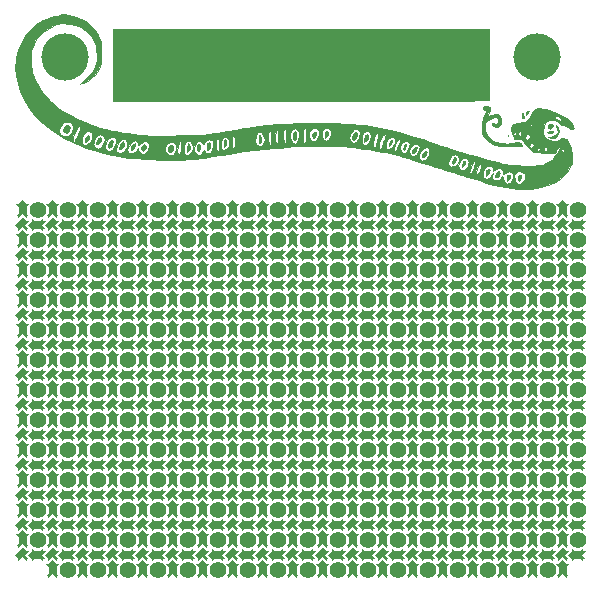
<source format=gtl>
G04 #@! TF.GenerationSoftware,KiCad,Pcbnew,5.1.2*
G04 #@! TF.CreationDate,2019-09-05T16:50:15+02:00*
G04 #@! TF.ProjectId,badge,62616467-652e-46b6-9963-61645f706362,rev?*
G04 #@! TF.SameCoordinates,Original*
G04 #@! TF.FileFunction,Copper,L1,Top*
G04 #@! TF.FilePolarity,Positive*
%FSLAX46Y46*%
G04 Gerber Fmt 4.6, Leading zero omitted, Abs format (unit mm)*
G04 Created by KiCad (PCBNEW 5.1.2) date 2019-09-05 16:50:15*
%MOMM*%
%LPD*%
G04 APERTURE LIST*
%ADD10C,0.010000*%
%ADD11C,0.175044*%
%ADD12C,0.100000*%
%ADD13C,0.200004*%
%ADD14R,0.700000X0.850000*%
%ADD15C,0.247522*%
%ADD16R,0.850000X0.700000*%
%ADD17C,1.400000*%
%ADD18R,0.470000X0.520000*%
%ADD19C,4.000000*%
G04 APERTURE END LIST*
D10*
G36*
X25010583Y2379140D02*
G01*
X40938500Y2368500D01*
X40938500Y-644232D01*
X40938069Y-1141849D01*
X40936825Y-1614679D01*
X40934838Y-2055910D01*
X40932178Y-2458731D01*
X40928914Y-2816330D01*
X40925118Y-3121894D01*
X40920859Y-3368612D01*
X40916208Y-3549672D01*
X40911235Y-3658262D01*
X40907122Y-3688332D01*
X40862704Y-3691007D01*
X40737199Y-3693664D01*
X40534182Y-3696298D01*
X40257227Y-3698906D01*
X39909909Y-3701483D01*
X39495801Y-3704026D01*
X39018478Y-3706529D01*
X38481513Y-3708989D01*
X37888482Y-3711402D01*
X37242958Y-3713763D01*
X36548517Y-3716068D01*
X35808730Y-3718313D01*
X35027175Y-3720494D01*
X34207423Y-3722607D01*
X33353050Y-3724647D01*
X32467630Y-3726610D01*
X31554737Y-3728493D01*
X30617946Y-3730290D01*
X29660830Y-3731998D01*
X28686964Y-3733612D01*
X27699922Y-3735129D01*
X26703278Y-3736544D01*
X25700607Y-3737853D01*
X24695482Y-3739051D01*
X23691479Y-3740135D01*
X22692170Y-3741101D01*
X21701132Y-3741943D01*
X20721937Y-3742659D01*
X19758159Y-3743243D01*
X18813375Y-3743693D01*
X17891156Y-3744002D01*
X16995078Y-3744168D01*
X16128715Y-3744186D01*
X15295641Y-3744052D01*
X14499431Y-3743761D01*
X13743658Y-3743310D01*
X13031897Y-3742694D01*
X12367722Y-3741910D01*
X11754708Y-3740952D01*
X11196428Y-3739818D01*
X10696456Y-3738501D01*
X10258368Y-3736999D01*
X9885737Y-3735308D01*
X9582138Y-3733422D01*
X9351144Y-3731338D01*
X9196330Y-3729052D01*
X9121271Y-3726559D01*
X9114416Y-3725572D01*
X9109200Y-3678775D01*
X9104251Y-3554097D01*
X9099639Y-3358322D01*
X9095434Y-3098237D01*
X9091706Y-2780625D01*
X9088526Y-2412273D01*
X9085963Y-1999965D01*
X9084087Y-1550487D01*
X9082969Y-1070623D01*
X9082666Y-651222D01*
X9082666Y2389779D01*
X25010583Y2379140D01*
X25010583Y2379140D01*
G37*
X25010583Y2379140D02*
X40938500Y2368500D01*
X40938500Y-644232D01*
X40938069Y-1141849D01*
X40936825Y-1614679D01*
X40934838Y-2055910D01*
X40932178Y-2458731D01*
X40928914Y-2816330D01*
X40925118Y-3121894D01*
X40920859Y-3368612D01*
X40916208Y-3549672D01*
X40911235Y-3658262D01*
X40907122Y-3688332D01*
X40862704Y-3691007D01*
X40737199Y-3693664D01*
X40534182Y-3696298D01*
X40257227Y-3698906D01*
X39909909Y-3701483D01*
X39495801Y-3704026D01*
X39018478Y-3706529D01*
X38481513Y-3708989D01*
X37888482Y-3711402D01*
X37242958Y-3713763D01*
X36548517Y-3716068D01*
X35808730Y-3718313D01*
X35027175Y-3720494D01*
X34207423Y-3722607D01*
X33353050Y-3724647D01*
X32467630Y-3726610D01*
X31554737Y-3728493D01*
X30617946Y-3730290D01*
X29660830Y-3731998D01*
X28686964Y-3733612D01*
X27699922Y-3735129D01*
X26703278Y-3736544D01*
X25700607Y-3737853D01*
X24695482Y-3739051D01*
X23691479Y-3740135D01*
X22692170Y-3741101D01*
X21701132Y-3741943D01*
X20721937Y-3742659D01*
X19758159Y-3743243D01*
X18813375Y-3743693D01*
X17891156Y-3744002D01*
X16995078Y-3744168D01*
X16128715Y-3744186D01*
X15295641Y-3744052D01*
X14499431Y-3743761D01*
X13743658Y-3743310D01*
X13031897Y-3742694D01*
X12367722Y-3741910D01*
X11754708Y-3740952D01*
X11196428Y-3739818D01*
X10696456Y-3738501D01*
X10258368Y-3736999D01*
X9885737Y-3735308D01*
X9582138Y-3733422D01*
X9351144Y-3731338D01*
X9196330Y-3729052D01*
X9121271Y-3726559D01*
X9114416Y-3725572D01*
X9109200Y-3678775D01*
X9104251Y-3554097D01*
X9099639Y-3358322D01*
X9095434Y-3098237D01*
X9091706Y-2780625D01*
X9088526Y-2412273D01*
X9085963Y-1999965D01*
X9084087Y-1550487D01*
X9082969Y-1070623D01*
X9082666Y-651222D01*
X9082666Y2389779D01*
X25010583Y2379140D01*
G36*
X5310334Y-5784288D02*
G01*
X5389000Y-5860463D01*
X5418202Y-5978035D01*
X5404444Y-6114871D01*
X5354228Y-6248836D01*
X5274056Y-6357796D01*
X5170433Y-6419616D01*
X5121746Y-6426200D01*
X5007612Y-6404290D01*
X4930624Y-6359676D01*
X4876787Y-6281746D01*
X4871224Y-6187514D01*
X4913441Y-6051905D01*
X4924064Y-6025967D01*
X5014554Y-5878255D01*
X5130196Y-5788923D01*
X5254743Y-5768134D01*
X5310334Y-5784288D01*
X5310334Y-5784288D01*
G37*
X5310334Y-5784288D02*
X5389000Y-5860463D01*
X5418202Y-5978035D01*
X5404444Y-6114871D01*
X5354228Y-6248836D01*
X5274056Y-6357796D01*
X5170433Y-6419616D01*
X5121746Y-6426200D01*
X5007612Y-6404290D01*
X4930624Y-6359676D01*
X4876787Y-6281746D01*
X4871224Y-6187514D01*
X4913441Y-6051905D01*
X4924064Y-6025967D01*
X5014554Y-5878255D01*
X5130196Y-5788923D01*
X5254743Y-5768134D01*
X5310334Y-5784288D01*
G36*
X27239162Y-6290612D02*
G01*
X27279239Y-6364095D01*
X27295382Y-6468753D01*
X27283167Y-6586981D01*
X27238171Y-6701174D01*
X27213028Y-6737991D01*
X27124524Y-6828686D01*
X27060562Y-6841163D01*
X27018968Y-6784016D01*
X27005638Y-6677584D01*
X27019747Y-6537292D01*
X27054298Y-6401934D01*
X27102294Y-6310307D01*
X27104895Y-6307596D01*
X27179573Y-6265910D01*
X27239162Y-6290612D01*
X27239162Y-6290612D01*
G37*
X27239162Y-6290612D02*
X27279239Y-6364095D01*
X27295382Y-6468753D01*
X27283167Y-6586981D01*
X27238171Y-6701174D01*
X27213028Y-6737991D01*
X27124524Y-6828686D01*
X27060562Y-6841163D01*
X27018968Y-6784016D01*
X27005638Y-6677584D01*
X27019747Y-6537292D01*
X27054298Y-6401934D01*
X27102294Y-6310307D01*
X27104895Y-6307596D01*
X27179573Y-6265910D01*
X27239162Y-6290612D01*
G36*
X26279255Y-6380757D02*
G01*
X26284731Y-6487586D01*
X26248285Y-6638453D01*
X26225586Y-6697559D01*
X26162866Y-6820609D01*
X26104767Y-6865931D01*
X26041073Y-6839156D01*
X26015258Y-6813452D01*
X25952676Y-6692373D01*
X25972952Y-6558008D01*
X26066209Y-6420111D01*
X26164501Y-6337459D01*
X26237347Y-6327528D01*
X26279255Y-6380757D01*
X26279255Y-6380757D01*
G37*
X26279255Y-6380757D02*
X26284731Y-6487586D01*
X26248285Y-6638453D01*
X26225586Y-6697559D01*
X26162866Y-6820609D01*
X26104767Y-6865931D01*
X26041073Y-6839156D01*
X26015258Y-6813452D01*
X25952676Y-6692373D01*
X25972952Y-6558008D01*
X26066209Y-6420111D01*
X26164501Y-6337459D01*
X26237347Y-6327528D01*
X26279255Y-6380757D01*
G36*
X29743419Y-6429278D02*
G01*
X29752267Y-6541367D01*
X29722907Y-6683824D01*
X29674528Y-6801135D01*
X29581368Y-6956931D01*
X29503123Y-7030104D01*
X29440110Y-7020385D01*
X29429622Y-7008806D01*
X29364214Y-6878590D01*
X29364525Y-6726582D01*
X29379099Y-6664117D01*
X29436175Y-6540600D01*
X29523015Y-6437555D01*
X29618366Y-6374778D01*
X29695302Y-6369595D01*
X29743419Y-6429278D01*
X29743419Y-6429278D01*
G37*
X29743419Y-6429278D02*
X29752267Y-6541367D01*
X29722907Y-6683824D01*
X29674528Y-6801135D01*
X29581368Y-6956931D01*
X29503123Y-7030104D01*
X29440110Y-7020385D01*
X29429622Y-7008806D01*
X29364214Y-6878590D01*
X29364525Y-6726582D01*
X29379099Y-6664117D01*
X29436175Y-6540600D01*
X29523015Y-6437555D01*
X29618366Y-6374778D01*
X29695302Y-6369595D01*
X29743419Y-6429278D01*
G36*
X24569971Y-6398641D02*
G01*
X24615160Y-6493712D01*
X24629457Y-6610652D01*
X24620746Y-6751794D01*
X24588777Y-6938995D01*
X24540334Y-7046108D01*
X24476373Y-7071956D01*
X24402514Y-7020613D01*
X24350276Y-6924411D01*
X24312799Y-6784949D01*
X24305453Y-6730718D01*
X24300500Y-6591754D01*
X24325809Y-6495746D01*
X24390218Y-6405007D01*
X24494617Y-6283636D01*
X24569971Y-6398641D01*
X24569971Y-6398641D01*
G37*
X24569971Y-6398641D02*
X24615160Y-6493712D01*
X24629457Y-6610652D01*
X24620746Y-6751794D01*
X24588777Y-6938995D01*
X24540334Y-7046108D01*
X24476373Y-7071956D01*
X24402514Y-7020613D01*
X24350276Y-6924411D01*
X24312799Y-6784949D01*
X24305453Y-6730718D01*
X24300500Y-6591754D01*
X24325809Y-6495746D01*
X24390218Y-6405007D01*
X24494617Y-6283636D01*
X24569971Y-6398641D01*
G36*
X30647939Y-6593334D02*
G01*
X30682552Y-6703074D01*
X30687434Y-6786629D01*
X30673251Y-6935496D01*
X30621857Y-7041171D01*
X30583524Y-7084291D01*
X30472085Y-7169177D01*
X30385417Y-7179944D01*
X30330922Y-7118092D01*
X30328313Y-7031776D01*
X30355325Y-6903123D01*
X30401614Y-6764434D01*
X30456837Y-6648013D01*
X30498714Y-6594055D01*
X30584805Y-6555103D01*
X30647939Y-6593334D01*
X30647939Y-6593334D01*
G37*
X30647939Y-6593334D02*
X30682552Y-6703074D01*
X30687434Y-6786629D01*
X30673251Y-6935496D01*
X30621857Y-7041171D01*
X30583524Y-7084291D01*
X30472085Y-7169177D01*
X30385417Y-7179944D01*
X30330922Y-7118092D01*
X30328313Y-7031776D01*
X30355325Y-6903123D01*
X30401614Y-6764434D01*
X30456837Y-6648013D01*
X30498714Y-6594055D01*
X30584805Y-6555103D01*
X30647939Y-6593334D01*
G36*
X7053810Y-6688276D02*
G01*
X7065434Y-6782785D01*
X7042602Y-6905885D01*
X6984084Y-7022163D01*
X6904844Y-7116545D01*
X6819845Y-7173956D01*
X6744053Y-7179325D01*
X6705366Y-7145488D01*
X6696804Y-7057519D01*
X6743171Y-6928988D01*
X6838019Y-6777656D01*
X6839668Y-6775450D01*
X6936906Y-6669716D01*
X7009739Y-6640705D01*
X7053810Y-6688276D01*
X7053810Y-6688276D01*
G37*
X7053810Y-6688276D02*
X7065434Y-6782785D01*
X7042602Y-6905885D01*
X6984084Y-7022163D01*
X6904844Y-7116545D01*
X6819845Y-7173956D01*
X6744053Y-7179325D01*
X6705366Y-7145488D01*
X6696804Y-7057519D01*
X6743171Y-6928988D01*
X6838019Y-6777656D01*
X6839668Y-6775450D01*
X6936906Y-6669716D01*
X7009739Y-6640705D01*
X7053810Y-6688276D01*
G36*
X21553606Y-6622916D02*
G01*
X21578846Y-6667269D01*
X21631697Y-6816251D01*
X21652505Y-6984116D01*
X21638321Y-7132798D01*
X21618925Y-7184857D01*
X21547112Y-7281455D01*
X21477453Y-7306094D01*
X21445538Y-7287860D01*
X21423937Y-7222319D01*
X21415495Y-7102086D01*
X21418894Y-6955890D01*
X21432816Y-6812460D01*
X21455944Y-6700524D01*
X21474361Y-6659495D01*
X21521294Y-6605291D01*
X21553606Y-6622916D01*
X21553606Y-6622916D01*
G37*
X21553606Y-6622916D02*
X21578846Y-6667269D01*
X21631697Y-6816251D01*
X21652505Y-6984116D01*
X21638321Y-7132798D01*
X21618925Y-7184857D01*
X21547112Y-7281455D01*
X21477453Y-7306094D01*
X21445538Y-7287860D01*
X21423937Y-7222319D01*
X21415495Y-7102086D01*
X21418894Y-6955890D01*
X21432816Y-6812460D01*
X21455944Y-6700524D01*
X21474361Y-6659495D01*
X21521294Y-6605291D01*
X21553606Y-6622916D01*
G36*
X32717395Y-7076138D02*
G01*
X32719434Y-7129798D01*
X32696848Y-7223305D01*
X32640800Y-7336411D01*
X32568852Y-7441890D01*
X32498567Y-7512518D01*
X32463279Y-7526867D01*
X32430894Y-7491302D01*
X32423100Y-7440098D01*
X32451337Y-7310703D01*
X32521347Y-7176386D01*
X32611080Y-7076560D01*
X32635205Y-7060966D01*
X32695969Y-7038869D01*
X32717395Y-7076138D01*
X32717395Y-7076138D01*
G37*
X32717395Y-7076138D02*
X32719434Y-7129798D01*
X32696848Y-7223305D01*
X32640800Y-7336411D01*
X32568852Y-7441890D01*
X32498567Y-7512518D01*
X32463279Y-7526867D01*
X32430894Y-7491302D01*
X32423100Y-7440098D01*
X32451337Y-7310703D01*
X32521347Y-7176386D01*
X32611080Y-7076560D01*
X32635205Y-7060966D01*
X32695969Y-7038869D01*
X32717395Y-7076138D01*
G36*
X8032821Y-6829045D02*
G01*
X8069094Y-6861385D01*
X8111270Y-6921981D01*
X8105967Y-6995602D01*
X8083036Y-7057330D01*
X8014355Y-7179236D01*
X7921257Y-7292224D01*
X7825672Y-7373264D01*
X7756832Y-7399867D01*
X7691913Y-7365625D01*
X7672535Y-7334090D01*
X7673690Y-7244026D01*
X7715948Y-7119913D01*
X7784874Y-6991607D01*
X7866031Y-6888964D01*
X7901974Y-6859574D01*
X7980056Y-6817678D01*
X8032821Y-6829045D01*
X8032821Y-6829045D01*
G37*
X8032821Y-6829045D02*
X8069094Y-6861385D01*
X8111270Y-6921981D01*
X8105967Y-6995602D01*
X8083036Y-7057330D01*
X8014355Y-7179236D01*
X7921257Y-7292224D01*
X7825672Y-7373264D01*
X7756832Y-7399867D01*
X7691913Y-7365625D01*
X7672535Y-7334090D01*
X7673690Y-7244026D01*
X7715948Y-7119913D01*
X7784874Y-6991607D01*
X7866031Y-6888964D01*
X7901974Y-6859574D01*
X7980056Y-6817678D01*
X8032821Y-6829045D01*
G36*
X18628267Y-7028950D02*
G01*
X18663379Y-7120495D01*
X18692881Y-7309302D01*
X18658141Y-7478402D01*
X18578583Y-7591740D01*
X18516880Y-7640650D01*
X18486194Y-7630377D01*
X18469575Y-7593406D01*
X18455563Y-7493556D01*
X18462808Y-7353097D01*
X18486402Y-7205239D01*
X18521440Y-7083189D01*
X18553170Y-7027654D01*
X18595706Y-6999544D01*
X18628267Y-7028950D01*
X18628267Y-7028950D01*
G37*
X18628267Y-7028950D02*
X18663379Y-7120495D01*
X18692881Y-7309302D01*
X18658141Y-7478402D01*
X18578583Y-7591740D01*
X18516880Y-7640650D01*
X18486194Y-7630377D01*
X18469575Y-7593406D01*
X18455563Y-7493556D01*
X18462808Y-7353097D01*
X18486402Y-7205239D01*
X18521440Y-7083189D01*
X18553170Y-7027654D01*
X18595706Y-6999544D01*
X18628267Y-7028950D01*
G36*
X9043616Y-7055564D02*
G01*
X9054289Y-7147939D01*
X9047510Y-7269416D01*
X9024588Y-7393423D01*
X8991162Y-7485381D01*
X8908910Y-7599394D01*
X8811598Y-7671845D01*
X8719353Y-7692922D01*
X8652303Y-7652810D01*
X8651236Y-7651120D01*
X8633981Y-7552140D01*
X8665982Y-7418531D01*
X8737754Y-7276637D01*
X8825713Y-7166409D01*
X8919231Y-7080580D01*
X8992004Y-7027376D01*
X9014178Y-7018867D01*
X9043616Y-7055564D01*
X9043616Y-7055564D01*
G37*
X9043616Y-7055564D02*
X9054289Y-7147939D01*
X9047510Y-7269416D01*
X9024588Y-7393423D01*
X8991162Y-7485381D01*
X8908910Y-7599394D01*
X8811598Y-7671845D01*
X8719353Y-7692922D01*
X8652303Y-7652810D01*
X8651236Y-7651120D01*
X8633981Y-7552140D01*
X8665982Y-7418531D01*
X8737754Y-7276637D01*
X8825713Y-7166409D01*
X8919231Y-7080580D01*
X8992004Y-7027376D01*
X9014178Y-7018867D01*
X9043616Y-7055564D01*
G36*
X33924834Y-7446036D02*
G01*
X33888835Y-7575523D01*
X33846455Y-7675596D01*
X33777531Y-7817962D01*
X33730455Y-7889110D01*
X33696750Y-7896873D01*
X33667935Y-7849082D01*
X33665463Y-7842771D01*
X33664638Y-7759902D01*
X33695342Y-7640451D01*
X33745265Y-7516387D01*
X33802099Y-7419679D01*
X33841987Y-7384282D01*
X33909214Y-7382011D01*
X33924834Y-7446036D01*
X33924834Y-7446036D01*
G37*
X33924834Y-7446036D02*
X33888835Y-7575523D01*
X33846455Y-7675596D01*
X33777531Y-7817962D01*
X33730455Y-7889110D01*
X33696750Y-7896873D01*
X33667935Y-7849082D01*
X33665463Y-7842771D01*
X33664638Y-7759902D01*
X33695342Y-7640451D01*
X33745265Y-7516387D01*
X33802099Y-7419679D01*
X33841987Y-7384282D01*
X33909214Y-7382011D01*
X33924834Y-7446036D01*
G36*
X9976883Y-7183003D02*
G01*
X10005185Y-7273651D01*
X10020386Y-7386669D01*
X10016719Y-7490919D01*
X10010266Y-7518467D01*
X9957667Y-7617648D01*
X9873459Y-7718790D01*
X9782782Y-7795880D01*
X9715787Y-7823200D01*
X9641851Y-7796666D01*
X9625113Y-7778461D01*
X9612437Y-7704774D01*
X9620935Y-7640877D01*
X9657536Y-7548944D01*
X9721369Y-7431001D01*
X9797515Y-7310105D01*
X9871057Y-7209311D01*
X9927075Y-7151673D01*
X9941250Y-7145867D01*
X9976883Y-7183003D01*
X9976883Y-7183003D01*
G37*
X9976883Y-7183003D02*
X10005185Y-7273651D01*
X10020386Y-7386669D01*
X10016719Y-7490919D01*
X10010266Y-7518467D01*
X9957667Y-7617648D01*
X9873459Y-7718790D01*
X9782782Y-7795880D01*
X9715787Y-7823200D01*
X9641851Y-7796666D01*
X9625113Y-7778461D01*
X9612437Y-7704774D01*
X9620935Y-7640877D01*
X9657536Y-7548944D01*
X9721369Y-7431001D01*
X9797515Y-7310105D01*
X9871057Y-7209311D01*
X9927075Y-7151673D01*
X9941250Y-7145867D01*
X9976883Y-7183003D01*
G36*
X10959867Y-7346721D02*
G01*
X10953027Y-7426114D01*
X10946369Y-7468080D01*
X10909585Y-7597756D01*
X10850294Y-7713271D01*
X10780317Y-7803515D01*
X10711473Y-7857377D01*
X10655581Y-7863745D01*
X10624463Y-7811508D01*
X10621592Y-7773388D01*
X10652588Y-7644317D01*
X10729860Y-7503965D01*
X10830372Y-7389673D01*
X10879499Y-7355358D01*
X10938636Y-7328662D01*
X10959867Y-7346721D01*
X10959867Y-7346721D01*
G37*
X10959867Y-7346721D02*
X10953027Y-7426114D01*
X10946369Y-7468080D01*
X10909585Y-7597756D01*
X10850294Y-7713271D01*
X10780317Y-7803515D01*
X10711473Y-7857377D01*
X10655581Y-7863745D01*
X10624463Y-7811508D01*
X10621592Y-7773388D01*
X10652588Y-7644317D01*
X10729860Y-7503965D01*
X10830372Y-7389673D01*
X10879499Y-7355358D01*
X10938636Y-7328662D01*
X10959867Y-7346721D01*
G36*
X11816237Y-7432865D02*
G01*
X11826490Y-7441003D01*
X11885070Y-7539984D01*
X11868856Y-7675877D01*
X11805910Y-7803420D01*
X11710091Y-7926655D01*
X11622975Y-7968433D01*
X11539759Y-7930879D01*
X11532825Y-7924211D01*
X11477706Y-7815449D01*
X11482705Y-7682288D01*
X11540632Y-7551689D01*
X11644295Y-7450615D01*
X11661833Y-7440470D01*
X11749688Y-7408447D01*
X11816237Y-7432865D01*
X11816237Y-7432865D01*
G37*
X11816237Y-7432865D02*
X11826490Y-7441003D01*
X11885070Y-7539984D01*
X11868856Y-7675877D01*
X11805910Y-7803420D01*
X11710091Y-7926655D01*
X11622975Y-7968433D01*
X11539759Y-7930879D01*
X11532825Y-7924211D01*
X11477706Y-7815449D01*
X11482705Y-7682288D01*
X11540632Y-7551689D01*
X11644295Y-7450615D01*
X11661833Y-7440470D01*
X11749688Y-7408447D01*
X11816237Y-7432865D01*
G36*
X17277005Y-7273529D02*
G01*
X17325849Y-7382871D01*
X17333297Y-7416968D01*
X17335607Y-7549273D01*
X17302341Y-7681762D01*
X17244350Y-7797056D01*
X17172487Y-7877776D01*
X17097606Y-7906543D01*
X17043453Y-7881108D01*
X17026610Y-7824974D01*
X17015853Y-7713630D01*
X17013767Y-7630334D01*
X17031739Y-7463353D01*
X17078212Y-7336727D01*
X17142023Y-7257911D01*
X17212008Y-7234361D01*
X17277005Y-7273529D01*
X17277005Y-7273529D01*
G37*
X17277005Y-7273529D02*
X17325849Y-7382871D01*
X17333297Y-7416968D01*
X17335607Y-7549273D01*
X17302341Y-7681762D01*
X17244350Y-7797056D01*
X17172487Y-7877776D01*
X17097606Y-7906543D01*
X17043453Y-7881108D01*
X17026610Y-7824974D01*
X17015853Y-7713630D01*
X17013767Y-7630334D01*
X17031739Y-7463353D01*
X17078212Y-7336727D01*
X17142023Y-7257911D01*
X17212008Y-7234361D01*
X17277005Y-7273529D01*
G36*
X16405339Y-7421916D02*
G01*
X16446823Y-7521684D01*
X16463432Y-7651215D01*
X16463434Y-7652539D01*
X16444584Y-7779301D01*
X16397309Y-7895904D01*
X16335516Y-7974684D01*
X16292506Y-7992534D01*
X16254440Y-7956582D01*
X16226176Y-7884143D01*
X16213122Y-7759304D01*
X16222285Y-7612415D01*
X16249049Y-7477708D01*
X16288795Y-7389416D01*
X16293609Y-7384158D01*
X16350445Y-7370033D01*
X16405339Y-7421916D01*
X16405339Y-7421916D01*
G37*
X16405339Y-7421916D02*
X16446823Y-7521684D01*
X16463432Y-7651215D01*
X16463434Y-7652539D01*
X16444584Y-7779301D01*
X16397309Y-7895904D01*
X16335516Y-7974684D01*
X16292506Y-7992534D01*
X16254440Y-7956582D01*
X16226176Y-7884143D01*
X16213122Y-7759304D01*
X16222285Y-7612415D01*
X16249049Y-7477708D01*
X16288795Y-7389416D01*
X16293609Y-7384158D01*
X16350445Y-7370033D01*
X16405339Y-7421916D01*
G36*
X15548961Y-7501924D02*
G01*
X15598010Y-7628976D01*
X15610501Y-7715024D01*
X15584550Y-7796304D01*
X15528647Y-7892287D01*
X15447024Y-8001404D01*
X15385007Y-8030296D01*
X15339379Y-7980273D01*
X15335543Y-7970847D01*
X15325286Y-7873501D01*
X15339443Y-7732016D01*
X15372147Y-7581319D01*
X15417534Y-7456339D01*
X15424041Y-7443837D01*
X15481155Y-7339641D01*
X15548961Y-7501924D01*
X15548961Y-7501924D01*
G37*
X15548961Y-7501924D02*
X15598010Y-7628976D01*
X15610501Y-7715024D01*
X15584550Y-7796304D01*
X15528647Y-7892287D01*
X15447024Y-8001404D01*
X15385007Y-8030296D01*
X15339379Y-7980273D01*
X15335543Y-7970847D01*
X15325286Y-7873501D01*
X15339443Y-7732016D01*
X15372147Y-7581319D01*
X15417534Y-7456339D01*
X15424041Y-7443837D01*
X15481155Y-7339641D01*
X15548961Y-7501924D01*
G36*
X14120297Y-7501475D02*
G01*
X14144847Y-7528392D01*
X14201283Y-7659190D01*
X14176154Y-7811754D01*
X14096953Y-7950200D01*
X14000610Y-8046163D01*
X13901174Y-8062366D01*
X13828184Y-8032045D01*
X13768900Y-7949940D01*
X13754100Y-7844255D01*
X13776910Y-7673506D01*
X13837178Y-7543957D01*
X13922661Y-7465504D01*
X14021115Y-7448044D01*
X14120297Y-7501475D01*
X14120297Y-7501475D01*
G37*
X14120297Y-7501475D02*
X14144847Y-7528392D01*
X14201283Y-7659190D01*
X14176154Y-7811754D01*
X14096953Y-7950200D01*
X14000610Y-8046163D01*
X13901174Y-8062366D01*
X13828184Y-8032045D01*
X13768900Y-7949940D01*
X13754100Y-7844255D01*
X13776910Y-7673506D01*
X13837178Y-7543957D01*
X13922661Y-7465504D01*
X14021115Y-7448044D01*
X14120297Y-7501475D01*
G36*
X34793435Y-7673226D02*
G01*
X34793767Y-7682835D01*
X34769380Y-7791030D01*
X34708606Y-7926798D01*
X34630023Y-8055777D01*
X34552211Y-8143609D01*
X34539932Y-8152267D01*
X34470878Y-8182300D01*
X34432179Y-8145893D01*
X34417582Y-8110153D01*
X34406744Y-7969024D01*
X34461697Y-7821022D01*
X34570873Y-7695945D01*
X34683469Y-7626843D01*
X34761145Y-7619064D01*
X34793435Y-7673226D01*
X34793435Y-7673226D01*
G37*
X34793435Y-7673226D02*
X34793767Y-7682835D01*
X34769380Y-7791030D01*
X34708606Y-7926798D01*
X34630023Y-8055777D01*
X34552211Y-8143609D01*
X34539932Y-8152267D01*
X34470878Y-8182300D01*
X34432179Y-8145893D01*
X34417582Y-8110153D01*
X34406744Y-7969024D01*
X34461697Y-7821022D01*
X34570873Y-7695945D01*
X34683469Y-7626843D01*
X34761145Y-7619064D01*
X34793435Y-7673226D01*
G36*
X35630620Y-7990178D02*
G01*
X35640434Y-8049773D01*
X35617427Y-8152215D01*
X35558114Y-8266469D01*
X35477058Y-8376128D01*
X35388819Y-8464779D01*
X35307959Y-8516012D01*
X35249040Y-8513418D01*
X35239164Y-8501986D01*
X35224543Y-8407750D01*
X35258428Y-8279705D01*
X35331230Y-8145636D01*
X35385363Y-8078346D01*
X35495527Y-7982726D01*
X35580341Y-7952994D01*
X35630620Y-7990178D01*
X35630620Y-7990178D01*
G37*
X35630620Y-7990178D02*
X35640434Y-8049773D01*
X35617427Y-8152215D01*
X35558114Y-8266469D01*
X35477058Y-8376128D01*
X35388819Y-8464779D01*
X35307959Y-8516012D01*
X35249040Y-8513418D01*
X35239164Y-8501986D01*
X35224543Y-8407750D01*
X35258428Y-8279705D01*
X35331230Y-8145636D01*
X35385363Y-8078346D01*
X35495527Y-7982726D01*
X35580341Y-7952994D01*
X35630620Y-7990178D01*
G36*
X38070334Y-8510545D02*
G01*
X38108566Y-8576454D01*
X38114426Y-8682361D01*
X38080051Y-8811519D01*
X38018663Y-8916704D01*
X37941441Y-8997610D01*
X37869318Y-9036071D01*
X37831882Y-9026871D01*
X37824535Y-8972234D01*
X37837197Y-8867662D01*
X37863392Y-8743641D01*
X37896646Y-8630653D01*
X37930484Y-8559184D01*
X37931473Y-8557962D01*
X38008411Y-8499444D01*
X38070334Y-8510545D01*
X38070334Y-8510545D01*
G37*
X38070334Y-8510545D02*
X38108566Y-8576454D01*
X38114426Y-8682361D01*
X38080051Y-8811519D01*
X38018663Y-8916704D01*
X37941441Y-8997610D01*
X37869318Y-9036071D01*
X37831882Y-9026871D01*
X37824535Y-8972234D01*
X37837197Y-8867662D01*
X37863392Y-8743641D01*
X37896646Y-8630653D01*
X37930484Y-8559184D01*
X37931473Y-8557962D01*
X38008411Y-8499444D01*
X38070334Y-8510545D01*
G36*
X38912825Y-8826614D02*
G01*
X38938884Y-8890134D01*
X38931160Y-8985825D01*
X38886488Y-9097374D01*
X38832837Y-9174619D01*
X38739369Y-9272199D01*
X38675304Y-9301420D01*
X38628154Y-9267501D01*
X38624422Y-9261706D01*
X38617757Y-9185657D01*
X38647533Y-9072511D01*
X38701812Y-8954652D01*
X38768653Y-8864465D01*
X38772026Y-8861339D01*
X38856150Y-8811578D01*
X38912825Y-8826614D01*
X38912825Y-8826614D01*
G37*
X38912825Y-8826614D02*
X38938884Y-8890134D01*
X38931160Y-8985825D01*
X38886488Y-9097374D01*
X38832837Y-9174619D01*
X38739369Y-9272199D01*
X38675304Y-9301420D01*
X38628154Y-9267501D01*
X38624422Y-9261706D01*
X38617757Y-9185657D01*
X38647533Y-9072511D01*
X38701812Y-8954652D01*
X38768653Y-8864465D01*
X38772026Y-8861339D01*
X38856150Y-8811578D01*
X38912825Y-8826614D01*
G36*
X40969415Y-9533812D02*
G01*
X40974434Y-9581720D01*
X40955651Y-9693830D01*
X40907301Y-9819580D01*
X40841381Y-9939715D01*
X40769887Y-10034979D01*
X40704815Y-10086115D01*
X40663622Y-10080611D01*
X40646575Y-10024540D01*
X40636730Y-9916607D01*
X40635767Y-9867387D01*
X40652419Y-9717526D01*
X40711679Y-9608491D01*
X40739676Y-9578109D01*
X40847145Y-9494163D01*
X40926599Y-9479442D01*
X40969415Y-9533812D01*
X40969415Y-9533812D01*
G37*
X40969415Y-9533812D02*
X40974434Y-9581720D01*
X40955651Y-9693830D01*
X40907301Y-9819580D01*
X40841381Y-9939715D01*
X40769887Y-10034979D01*
X40704815Y-10086115D01*
X40663622Y-10080611D01*
X40646575Y-10024540D01*
X40636730Y-9916607D01*
X40635767Y-9867387D01*
X40652419Y-9717526D01*
X40711679Y-9608491D01*
X40739676Y-9578109D01*
X40847145Y-9494163D01*
X40926599Y-9479442D01*
X40969415Y-9533812D01*
G36*
X41804977Y-9720633D02*
G01*
X41821330Y-9807336D01*
X41808300Y-9919582D01*
X41767265Y-10030976D01*
X41737455Y-10077120D01*
X41648541Y-10160805D01*
X41552319Y-10210173D01*
X41476738Y-10212333D01*
X41463718Y-10203374D01*
X41448029Y-10134022D01*
X41476781Y-10026480D01*
X41536551Y-9904367D01*
X41613916Y-9791298D01*
X41695452Y-9710892D01*
X41757866Y-9685867D01*
X41804977Y-9720633D01*
X41804977Y-9720633D01*
G37*
X41804977Y-9720633D02*
X41821330Y-9807336D01*
X41808300Y-9919582D01*
X41767265Y-10030976D01*
X41737455Y-10077120D01*
X41648541Y-10160805D01*
X41552319Y-10210173D01*
X41476738Y-10212333D01*
X41463718Y-10203374D01*
X41448029Y-10134022D01*
X41476781Y-10026480D01*
X41536551Y-9904367D01*
X41613916Y-9791298D01*
X41695452Y-9710892D01*
X41757866Y-9685867D01*
X41804977Y-9720633D01*
G36*
X42683952Y-10020698D02*
G01*
X42708414Y-10043669D01*
X42738347Y-10143420D01*
X42691625Y-10276972D01*
X42620616Y-10380876D01*
X42539854Y-10467749D01*
X42480689Y-10486552D01*
X42441989Y-10461978D01*
X42422680Y-10400967D01*
X42414736Y-10291268D01*
X42418373Y-10168125D01*
X42433807Y-10066779D01*
X42439463Y-10049163D01*
X42498452Y-9995676D01*
X42592560Y-9985930D01*
X42683952Y-10020698D01*
X42683952Y-10020698D01*
G37*
X42683952Y-10020698D02*
X42708414Y-10043669D01*
X42738347Y-10143420D01*
X42691625Y-10276972D01*
X42620616Y-10380876D01*
X42539854Y-10467749D01*
X42480689Y-10486552D01*
X42441989Y-10461978D01*
X42422680Y-10400967D01*
X42414736Y-10291268D01*
X42418373Y-10168125D01*
X42433807Y-10066779D01*
X42439463Y-10049163D01*
X42498452Y-9995676D01*
X42592560Y-9985930D01*
X42683952Y-10020698D01*
G36*
X43626695Y-10037590D02*
G01*
X43638342Y-10136176D01*
X43602739Y-10284732D01*
X43580094Y-10343393D01*
X43519738Y-10455728D01*
X43462630Y-10488718D01*
X43415656Y-10461978D01*
X43398243Y-10405546D01*
X43388315Y-10297754D01*
X43387434Y-10251801D01*
X43398701Y-10121529D01*
X43438992Y-10047787D01*
X43472975Y-10024065D01*
X43570630Y-9997408D01*
X43626695Y-10037590D01*
X43626695Y-10037590D01*
G37*
X43626695Y-10037590D02*
X43638342Y-10136176D01*
X43602739Y-10284732D01*
X43580094Y-10343393D01*
X43519738Y-10455728D01*
X43462630Y-10488718D01*
X43415656Y-10461978D01*
X43398243Y-10405546D01*
X43388315Y-10297754D01*
X43387434Y-10251801D01*
X43398701Y-10121529D01*
X43438992Y-10047787D01*
X43472975Y-10024065D01*
X43570630Y-9997408D01*
X43626695Y-10037590D01*
G36*
X44287196Y-4572673D02*
G01*
X44283345Y-4612002D01*
X44233935Y-4699388D01*
X44221127Y-4719758D01*
X44132238Y-4841163D01*
X44067092Y-4890096D01*
X44029796Y-4864765D01*
X44022434Y-4806456D01*
X44056968Y-4692315D01*
X44141588Y-4601147D01*
X44247817Y-4563536D01*
X44248633Y-4563534D01*
X44287196Y-4572673D01*
X44287196Y-4572673D01*
G37*
X44287196Y-4572673D02*
X44283345Y-4612002D01*
X44233935Y-4699388D01*
X44221127Y-4719758D01*
X44132238Y-4841163D01*
X44067092Y-4890096D01*
X44029796Y-4864765D01*
X44022434Y-4806456D01*
X44056968Y-4692315D01*
X44141588Y-4601147D01*
X44247817Y-4563536D01*
X44248633Y-4563534D01*
X44287196Y-4572673D01*
G36*
X43802847Y-4810987D02*
G01*
X43810767Y-4867117D01*
X43838555Y-4970086D01*
X43883167Y-5039035D01*
X43929983Y-5103142D01*
X43915444Y-5142715D01*
X43893750Y-5158136D01*
X43783126Y-5202226D01*
X43712052Y-5172195D01*
X43684064Y-5069799D01*
X43683767Y-5053829D01*
X43696376Y-4898998D01*
X43731173Y-4801852D01*
X43772963Y-4775200D01*
X43802847Y-4810987D01*
X43802847Y-4810987D01*
G37*
X43802847Y-4810987D02*
X43810767Y-4867117D01*
X43838555Y-4970086D01*
X43883167Y-5039035D01*
X43929983Y-5103142D01*
X43915444Y-5142715D01*
X43893750Y-5158136D01*
X43783126Y-5202226D01*
X43712052Y-5172195D01*
X43684064Y-5069799D01*
X43683767Y-5053829D01*
X43696376Y-4898998D01*
X43731173Y-4801852D01*
X43772963Y-4775200D01*
X43802847Y-4810987D01*
G36*
X46298760Y-5697148D02*
G01*
X46363912Y-5751139D01*
X46371859Y-5840948D01*
X46370289Y-5846695D01*
X46303681Y-5967063D01*
X46198552Y-6050200D01*
X46079079Y-6085530D01*
X45969436Y-6062478D01*
X45935900Y-6036734D01*
X45888039Y-5937989D01*
X45915982Y-5831398D01*
X45959184Y-5781602D01*
X46076484Y-5709226D01*
X46196313Y-5682125D01*
X46298760Y-5697148D01*
X46298760Y-5697148D01*
G37*
X46298760Y-5697148D02*
X46363912Y-5751139D01*
X46371859Y-5840948D01*
X46370289Y-5846695D01*
X46303681Y-5967063D01*
X46198552Y-6050200D01*
X46079079Y-6085530D01*
X45969436Y-6062478D01*
X45935900Y-6036734D01*
X45888039Y-5937989D01*
X45915982Y-5831398D01*
X45959184Y-5781602D01*
X46076484Y-5709226D01*
X46196313Y-5682125D01*
X46298760Y-5697148D01*
G36*
X46331609Y-6254035D02*
G01*
X46350767Y-6278682D01*
X46313293Y-6365974D01*
X46218402Y-6430296D01*
X46092395Y-6461338D01*
X45961569Y-6448789D01*
X45938017Y-6440497D01*
X45882253Y-6396893D01*
X45902709Y-6348672D01*
X45991762Y-6303007D01*
X46117934Y-6271154D01*
X46258598Y-6250575D01*
X46331609Y-6254035D01*
X46331609Y-6254035D01*
G37*
X46331609Y-6254035D02*
X46350767Y-6278682D01*
X46313293Y-6365974D01*
X46218402Y-6430296D01*
X46092395Y-6461338D01*
X45961569Y-6448789D01*
X45938017Y-6440497D01*
X45882253Y-6396893D01*
X45902709Y-6348672D01*
X45991762Y-6303007D01*
X46117934Y-6271154D01*
X46258598Y-6250575D01*
X46331609Y-6254035D01*
G36*
X42525675Y-6599644D02*
G01*
X42527770Y-6606923D01*
X42533968Y-6699138D01*
X42526201Y-6733923D01*
X42512304Y-6735330D01*
X42506628Y-6669059D01*
X42506686Y-6659034D01*
X42512791Y-6593376D01*
X42525675Y-6599644D01*
X42525675Y-6599644D01*
G37*
X42525675Y-6599644D02*
X42527770Y-6606923D01*
X42533968Y-6699138D01*
X42526201Y-6733923D01*
X42512304Y-6735330D01*
X42506628Y-6669059D01*
X42506686Y-6659034D01*
X42512791Y-6593376D01*
X42525675Y-6599644D01*
G36*
X46633528Y-5812691D02*
G01*
X46685665Y-5869291D01*
X46789231Y-6046985D01*
X46830868Y-6258192D01*
X46809209Y-6477258D01*
X46728352Y-6669938D01*
X46619468Y-6776854D01*
X46462468Y-6852004D01*
X46285546Y-6889322D01*
X46116895Y-6882743D01*
X45988441Y-6829114D01*
X45939725Y-6787843D01*
X45954952Y-6777779D01*
X46040523Y-6791407D01*
X46194763Y-6786370D01*
X46370370Y-6731118D01*
X46537725Y-6640255D01*
X46667206Y-6528384D01*
X46713215Y-6459761D01*
X46751748Y-6364913D01*
X46757205Y-6284863D01*
X46729321Y-6180459D01*
X46710963Y-6129083D01*
X46664320Y-5996387D01*
X46628425Y-5884958D01*
X46619912Y-5854700D01*
X46611025Y-5803449D01*
X46633528Y-5812691D01*
X46633528Y-5812691D01*
G37*
X46633528Y-5812691D02*
X46685665Y-5869291D01*
X46789231Y-6046985D01*
X46830868Y-6258192D01*
X46809209Y-6477258D01*
X46728352Y-6669938D01*
X46619468Y-6776854D01*
X46462468Y-6852004D01*
X46285546Y-6889322D01*
X46116895Y-6882743D01*
X45988441Y-6829114D01*
X45939725Y-6787843D01*
X45954952Y-6777779D01*
X46040523Y-6791407D01*
X46194763Y-6786370D01*
X46370370Y-6731118D01*
X46537725Y-6640255D01*
X46667206Y-6528384D01*
X46713215Y-6459761D01*
X46751748Y-6364913D01*
X46757205Y-6284863D01*
X46729321Y-6180459D01*
X46710963Y-6129083D01*
X46664320Y-5996387D01*
X46628425Y-5884958D01*
X46619912Y-5854700D01*
X46611025Y-5803449D01*
X46633528Y-5812691D01*
G36*
X40852796Y-4155941D02*
G01*
X40933588Y-4213504D01*
X40955419Y-4243377D01*
X40983232Y-4292572D01*
X40997156Y-4346027D01*
X40995213Y-4418667D01*
X40975426Y-4525421D01*
X40935818Y-4681213D01*
X40874412Y-4900971D01*
X40862994Y-4941091D01*
X40850348Y-5012775D01*
X40882201Y-5023121D01*
X40914712Y-5012150D01*
X41094071Y-4953516D01*
X41283577Y-4908845D01*
X41454624Y-4883548D01*
X41578604Y-4883038D01*
X41588267Y-4884753D01*
X41747467Y-4955207D01*
X41882007Y-5081071D01*
X41964977Y-5235366D01*
X41973794Y-5271275D01*
X41973361Y-5423036D01*
X41930911Y-5593229D01*
X41858560Y-5747853D01*
X41768428Y-5852910D01*
X41765819Y-5854771D01*
X41636959Y-5906172D01*
X41479392Y-5917778D01*
X41329222Y-5891016D01*
X41228434Y-5833534D01*
X41159087Y-5731287D01*
X41149912Y-5642686D01*
X41189960Y-5585693D01*
X41268284Y-5578275D01*
X41356179Y-5623906D01*
X41466564Y-5691815D01*
X41552177Y-5692171D01*
X41640506Y-5624040D01*
X41650118Y-5613884D01*
X41720002Y-5487914D01*
X41731898Y-5344242D01*
X41685619Y-5216024D01*
X41652541Y-5178068D01*
X41535213Y-5125033D01*
X41376191Y-5125077D01*
X41193834Y-5171597D01*
X41006501Y-5257989D01*
X40832551Y-5377648D01*
X40690343Y-5523971D01*
X40690118Y-5524265D01*
X40626200Y-5618772D01*
X40590695Y-5710901D01*
X40575782Y-5831099D01*
X40573454Y-5978405D01*
X40588769Y-6238565D01*
X40639398Y-6444644D01*
X40735889Y-6623526D01*
X40888787Y-6802094D01*
X40901712Y-6815113D01*
X41092593Y-6981225D01*
X41300753Y-7107831D01*
X41546028Y-7203904D01*
X41848254Y-7278417D01*
X41979097Y-7302424D01*
X42193728Y-7336123D01*
X42360193Y-7352298D01*
X42513011Y-7351658D01*
X42686697Y-7334909D01*
X42802060Y-7319311D01*
X43064193Y-7282010D01*
X43255476Y-7256590D01*
X43389009Y-7243947D01*
X43477895Y-7244977D01*
X43535234Y-7260577D01*
X43574127Y-7291642D01*
X43607675Y-7339070D01*
X43630850Y-7376006D01*
X43689685Y-7470860D01*
X43723166Y-7529497D01*
X43726100Y-7536856D01*
X43687706Y-7543376D01*
X43588282Y-7548761D01*
X43482684Y-7551284D01*
X43343928Y-7554760D01*
X43147050Y-7561806D01*
X42918469Y-7571391D01*
X42688934Y-7582264D01*
X42371082Y-7592340D01*
X42116156Y-7586200D01*
X41903843Y-7563124D01*
X41842267Y-7552178D01*
X41428816Y-7440079D01*
X41077101Y-7275427D01*
X40779423Y-7054117D01*
X40639458Y-6910770D01*
X40512865Y-6753384D01*
X40426866Y-6606053D01*
X40374165Y-6445817D01*
X40347469Y-6249718D01*
X40339484Y-5994795D01*
X40339434Y-5966402D01*
X40340864Y-5768222D01*
X40348624Y-5617452D01*
X40367919Y-5487971D01*
X40403954Y-5353658D01*
X40461933Y-5188392D01*
X40529934Y-5010334D01*
X40603058Y-4815880D01*
X40663192Y-4645971D01*
X40704311Y-4518346D01*
X40720395Y-4450742D01*
X40720434Y-4449258D01*
X40713609Y-4404916D01*
X40679079Y-4419738D01*
X40643017Y-4451139D01*
X40546843Y-4513686D01*
X40480010Y-4497698D01*
X40441056Y-4413661D01*
X40445700Y-4288570D01*
X40520628Y-4195395D01*
X40653986Y-4145509D01*
X40726019Y-4140200D01*
X40852796Y-4155941D01*
X40852796Y-4155941D01*
G37*
X40852796Y-4155941D02*
X40933588Y-4213504D01*
X40955419Y-4243377D01*
X40983232Y-4292572D01*
X40997156Y-4346027D01*
X40995213Y-4418667D01*
X40975426Y-4525421D01*
X40935818Y-4681213D01*
X40874412Y-4900971D01*
X40862994Y-4941091D01*
X40850348Y-5012775D01*
X40882201Y-5023121D01*
X40914712Y-5012150D01*
X41094071Y-4953516D01*
X41283577Y-4908845D01*
X41454624Y-4883548D01*
X41578604Y-4883038D01*
X41588267Y-4884753D01*
X41747467Y-4955207D01*
X41882007Y-5081071D01*
X41964977Y-5235366D01*
X41973794Y-5271275D01*
X41973361Y-5423036D01*
X41930911Y-5593229D01*
X41858560Y-5747853D01*
X41768428Y-5852910D01*
X41765819Y-5854771D01*
X41636959Y-5906172D01*
X41479392Y-5917778D01*
X41329222Y-5891016D01*
X41228434Y-5833534D01*
X41159087Y-5731287D01*
X41149912Y-5642686D01*
X41189960Y-5585693D01*
X41268284Y-5578275D01*
X41356179Y-5623906D01*
X41466564Y-5691815D01*
X41552177Y-5692171D01*
X41640506Y-5624040D01*
X41650118Y-5613884D01*
X41720002Y-5487914D01*
X41731898Y-5344242D01*
X41685619Y-5216024D01*
X41652541Y-5178068D01*
X41535213Y-5125033D01*
X41376191Y-5125077D01*
X41193834Y-5171597D01*
X41006501Y-5257989D01*
X40832551Y-5377648D01*
X40690343Y-5523971D01*
X40690118Y-5524265D01*
X40626200Y-5618772D01*
X40590695Y-5710901D01*
X40575782Y-5831099D01*
X40573454Y-5978405D01*
X40588769Y-6238565D01*
X40639398Y-6444644D01*
X40735889Y-6623526D01*
X40888787Y-6802094D01*
X40901712Y-6815113D01*
X41092593Y-6981225D01*
X41300753Y-7107831D01*
X41546028Y-7203904D01*
X41848254Y-7278417D01*
X41979097Y-7302424D01*
X42193728Y-7336123D01*
X42360193Y-7352298D01*
X42513011Y-7351658D01*
X42686697Y-7334909D01*
X42802060Y-7319311D01*
X43064193Y-7282010D01*
X43255476Y-7256590D01*
X43389009Y-7243947D01*
X43477895Y-7244977D01*
X43535234Y-7260577D01*
X43574127Y-7291642D01*
X43607675Y-7339070D01*
X43630850Y-7376006D01*
X43689685Y-7470860D01*
X43723166Y-7529497D01*
X43726100Y-7536856D01*
X43687706Y-7543376D01*
X43588282Y-7548761D01*
X43482684Y-7551284D01*
X43343928Y-7554760D01*
X43147050Y-7561806D01*
X42918469Y-7571391D01*
X42688934Y-7582264D01*
X42371082Y-7592340D01*
X42116156Y-7586200D01*
X41903843Y-7563124D01*
X41842267Y-7552178D01*
X41428816Y-7440079D01*
X41077101Y-7275427D01*
X40779423Y-7054117D01*
X40639458Y-6910770D01*
X40512865Y-6753384D01*
X40426866Y-6606053D01*
X40374165Y-6445817D01*
X40347469Y-6249718D01*
X40339484Y-5994795D01*
X40339434Y-5966402D01*
X40340864Y-5768222D01*
X40348624Y-5617452D01*
X40367919Y-5487971D01*
X40403954Y-5353658D01*
X40461933Y-5188392D01*
X40529934Y-5010334D01*
X40603058Y-4815880D01*
X40663192Y-4645971D01*
X40704311Y-4518346D01*
X40720395Y-4450742D01*
X40720434Y-4449258D01*
X40713609Y-4404916D01*
X40679079Y-4419738D01*
X40643017Y-4451139D01*
X40546843Y-4513686D01*
X40480010Y-4497698D01*
X40441056Y-4413661D01*
X40445700Y-4288570D01*
X40520628Y-4195395D01*
X40653986Y-4145509D01*
X40726019Y-4140200D01*
X40852796Y-4155941D01*
G36*
X5041219Y3588383D02*
G01*
X5201698Y3565792D01*
X5394812Y3527718D01*
X5395197Y3527638D01*
X5934402Y3388556D01*
X6403192Y3210065D01*
X6808466Y2987263D01*
X7157125Y2715249D01*
X7456068Y2389122D01*
X7712195Y2003980D01*
X7816550Y1807633D01*
X7916841Y1598552D01*
X7990630Y1420701D01*
X8041830Y1254160D01*
X8074355Y1079012D01*
X8092118Y875338D01*
X8099033Y623219D01*
X8099364Y368300D01*
X8086685Y-69488D01*
X8049933Y-438578D01*
X7984599Y-752647D01*
X7886174Y-1025372D01*
X7750150Y-1270431D01*
X7572019Y-1501499D01*
X7435021Y-1647173D01*
X7254052Y-1801521D01*
X7026770Y-1956755D01*
X6781178Y-2096587D01*
X6545281Y-2204727D01*
X6388100Y-2256093D01*
X6282267Y-2282009D01*
X6388100Y-2192314D01*
X6471844Y-2122302D01*
X6596614Y-2019104D01*
X6737823Y-1903043D01*
X6762106Y-1883159D01*
X7112174Y-1562056D01*
X7386217Y-1234998D01*
X7581272Y-906027D01*
X7683108Y-626534D01*
X7722057Y-380628D01*
X7732522Y-79610D01*
X7716972Y252828D01*
X7677875Y592993D01*
X7617696Y917191D01*
X7538905Y1201729D01*
X7476234Y1359873D01*
X7403048Y1478265D01*
X7280789Y1636141D01*
X7124311Y1817468D01*
X6948465Y2006212D01*
X6768104Y2186340D01*
X6598080Y2341820D01*
X6474222Y2441565D01*
X6215516Y2591170D01*
X5894014Y2704465D01*
X5503322Y2783437D01*
X5290557Y2809611D01*
X4945581Y2831989D01*
X4652317Y2819056D01*
X4383776Y2766729D01*
X4112974Y2670924D01*
X3980789Y2611403D01*
X3568341Y2382375D01*
X3193612Y2108698D01*
X2864941Y1799965D01*
X2590667Y1465766D01*
X2379130Y1115695D01*
X2238667Y759342D01*
X2193352Y555486D01*
X2173106Y358460D01*
X2162722Y106418D01*
X2161502Y-179823D01*
X2168745Y-479446D01*
X2183754Y-771634D01*
X2205830Y-1035570D01*
X2234273Y-1250437D01*
X2257684Y-1360817D01*
X2315290Y-1527681D01*
X2408088Y-1746210D01*
X2525949Y-1996553D01*
X2658745Y-2258859D01*
X2796348Y-2513276D01*
X2928629Y-2739955D01*
X3045460Y-2919044D01*
X3069568Y-2952063D01*
X3258742Y-3181436D01*
X3500090Y-3440093D01*
X3775321Y-3710377D01*
X4066145Y-3974632D01*
X4354272Y-4215201D01*
X4474152Y-4307998D01*
X4952938Y-4639015D01*
X5497794Y-4964057D01*
X6090175Y-5274140D01*
X6711537Y-5560285D01*
X7343336Y-5813508D01*
X7967027Y-6024830D01*
X8101608Y-6064892D01*
X8245114Y-6101085D01*
X8456478Y-6147152D01*
X8719892Y-6200009D01*
X9019543Y-6256570D01*
X9339623Y-6313751D01*
X9621006Y-6361371D01*
X10028225Y-6428484D01*
X10378428Y-6485712D01*
X10682411Y-6533791D01*
X10950971Y-6573455D01*
X11194903Y-6605441D01*
X11425003Y-6630483D01*
X11652067Y-6649316D01*
X11886892Y-6662675D01*
X12140274Y-6671295D01*
X12423007Y-6675912D01*
X12745889Y-6677260D01*
X13119715Y-6676075D01*
X13555282Y-6673091D01*
X14063384Y-6669045D01*
X14131737Y-6668507D01*
X14645211Y-6664627D01*
X15085339Y-6661005D01*
X15463436Y-6656674D01*
X15790815Y-6650663D01*
X16078787Y-6642002D01*
X16338667Y-6629722D01*
X16581767Y-6612854D01*
X16819401Y-6590427D01*
X17062881Y-6561473D01*
X17323520Y-6525020D01*
X17612632Y-6480101D01*
X17941529Y-6425745D01*
X18321524Y-6360983D01*
X18763931Y-6284844D01*
X18918767Y-6258222D01*
X19400285Y-6175842D01*
X19812514Y-6106271D01*
X20169518Y-6047458D01*
X20485361Y-5997354D01*
X20774106Y-5953907D01*
X21049817Y-5915070D01*
X21326558Y-5878791D01*
X21618392Y-5843022D01*
X21939384Y-5805712D01*
X22303597Y-5764811D01*
X22305434Y-5764607D01*
X22534807Y-5739705D01*
X22744133Y-5718662D01*
X22943616Y-5701066D01*
X23143459Y-5686507D01*
X23353867Y-5674572D01*
X23585044Y-5664850D01*
X23847195Y-5656930D01*
X24150523Y-5650400D01*
X24505233Y-5644848D01*
X24921529Y-5639864D01*
X25409615Y-5635035D01*
X25550534Y-5633746D01*
X26294386Y-5628822D01*
X26961620Y-5628449D01*
X27560181Y-5632924D01*
X28098010Y-5642542D01*
X28583052Y-5657599D01*
X29023248Y-5678391D01*
X29426541Y-5705214D01*
X29800875Y-5738364D01*
X30154191Y-5778136D01*
X30431489Y-5815563D01*
X31273863Y-5952274D01*
X32131206Y-6119174D01*
X32986290Y-6311907D01*
X33821885Y-6526117D01*
X34620761Y-6757450D01*
X35365690Y-7001550D01*
X35894434Y-7196539D01*
X36144770Y-7289135D01*
X36466434Y-7400158D01*
X36848871Y-7526491D01*
X37281528Y-7665020D01*
X37753851Y-7812630D01*
X38255287Y-7966205D01*
X38775281Y-8122630D01*
X39303282Y-8278789D01*
X39828735Y-8431568D01*
X40341086Y-8577851D01*
X40829782Y-8714523D01*
X41284270Y-8838468D01*
X41693995Y-8946572D01*
X42048405Y-9035719D01*
X42336946Y-9102794D01*
X42392600Y-9114712D01*
X42561403Y-9140418D01*
X42798489Y-9163031D01*
X43087514Y-9182114D01*
X43412135Y-9197228D01*
X43756011Y-9207935D01*
X44102798Y-9213795D01*
X44436153Y-9214371D01*
X44739735Y-9209225D01*
X44997199Y-9197917D01*
X45123100Y-9187958D01*
X45317585Y-9165764D01*
X45465675Y-9137565D01*
X45598216Y-9093468D01*
X45746058Y-9023581D01*
X45906267Y-8936802D01*
X46101367Y-8822897D01*
X46242285Y-8723683D01*
X46352412Y-8619928D01*
X46455139Y-8492399D01*
X46467533Y-8475343D01*
X46626400Y-8244477D01*
X46757713Y-8032685D01*
X46824933Y-7907902D01*
X47017815Y-7907902D01*
X47053257Y-7941429D01*
X47098455Y-7987448D01*
X47100579Y-8063961D01*
X47059364Y-8190544D01*
X47049541Y-8214784D01*
X47031613Y-8279514D01*
X47054392Y-8279276D01*
X47110667Y-8218902D01*
X47174741Y-8130873D01*
X47257527Y-7980998D01*
X47281778Y-7867000D01*
X47247321Y-7797869D01*
X47181450Y-7780867D01*
X47081530Y-7801442D01*
X47021827Y-7850246D01*
X47017815Y-7907902D01*
X46824933Y-7907902D01*
X46855341Y-7851455D01*
X46913152Y-7712276D01*
X46925017Y-7626637D01*
X46923332Y-7621178D01*
X46897641Y-7580323D01*
X46859875Y-7596710D01*
X46802747Y-7661717D01*
X46720843Y-7768991D01*
X46625871Y-7901771D01*
X46594586Y-7947467D01*
X46478571Y-8119534D01*
X45891890Y-8119534D01*
X45641679Y-8117417D01*
X45388235Y-8111646D01*
X45160371Y-8103090D01*
X44986901Y-8092616D01*
X44980107Y-8092052D01*
X44807961Y-8074175D01*
X44690697Y-8048543D01*
X44598599Y-8004028D01*
X44501950Y-7929504D01*
X44468674Y-7900555D01*
X44407540Y-7840749D01*
X44961676Y-7840749D01*
X44966868Y-7923279D01*
X45000139Y-7981126D01*
X45052178Y-7983418D01*
X45125883Y-7948711D01*
X45192503Y-7871065D01*
X45207198Y-7800334D01*
X45557694Y-7800334D01*
X45603835Y-7900595D01*
X45612784Y-7911017D01*
X45707111Y-7983293D01*
X45792536Y-7974779D01*
X45834300Y-7941734D01*
X45882202Y-7843532D01*
X45851572Y-7734996D01*
X45797955Y-7672791D01*
X45703854Y-7625457D01*
X45622548Y-7643668D01*
X45568879Y-7708326D01*
X45557694Y-7800334D01*
X45207198Y-7800334D01*
X45207767Y-7797600D01*
X45193295Y-7718996D01*
X45136618Y-7701554D01*
X45116840Y-7703839D01*
X45015457Y-7751753D01*
X44961676Y-7840749D01*
X44407540Y-7840749D01*
X44363280Y-7797451D01*
X44226836Y-7649466D01*
X44156584Y-7568183D01*
X44358551Y-7568183D01*
X44378554Y-7654919D01*
X44389322Y-7667978D01*
X44470907Y-7696874D01*
X44571435Y-7661392D01*
X44653429Y-7585843D01*
X44706885Y-7467367D01*
X44684160Y-7361218D01*
X44589638Y-7286586D01*
X44584571Y-7284583D01*
X44508591Y-7294083D01*
X44436784Y-7361815D01*
X44382366Y-7461832D01*
X44358551Y-7568183D01*
X44156584Y-7568183D01*
X44079579Y-7479088D01*
X43981080Y-7358762D01*
X43852043Y-7204329D01*
X43732715Y-7074693D01*
X43637596Y-6984842D01*
X43586543Y-6950925D01*
X43487904Y-6934481D01*
X43349213Y-6928421D01*
X43290965Y-6929681D01*
X43088663Y-6938497D01*
X43066908Y-6892006D01*
X43984577Y-6892006D01*
X44015457Y-6944744D01*
X44040863Y-6973509D01*
X44106116Y-7037213D01*
X44159311Y-7051355D01*
X44222051Y-7010643D01*
X44315938Y-6909785D01*
X44320032Y-6905125D01*
X44457068Y-6749050D01*
X44340927Y-6649150D01*
X44242067Y-6579581D01*
X44167405Y-6576173D01*
X44098028Y-6644278D01*
X44044885Y-6732950D01*
X43994199Y-6832581D01*
X43984577Y-6892006D01*
X43066908Y-6892006D01*
X42956844Y-6656806D01*
X42910670Y-6534453D01*
X42984280Y-6534453D01*
X43006434Y-6595534D01*
X43067991Y-6669773D01*
X43128291Y-6659452D01*
X43182898Y-6575620D01*
X43208889Y-6478630D01*
X43195857Y-6449242D01*
X43345100Y-6449242D01*
X43373209Y-6572302D01*
X43443750Y-6652552D01*
X43536047Y-6677051D01*
X43629422Y-6632860D01*
X43632967Y-6629400D01*
X43679022Y-6531377D01*
X43669182Y-6416804D01*
X43619013Y-6340493D01*
X43534562Y-6314639D01*
X43437602Y-6337677D01*
X43363830Y-6395435D01*
X43345100Y-6449242D01*
X43195857Y-6449242D01*
X43176807Y-6406287D01*
X43104465Y-6347389D01*
X43043781Y-6370277D01*
X43006434Y-6426200D01*
X42984280Y-6534453D01*
X42910670Y-6534453D01*
X42868212Y-6421950D01*
X42821963Y-6196741D01*
X42819371Y-5998885D01*
X42861710Y-5846090D01*
X42894996Y-5797594D01*
X43019339Y-5709306D01*
X43093184Y-5680802D01*
X44329577Y-5680802D01*
X44336065Y-5729725D01*
X44418964Y-5809645D01*
X44498684Y-5867555D01*
X44668209Y-5974720D01*
X44787840Y-6031938D01*
X44852686Y-6037513D01*
X44858721Y-5992284D01*
X44808945Y-5925853D01*
X44710972Y-5840368D01*
X44592004Y-5755290D01*
X44479244Y-5690081D01*
X44400143Y-5664200D01*
X44329577Y-5680802D01*
X43093184Y-5680802D01*
X43216601Y-5633164D01*
X43475464Y-5572780D01*
X43701093Y-5540246D01*
X43870309Y-5518472D01*
X43981633Y-5492106D01*
X44061581Y-5449937D01*
X44136668Y-5380757D01*
X44173509Y-5340533D01*
X44258842Y-5232980D01*
X44362180Y-5086271D01*
X46477767Y-5086271D01*
X46500723Y-5164163D01*
X46581188Y-5229250D01*
X46647344Y-5262143D01*
X46763454Y-5322329D01*
X46848664Y-5380331D01*
X46864194Y-5395573D01*
X46944544Y-5450008D01*
X47022080Y-5443728D01*
X47067470Y-5382550D01*
X47070434Y-5354683D01*
X47031583Y-5227099D01*
X46928907Y-5113053D01*
X46783222Y-5028182D01*
X46615344Y-4988124D01*
X46580844Y-4986867D01*
X46501186Y-5005946D01*
X46477871Y-5077631D01*
X46477767Y-5086271D01*
X44362180Y-5086271D01*
X44368867Y-5076778D01*
X44486427Y-4896876D01*
X44552792Y-4789024D01*
X44674254Y-4594870D01*
X44775430Y-4465235D01*
X44875005Y-4389471D01*
X44991667Y-4356934D01*
X45144101Y-4356977D01*
X45286244Y-4371176D01*
X45483782Y-4402782D01*
X45719932Y-4453548D01*
X45972972Y-4517409D01*
X46221180Y-4588303D01*
X46442836Y-4660168D01*
X46616215Y-4726939D01*
X46689434Y-4762830D01*
X46811354Y-4831840D01*
X46979691Y-4926286D01*
X47166756Y-5030658D01*
X47260934Y-5082980D01*
X47430182Y-5179218D01*
X47578019Y-5267583D01*
X47684248Y-5335782D01*
X47720687Y-5362833D01*
X47777912Y-5433977D01*
X47853415Y-5555012D01*
X47934602Y-5701924D01*
X48008884Y-5850699D01*
X48063669Y-5977324D01*
X48086366Y-6057786D01*
X48086434Y-6060375D01*
X48052754Y-6118019D01*
X47975105Y-6142404D01*
X47888573Y-6130584D01*
X47829445Y-6081950D01*
X47761923Y-6017144D01*
X47710505Y-6002867D01*
X47625507Y-5973189D01*
X47557267Y-5918200D01*
X47472676Y-5853980D01*
X47405037Y-5833534D01*
X47326693Y-5812407D01*
X47303171Y-5791045D01*
X47247255Y-5768297D01*
X47170244Y-5775328D01*
X47094085Y-5779104D01*
X47014111Y-5741659D01*
X46907543Y-5651454D01*
X46887089Y-5631920D01*
X46682930Y-5461722D01*
X46491670Y-5362543D01*
X46296545Y-5326101D01*
X46266843Y-5325534D01*
X46021062Y-5362269D01*
X45818308Y-5469181D01*
X45662546Y-5641332D01*
X45557739Y-5873782D01*
X45507852Y-6161591D01*
X45504100Y-6275877D01*
X45540140Y-6542636D01*
X45647819Y-6764566D01*
X45826474Y-6940894D01*
X46075441Y-7070847D01*
X46226481Y-7118294D01*
X46427836Y-7157411D01*
X46584023Y-7150056D01*
X46723761Y-7091102D01*
X46835473Y-7009588D01*
X46965305Y-6927154D01*
X47103940Y-6876886D01*
X47228883Y-6862706D01*
X47317640Y-6888536D01*
X47342852Y-6921137D01*
X47396234Y-6964813D01*
X47431979Y-6960568D01*
X47497256Y-6973990D01*
X47534844Y-7036730D01*
X47580193Y-7124247D01*
X47616515Y-7164406D01*
X47658839Y-7224676D01*
X47712406Y-7350445D01*
X47772224Y-7524116D01*
X47833302Y-7728095D01*
X47890647Y-7944784D01*
X47939269Y-8156586D01*
X47974175Y-8345906D01*
X47989548Y-8479367D01*
X47989102Y-8735516D01*
X47948747Y-8967140D01*
X47861202Y-9194837D01*
X47719188Y-9439208D01*
X47581521Y-9633831D01*
X47302402Y-9976552D01*
X47018988Y-10254502D01*
X46712326Y-10481223D01*
X46363468Y-10670257D01*
X45953461Y-10835148D01*
X45851720Y-10870014D01*
X45367774Y-11011450D01*
X44885845Y-11109035D01*
X44385483Y-11165172D01*
X43846242Y-11182262D01*
X43323934Y-11166943D01*
X42862856Y-11129515D01*
X42381539Y-11063557D01*
X41869907Y-10966838D01*
X41317887Y-10837129D01*
X40715402Y-10672202D01*
X40052379Y-10469827D01*
X39789100Y-10384814D01*
X39468186Y-10281250D01*
X39098783Y-10164346D01*
X38713717Y-10044349D01*
X38620364Y-10015716D01*
X39790875Y-10015716D01*
X39815951Y-10063585D01*
X39873967Y-10043483D01*
X39929490Y-9990794D01*
X39954872Y-9953302D01*
X40385664Y-9953302D01*
X40402537Y-10063222D01*
X40441402Y-10169981D01*
X40527695Y-10297756D01*
X40642883Y-10350395D01*
X40779172Y-10329063D01*
X40928768Y-10234928D01*
X41079841Y-10074364D01*
X41232488Y-9878435D01*
X41204786Y-10051676D01*
X41200554Y-10228396D01*
X41258014Y-10352389D01*
X41383205Y-10434735D01*
X41421098Y-10448581D01*
X41593562Y-10471291D01*
X41755893Y-10417769D01*
X41917612Y-10284453D01*
X41947380Y-10251719D01*
X42073271Y-10108338D01*
X42101359Y-10225186D01*
X42152154Y-10377390D01*
X42224900Y-10526972D01*
X42304014Y-10645484D01*
X42360552Y-10698309D01*
X42461336Y-10737910D01*
X42564782Y-10726056D01*
X42669454Y-10679828D01*
X42800904Y-10570413D01*
X42900354Y-10409255D01*
X42959858Y-10222340D01*
X42968386Y-10085274D01*
X43052108Y-10085274D01*
X43060777Y-10188216D01*
X43090530Y-10342037D01*
X43094240Y-10359399D01*
X43164765Y-10577785D01*
X43265067Y-10718565D01*
X43393496Y-10780738D01*
X43548399Y-10763306D01*
X43667036Y-10706070D01*
X43829678Y-10565750D01*
X43943891Y-10384055D01*
X43999985Y-10183962D01*
X43988269Y-9988448D01*
X43980599Y-9962545D01*
X43895285Y-9824547D01*
X43759650Y-9732799D01*
X43594991Y-9688389D01*
X43422604Y-9692406D01*
X43263784Y-9745937D01*
X43139827Y-9850071D01*
X43099342Y-9917517D01*
X43064853Y-10004584D01*
X43052108Y-10085274D01*
X42968386Y-10085274D01*
X42971474Y-10035654D01*
X42927256Y-9875184D01*
X42919544Y-9861722D01*
X42803744Y-9737079D01*
X42656410Y-9690422D01*
X42479147Y-9721825D01*
X42273562Y-9831364D01*
X42273089Y-9831685D01*
X42117434Y-9937315D01*
X42117434Y-9830655D01*
X42087024Y-9677359D01*
X42008740Y-9536619D01*
X41901998Y-9440715D01*
X41875453Y-9428389D01*
X41719868Y-9412532D01*
X41549919Y-9469848D01*
X41388385Y-9589022D01*
X41270767Y-9701707D01*
X41270767Y-9572496D01*
X41244052Y-9445913D01*
X41183028Y-9331743D01*
X41106379Y-9257644D01*
X41009465Y-9225534D01*
X40905840Y-9220200D01*
X40734508Y-9249814D01*
X40601365Y-9343350D01*
X40498993Y-9507849D01*
X40444979Y-9657709D01*
X40399737Y-9828807D01*
X40385664Y-9953302D01*
X39954872Y-9953302D01*
X39979050Y-9917590D01*
X40049396Y-9790899D01*
X40127372Y-9634797D01*
X40147718Y-9591402D01*
X40235356Y-9378292D01*
X40284945Y-9204974D01*
X40295033Y-9081022D01*
X40264171Y-9016010D01*
X40236001Y-9008534D01*
X40170702Y-9035611D01*
X40100117Y-9121848D01*
X40019587Y-9274753D01*
X39924454Y-9501836D01*
X39915178Y-9525751D01*
X39840300Y-9740653D01*
X39798928Y-9906023D01*
X39790875Y-10015716D01*
X38620364Y-10015716D01*
X38345813Y-9931507D01*
X38095767Y-9856207D01*
X37857281Y-9784140D01*
X39274906Y-9784140D01*
X39284572Y-9819355D01*
X39343397Y-9873762D01*
X39415083Y-9848092D01*
X39495637Y-9745236D01*
X39558839Y-9620612D01*
X39633430Y-9427710D01*
X39690289Y-9233593D01*
X39725682Y-9057449D01*
X39735875Y-8918462D01*
X39717136Y-8835819D01*
X39712600Y-8830434D01*
X39661798Y-8805415D01*
X39608238Y-8836480D01*
X39547615Y-8930234D01*
X39475621Y-9093281D01*
X39390827Y-9323959D01*
X39320059Y-9539915D01*
X39282192Y-9689701D01*
X39274906Y-9784140D01*
X37857281Y-9784140D01*
X37848190Y-9781393D01*
X37536310Y-9685476D01*
X37176340Y-9573535D01*
X36784494Y-9450652D01*
X36376985Y-9321907D01*
X35970025Y-9192382D01*
X35648867Y-9089399D01*
X35232881Y-8956128D01*
X37460767Y-8956128D01*
X37486092Y-9088798D01*
X37548484Y-9214234D01*
X37604688Y-9274593D01*
X37694365Y-9295478D01*
X37827474Y-9279648D01*
X37974904Y-9234046D01*
X38020816Y-9210360D01*
X38345053Y-9210360D01*
X38371750Y-9389549D01*
X38444665Y-9529601D01*
X38457731Y-9543679D01*
X38570065Y-9617997D01*
X38695869Y-9620927D01*
X38847546Y-9551628D01*
X38904468Y-9513423D01*
X39019945Y-9392558D01*
X39118024Y-9222003D01*
X39181607Y-9036736D01*
X39196434Y-8916210D01*
X39166560Y-8759067D01*
X39087969Y-8631680D01*
X38977203Y-8555426D01*
X38907611Y-8543025D01*
X38753853Y-8578802D01*
X38595943Y-8672896D01*
X38463642Y-8806048D01*
X38434205Y-8849397D01*
X38365547Y-9020740D01*
X38345053Y-9210360D01*
X38020816Y-9210360D01*
X38107547Y-9165616D01*
X38130590Y-9149154D01*
X38282341Y-8988818D01*
X38368581Y-8799193D01*
X38384171Y-8599082D01*
X38330166Y-8418895D01*
X38228042Y-8294407D01*
X38092999Y-8246496D01*
X37929925Y-8275984D01*
X37817999Y-8332808D01*
X37711471Y-8430338D01*
X37605707Y-8577484D01*
X37518407Y-8743360D01*
X37467273Y-8897082D01*
X37460767Y-8956128D01*
X35232881Y-8956128D01*
X35045237Y-8896012D01*
X34511196Y-8727382D01*
X34036203Y-8580929D01*
X33609715Y-8454070D01*
X33221190Y-8344225D01*
X32860086Y-8248813D01*
X32515861Y-8165251D01*
X32177974Y-8090958D01*
X31835883Y-8023353D01*
X31479044Y-7959854D01*
X31096917Y-7897880D01*
X30678959Y-7834850D01*
X30342979Y-7786445D01*
X32893383Y-7786445D01*
X32901821Y-7891439D01*
X32943203Y-7942455D01*
X33017523Y-7929856D01*
X33066285Y-7897284D01*
X33111391Y-7833619D01*
X33124308Y-7807880D01*
X33407897Y-7807880D01*
X33408262Y-7811209D01*
X33455968Y-7988513D01*
X33544448Y-8107612D01*
X33660768Y-8161695D01*
X33791996Y-8143946D01*
X33883815Y-8082900D01*
X34174717Y-8082900D01*
X34212068Y-8258235D01*
X34293746Y-8381512D01*
X34407868Y-8440544D01*
X34552244Y-8422491D01*
X34568332Y-8413795D01*
X34990131Y-8413795D01*
X34999466Y-8573749D01*
X35062784Y-8696053D01*
X35084207Y-8715919D01*
X35181173Y-8778241D01*
X35274262Y-8789656D01*
X35390895Y-8749382D01*
X35475338Y-8704732D01*
X35671325Y-8548652D01*
X35811448Y-8340849D01*
X35882130Y-8102064D01*
X35884637Y-8079593D01*
X35890821Y-7944639D01*
X35869862Y-7856538D01*
X35811615Y-7779202D01*
X35795607Y-7762858D01*
X35681930Y-7677313D01*
X35568779Y-7662335D01*
X35434821Y-7717253D01*
X35383428Y-7749915D01*
X35231425Y-7884250D01*
X35111568Y-8051423D01*
X35029317Y-8233812D01*
X34990131Y-8413795D01*
X34568332Y-8413795D01*
X34709100Y-8337711D01*
X34803013Y-8240195D01*
X34899420Y-8091063D01*
X34982418Y-7921340D01*
X35036108Y-7762055D01*
X35047767Y-7676862D01*
X35015871Y-7512135D01*
X34927928Y-7404187D01*
X34795555Y-7358910D01*
X34630372Y-7382190D01*
X34541402Y-7420188D01*
X34382513Y-7540497D01*
X34265037Y-7704244D01*
X34194072Y-7891641D01*
X34174717Y-8082900D01*
X33883815Y-8082900D01*
X33901555Y-8071106D01*
X33994242Y-7954419D01*
X34084568Y-7791941D01*
X34157315Y-7616868D01*
X34197265Y-7462401D01*
X34200687Y-7418541D01*
X34168528Y-7265843D01*
X34082958Y-7153819D01*
X33961952Y-7097095D01*
X33823482Y-7110298D01*
X33822405Y-7110705D01*
X33643670Y-7221047D01*
X33506197Y-7388924D01*
X33423201Y-7591985D01*
X33407897Y-7807880D01*
X33124308Y-7807880D01*
X33172339Y-7712175D01*
X33239956Y-7556059D01*
X33305064Y-7388376D01*
X33358488Y-7232234D01*
X33391053Y-7110738D01*
X33396767Y-7065064D01*
X33379443Y-6984696D01*
X33358254Y-6957728D01*
X33285309Y-6948489D01*
X33205389Y-7011325D01*
X33114078Y-7150558D01*
X33065808Y-7243951D01*
X32975370Y-7453065D01*
X32917897Y-7637108D01*
X32893383Y-7786445D01*
X30342979Y-7786445D01*
X30306434Y-7781180D01*
X29850447Y-7717682D01*
X29448354Y-7665141D01*
X29085472Y-7622698D01*
X28747114Y-7589494D01*
X28418596Y-7564667D01*
X28085232Y-7547359D01*
X27732339Y-7536709D01*
X27345230Y-7531858D01*
X26909221Y-7531944D01*
X26409628Y-7536109D01*
X26170262Y-7538957D01*
X25666186Y-7546355D01*
X25234266Y-7555141D01*
X24861995Y-7565856D01*
X24536868Y-7579041D01*
X24246377Y-7595237D01*
X23978016Y-7614986D01*
X23719278Y-7638828D01*
X23617767Y-7649408D01*
X23284484Y-7683844D01*
X22906636Y-7720710D01*
X22520403Y-7756606D01*
X22161971Y-7788134D01*
X21987934Y-7802530D01*
X21656329Y-7830216D01*
X21347288Y-7858718D01*
X21049641Y-7889606D01*
X20752215Y-7924446D01*
X20443841Y-7964807D01*
X20113348Y-8012257D01*
X19749564Y-8068364D01*
X19341320Y-8134695D01*
X18877443Y-8212820D01*
X18346764Y-8304305D01*
X18072100Y-8352188D01*
X17579054Y-8436742D01*
X17151394Y-8505922D01*
X16771649Y-8561767D01*
X16422348Y-8606314D01*
X16086021Y-8641600D01*
X15745196Y-8669663D01*
X15382402Y-8692540D01*
X14987323Y-8711955D01*
X14406271Y-8728295D01*
X13775341Y-8729338D01*
X13111879Y-8716043D01*
X12433229Y-8689370D01*
X11756737Y-8650278D01*
X11099747Y-8599728D01*
X10479605Y-8538679D01*
X9913655Y-8468092D01*
X9541934Y-8410620D01*
X8608659Y-8224302D01*
X7705307Y-7989824D01*
X6842240Y-7710785D01*
X6029820Y-7390784D01*
X5278411Y-7033419D01*
X5148678Y-6960894D01*
X5689570Y-6960894D01*
X5703436Y-7085431D01*
X5742661Y-7161593D01*
X5799515Y-7179386D01*
X5852798Y-7139019D01*
X6437987Y-7139019D01*
X6454720Y-7230501D01*
X6509494Y-7317180D01*
X6535691Y-7349129D01*
X6630847Y-7446151D01*
X6717539Y-7479463D01*
X6830536Y-7458107D01*
X6882761Y-7439380D01*
X6919973Y-7417298D01*
X7441572Y-7417298D01*
X7484859Y-7583954D01*
X7550343Y-7676958D01*
X7679488Y-7762730D01*
X7821133Y-7768879D01*
X7983494Y-7695558D01*
X7999033Y-7685317D01*
X8128081Y-7561283D01*
X8150524Y-7527509D01*
X8420100Y-7527509D01*
X8449602Y-7726245D01*
X8531459Y-7865842D01*
X8655699Y-7940058D01*
X8812349Y-7942652D01*
X8977020Y-7876117D01*
X8991585Y-7862613D01*
X9356981Y-7862613D01*
X9385032Y-7966390D01*
X9454029Y-8056641D01*
X9455343Y-8057958D01*
X9566225Y-8138466D01*
X9689234Y-8156506D01*
X9847522Y-8114462D01*
X9879335Y-8101624D01*
X9990615Y-8030519D01*
X10106987Y-7919584D01*
X10109120Y-7916943D01*
X10292807Y-7916943D01*
X10341501Y-8010854D01*
X10380797Y-8059446D01*
X10471428Y-8138801D01*
X10583152Y-8170347D01*
X10657674Y-8173412D01*
X10831200Y-8141710D01*
X10982181Y-8041413D01*
X11122035Y-7864736D01*
X11130787Y-7850785D01*
X11205543Y-7730204D01*
X11233962Y-7859594D01*
X11292002Y-7983052D01*
X11397393Y-8104062D01*
X11524069Y-8199258D01*
X11645960Y-8245276D01*
X11665658Y-8246534D01*
X11784225Y-8207622D01*
X11916548Y-8097088D01*
X12061880Y-7882499D01*
X12082167Y-7810930D01*
X13500166Y-7810930D01*
X13535463Y-8009491D01*
X13631201Y-8168522D01*
X13772504Y-8276951D01*
X13944500Y-8323708D01*
X14132314Y-8297723D01*
X14147019Y-8292383D01*
X14246709Y-8214160D01*
X14330140Y-8075675D01*
X14390531Y-7900798D01*
X14396385Y-7864909D01*
X14540418Y-7864909D01*
X14542554Y-8056617D01*
X14566681Y-8206500D01*
X14588525Y-8259461D01*
X14642929Y-8284018D01*
X14717914Y-8260261D01*
X14772329Y-8204200D01*
X14795458Y-8125700D01*
X14818971Y-7991339D01*
X14819299Y-7988811D01*
X15068978Y-7988811D01*
X15079118Y-8082014D01*
X15115519Y-8151575D01*
X15175649Y-8217294D01*
X15291471Y-8299508D01*
X15412150Y-8308597D01*
X15553921Y-8244382D01*
X15600514Y-8212589D01*
X15703074Y-8102940D01*
X15794092Y-7946126D01*
X15855020Y-7779358D01*
X15861978Y-7729058D01*
X15962608Y-7729058D01*
X15982885Y-7960036D01*
X16060293Y-8146001D01*
X16172048Y-8262168D01*
X16260554Y-8316937D01*
X16329307Y-8324746D01*
X16423897Y-8289516D01*
X16434451Y-8284725D01*
X16516349Y-8222221D01*
X16609972Y-8115501D01*
X16654591Y-8051350D01*
X16772730Y-7864449D01*
X16847994Y-7988212D01*
X16925579Y-8082403D01*
X17009183Y-8139203D01*
X17011797Y-8140075D01*
X17153444Y-8151069D01*
X17302196Y-8113200D01*
X17409929Y-8041501D01*
X17513384Y-7876584D01*
X17580350Y-7667841D01*
X17605525Y-7446709D01*
X17604322Y-7435617D01*
X17787091Y-7435617D01*
X17796637Y-7619429D01*
X17816577Y-7781895D01*
X17845189Y-7898122D01*
X17863460Y-7932680D01*
X17940471Y-7988687D01*
X18003909Y-7963427D01*
X18045642Y-7860242D01*
X18062586Y-7716764D01*
X18070542Y-7524147D01*
X18070211Y-7456792D01*
X18219314Y-7456792D01*
X18225225Y-7632061D01*
X18248072Y-7770930D01*
X18278367Y-7837729D01*
X18381958Y-7903287D01*
X18514538Y-7902199D01*
X18657133Y-7837591D01*
X18748977Y-7760171D01*
X18832473Y-7662838D01*
X18879380Y-7567281D01*
X18903341Y-7439029D01*
X18911074Y-7350575D01*
X18912416Y-7276300D01*
X19147067Y-7276300D01*
X19153987Y-7455793D01*
X19169964Y-7607254D01*
X19194923Y-7709297D01*
X19215100Y-7738506D01*
X19295006Y-7747685D01*
X19342100Y-7714265D01*
X19372971Y-7660584D01*
X19392639Y-7564175D01*
X19402906Y-7410700D01*
X19405600Y-7209293D01*
X19402710Y-6997322D01*
X21130812Y-6997322D01*
X21131923Y-7170450D01*
X21136280Y-7197674D01*
X21200038Y-7361206D01*
X21310527Y-7480911D01*
X21449087Y-7546912D01*
X21597059Y-7549335D01*
X21707819Y-7500168D01*
X21816825Y-7378884D01*
X21892750Y-7204517D01*
X21923383Y-7006036D01*
X21923504Y-6988477D01*
X21910331Y-6896133D01*
X22221003Y-6896133D01*
X22232519Y-7128201D01*
X22265579Y-7299797D01*
X22317287Y-7405008D01*
X22384750Y-7437922D01*
X22464396Y-7393304D01*
X22486901Y-7333355D01*
X22497439Y-7206334D01*
X22496325Y-7005704D01*
X22490490Y-6853554D01*
X22487585Y-6794979D01*
X22825867Y-6794979D01*
X22830934Y-6993521D01*
X22851117Y-7161820D01*
X22887222Y-7277039D01*
X22900205Y-7296570D01*
X22949226Y-7339369D01*
X22997919Y-7316934D01*
X23021464Y-7294284D01*
X23051153Y-7248256D01*
X23070659Y-7171291D01*
X23081646Y-7048489D01*
X23085779Y-6864946D01*
X23085664Y-6719840D01*
X23080920Y-6534953D01*
X23493273Y-6534953D01*
X23497844Y-6725186D01*
X23511873Y-6980918D01*
X23535414Y-7153402D01*
X23568593Y-7243534D01*
X23570034Y-7245333D01*
X23641514Y-7307704D01*
X23704344Y-7293017D01*
X23746009Y-7250204D01*
X23765703Y-7182320D01*
X23776463Y-7051487D01*
X23779144Y-6878568D01*
X23774600Y-6684425D01*
X23774195Y-6677189D01*
X24081485Y-6677189D01*
X24095105Y-6889077D01*
X24149806Y-7080199D01*
X24242609Y-7229841D01*
X24337434Y-7303404D01*
X24473318Y-7351333D01*
X24579116Y-7333124D01*
X24666700Y-7261706D01*
X24794392Y-7068210D01*
X24869839Y-6824095D01*
X24885095Y-6650021D01*
X25162934Y-6650021D01*
X25165900Y-6906978D01*
X25176711Y-7088160D01*
X25198231Y-7202310D01*
X25233325Y-7258173D01*
X25284858Y-7264494D01*
X25353434Y-7231452D01*
X25381281Y-7195700D01*
X25401644Y-7120746D01*
X25416173Y-6994131D01*
X25426516Y-6803395D01*
X25431760Y-6639733D01*
X25434769Y-6501757D01*
X25687414Y-6501757D01*
X25700165Y-6747971D01*
X25757826Y-6942544D01*
X25856679Y-7074665D01*
X25893183Y-7100142D01*
X26043168Y-7142268D01*
X26203068Y-7114727D01*
X26296218Y-7061279D01*
X26383458Y-6955656D01*
X26461673Y-6797916D01*
X26515939Y-6626376D01*
X26772380Y-6626376D01*
X26805092Y-6820857D01*
X26880084Y-6972522D01*
X26989606Y-7071402D01*
X27125907Y-7107528D01*
X27281236Y-7070931D01*
X27303412Y-7059785D01*
X27413590Y-6957555D01*
X27484516Y-6819243D01*
X29111943Y-6819243D01*
X29168101Y-7023596D01*
X29290377Y-7194656D01*
X29375842Y-7269952D01*
X29445491Y-7291035D01*
X29537456Y-7268949D01*
X29541754Y-7267457D01*
X29656346Y-7202047D01*
X29764608Y-7101832D01*
X29777804Y-7085425D01*
X29857386Y-6953490D01*
X30141327Y-6953490D01*
X30146670Y-7049022D01*
X30169630Y-7209007D01*
X30212053Y-7310834D01*
X30262273Y-7364566D01*
X30369325Y-7429338D01*
X30474341Y-7431925D01*
X30594286Y-7382722D01*
X30612400Y-7369126D01*
X31083930Y-7369126D01*
X31092446Y-7531092D01*
X31105963Y-7579784D01*
X31155386Y-7672924D01*
X31213053Y-7688987D01*
X31288062Y-7643284D01*
X31331925Y-7572210D01*
X31332333Y-7570863D01*
X31585620Y-7570863D01*
X31620352Y-7687478D01*
X31637872Y-7709257D01*
X31726726Y-7773963D01*
X31790860Y-7761555D01*
X31809627Y-7737951D01*
X31833347Y-7678214D01*
X31871067Y-7560918D01*
X31915028Y-7410327D01*
X31919307Y-7394955D01*
X31926399Y-7371905D01*
X32178714Y-7371905D01*
X32181964Y-7549272D01*
X32235001Y-7686781D01*
X32334317Y-7765873D01*
X32465702Y-7767653D01*
X32626737Y-7692132D01*
X32638082Y-7684609D01*
X32826661Y-7514803D01*
X32939386Y-7312855D01*
X32973434Y-7103834D01*
X32945743Y-6927003D01*
X32868006Y-6814910D01*
X32748222Y-6770655D01*
X32594391Y-6797341D01*
X32424352Y-6890975D01*
X32306175Y-7016419D01*
X32222207Y-7185508D01*
X32178714Y-7371905D01*
X31926399Y-7371905D01*
X31973750Y-7218013D01*
X32034691Y-7049125D01*
X32085782Y-6931558D01*
X32149536Y-6774317D01*
X32168227Y-6649895D01*
X32141633Y-6572280D01*
X32091813Y-6553200D01*
X31989441Y-6592242D01*
X31885131Y-6697185D01*
X31786056Y-6849757D01*
X31699392Y-7031683D01*
X31632315Y-7224692D01*
X31591999Y-7410510D01*
X31585620Y-7570863D01*
X31332333Y-7570863D01*
X31368641Y-7451045D01*
X31381015Y-7378700D01*
X31407284Y-7227655D01*
X31450298Y-7038066D01*
X31498794Y-6857877D01*
X31543902Y-6698564D01*
X31564241Y-6598925D01*
X31561090Y-6538076D01*
X31535728Y-6495130D01*
X31521890Y-6480514D01*
X31459327Y-6435541D01*
X31399959Y-6457324D01*
X31381178Y-6472170D01*
X31296855Y-6580928D01*
X31218838Y-6749678D01*
X31153257Y-6953744D01*
X31106244Y-7168451D01*
X31083930Y-7369126D01*
X30612400Y-7369126D01*
X30779459Y-7243736D01*
X30895470Y-7057861D01*
X30940331Y-6829744D01*
X30922676Y-6614652D01*
X30865025Y-6460547D01*
X30766398Y-6337161D01*
X30646956Y-6266074D01*
X30588450Y-6256867D01*
X30495479Y-6290417D01*
X30383634Y-6376390D01*
X30274381Y-6492768D01*
X30189185Y-6617531D01*
X30154261Y-6702255D01*
X30142277Y-6806087D01*
X30141327Y-6953490D01*
X29857386Y-6953490D01*
X29881781Y-6913048D01*
X29962719Y-6711947D01*
X30006305Y-6520654D01*
X30010100Y-6459955D01*
X29973856Y-6329098D01*
X29882000Y-6206222D01*
X29759844Y-6117236D01*
X29646267Y-6087534D01*
X29538596Y-6122358D01*
X29413594Y-6213629D01*
X29290727Y-6341540D01*
X29189461Y-6486284D01*
X29134887Y-6607831D01*
X29111943Y-6819243D01*
X27484516Y-6819243D01*
X27494380Y-6800008D01*
X27541384Y-6612720D01*
X27550203Y-6421268D01*
X27516441Y-6251228D01*
X27459517Y-6151965D01*
X27319966Y-6042231D01*
X27170779Y-6007981D01*
X27026936Y-6043688D01*
X26903417Y-6143827D01*
X26815202Y-6302873D01*
X26789698Y-6399047D01*
X26772380Y-6626376D01*
X26515939Y-6626376D01*
X26517795Y-6620512D01*
X26538767Y-6458890D01*
X26510789Y-6303774D01*
X26438974Y-6157077D01*
X26341497Y-6054020D01*
X26324589Y-6043856D01*
X26204770Y-6023560D01*
X26063768Y-6062867D01*
X25921581Y-6147405D01*
X25798208Y-6262802D01*
X25713650Y-6394686D01*
X25687414Y-6501757D01*
X25434769Y-6501757D01*
X25436734Y-6411670D01*
X25436347Y-6254308D01*
X25429253Y-6153776D01*
X25414105Y-6096203D01*
X25389557Y-6067720D01*
X25375561Y-6060878D01*
X25288809Y-6067075D01*
X25233734Y-6104482D01*
X25201564Y-6151892D01*
X25180513Y-6227862D01*
X25168508Y-6348351D01*
X25163480Y-6529320D01*
X25162934Y-6650021D01*
X24885095Y-6650021D01*
X24887767Y-6619533D01*
X24880133Y-6469011D01*
X24848354Y-6363376D01*
X24779108Y-6263541D01*
X24758160Y-6239198D01*
X24611191Y-6103987D01*
X24478099Y-6051836D01*
X24355258Y-6082966D01*
X24239042Y-6197598D01*
X24189405Y-6273978D01*
X24111926Y-6465251D01*
X24081485Y-6677189D01*
X23774195Y-6677189D01*
X23763687Y-6489920D01*
X23747259Y-6315916D01*
X23726171Y-6183275D01*
X23701277Y-6112860D01*
X23699325Y-6110713D01*
X23645963Y-6101010D01*
X23572693Y-6166061D01*
X23568923Y-6170636D01*
X23530673Y-6226513D01*
X23506923Y-6293312D01*
X23495260Y-6389852D01*
X23493273Y-6534953D01*
X23080920Y-6534953D01*
X23078866Y-6454905D01*
X23061374Y-6270307D01*
X23032220Y-6162278D01*
X22990436Y-6127049D01*
X22940590Y-6155110D01*
X22893277Y-6246260D01*
X22857846Y-6398512D01*
X22835107Y-6589030D01*
X22825867Y-6794979D01*
X22487585Y-6794979D01*
X22478737Y-6616637D01*
X22467562Y-6452306D01*
X22454454Y-6348536D01*
X22436902Y-6293302D01*
X22412396Y-6274580D01*
X22378425Y-6280345D01*
X22371363Y-6282959D01*
X22308974Y-6349024D01*
X22260983Y-6485878D01*
X22230612Y-6680385D01*
X22221003Y-6896133D01*
X21910331Y-6896133D01*
X21896804Y-6801321D01*
X21827228Y-6624110D01*
X21727321Y-6475804D01*
X21609628Y-6375365D01*
X21495444Y-6341534D01*
X21400059Y-6380589D01*
X21307834Y-6484933D01*
X21226837Y-6635327D01*
X21165140Y-6812536D01*
X21130812Y-6997322D01*
X19402710Y-6997322D01*
X19402686Y-6995622D01*
X19392564Y-6850783D01*
X19373164Y-6759094D01*
X19342416Y-6704877D01*
X19338464Y-6700739D01*
X19280747Y-6656433D01*
X19234436Y-6679445D01*
X19211464Y-6705725D01*
X19181402Y-6783486D01*
X19160699Y-6918760D01*
X19149279Y-7090160D01*
X19147067Y-7276300D01*
X18912416Y-7276300D01*
X18914444Y-7164176D01*
X18889658Y-7028128D01*
X18856908Y-6952917D01*
X18747234Y-6813528D01*
X18619867Y-6752183D01*
X18488795Y-6768410D01*
X18368002Y-6861737D01*
X18297481Y-6971816D01*
X18256014Y-7100748D01*
X18229768Y-7271047D01*
X18219314Y-7456792D01*
X18070211Y-7456792D01*
X18069526Y-7317436D01*
X18059559Y-7131677D01*
X18045203Y-7021965D01*
X18013630Y-6927638D01*
X17959913Y-6898373D01*
X17929802Y-6900257D01*
X17867821Y-6930188D01*
X17827257Y-7011235D01*
X17806076Y-7103534D01*
X17789663Y-7255354D01*
X17787091Y-7435617D01*
X17604322Y-7435617D01*
X17583607Y-7244629D01*
X17557127Y-7168636D01*
X17471285Y-7070796D01*
X17337020Y-7006575D01*
X17187460Y-6986832D01*
X17077045Y-7011265D01*
X16985019Y-7081819D01*
X16887079Y-7198380D01*
X16808834Y-7328378D01*
X16788179Y-7378635D01*
X16754568Y-7375026D01*
X16683484Y-7320486D01*
X16624262Y-7262218D01*
X16470889Y-7140442D01*
X16324656Y-7100832D01*
X16193250Y-7140892D01*
X16084353Y-7258125D01*
X16005651Y-7450032D01*
X16001899Y-7464493D01*
X15962608Y-7729058D01*
X15861978Y-7729058D01*
X15869837Y-7672251D01*
X15844963Y-7521167D01*
X15782491Y-7362806D01*
X15697559Y-7226821D01*
X15605304Y-7142866D01*
X15597690Y-7139116D01*
X15463711Y-7117548D01*
X15340084Y-7172319D01*
X15232896Y-7295211D01*
X15148237Y-7478004D01*
X15092195Y-7712478D01*
X15077183Y-7841776D01*
X15068978Y-7988811D01*
X14819299Y-7988811D01*
X14840944Y-7822005D01*
X14859454Y-7638586D01*
X14872578Y-7461974D01*
X14878394Y-7313055D01*
X14874978Y-7212719D01*
X14866347Y-7182847D01*
X14794410Y-7160184D01*
X14713642Y-7204381D01*
X14649595Y-7296684D01*
X14595574Y-7459159D01*
X14558636Y-7657162D01*
X14540418Y-7864909D01*
X14396385Y-7864909D01*
X14421103Y-7713400D01*
X14415075Y-7537353D01*
X14388738Y-7441325D01*
X14299421Y-7316700D01*
X14164906Y-7224278D01*
X14020786Y-7188358D01*
X13882126Y-7226717D01*
X13743672Y-7327628D01*
X13622498Y-7470675D01*
X13535676Y-7635442D01*
X13500282Y-7801511D01*
X13500166Y-7810930D01*
X12082167Y-7810930D01*
X12135388Y-7623176D01*
X12145197Y-7471929D01*
X12109927Y-7315771D01*
X12016762Y-7189629D01*
X11885396Y-7114935D01*
X11806673Y-7103534D01*
X11721122Y-7126564D01*
X11605101Y-7185134D01*
X11482144Y-7263462D01*
X11375785Y-7345764D01*
X11309559Y-7416260D01*
X11298767Y-7444139D01*
X11266494Y-7483373D01*
X11256434Y-7484534D01*
X11223584Y-7448600D01*
X11214100Y-7387684D01*
X11187725Y-7295382D01*
X11121855Y-7182773D01*
X11095457Y-7148720D01*
X10976814Y-7006605D01*
X10809707Y-7117687D01*
X10598613Y-7297177D01*
X10424403Y-7520474D01*
X10343716Y-7674609D01*
X10294587Y-7815667D01*
X10292807Y-7916943D01*
X10109120Y-7916943D01*
X10153142Y-7862439D01*
X10229512Y-7743392D01*
X10268451Y-7633272D01*
X10281536Y-7492845D01*
X10282143Y-7425265D01*
X10269548Y-7210692D01*
X10228865Y-7066572D01*
X10153910Y-6981574D01*
X10038500Y-6944366D01*
X10018570Y-6942309D01*
X9922733Y-6942749D01*
X9842348Y-6971856D01*
X9750866Y-7043155D01*
X9673097Y-7118308D01*
X9512242Y-7317176D01*
X9417737Y-7530633D01*
X9368381Y-7724348D01*
X9356981Y-7862613D01*
X8991585Y-7862613D01*
X9077542Y-7782923D01*
X9180446Y-7633094D01*
X9272408Y-7453191D01*
X9340106Y-7269777D01*
X9370217Y-7109413D01*
X9370676Y-7091275D01*
X9339823Y-6929236D01*
X9255140Y-6824647D01*
X9128438Y-6781483D01*
X8971532Y-6803722D01*
X8796233Y-6895339D01*
X8793773Y-6897084D01*
X8606698Y-7069364D01*
X8479174Y-7270289D01*
X8422114Y-7481448D01*
X8420100Y-7527509D01*
X8150524Y-7527509D01*
X8245291Y-7384898D01*
X8333673Y-7188318D01*
X8376238Y-7003702D01*
X8377767Y-6968443D01*
X8345418Y-6816912D01*
X8261487Y-6681692D01*
X8145644Y-6586100D01*
X8027450Y-6553200D01*
X7866927Y-6592038D01*
X7721477Y-6696682D01*
X7598658Y-6849332D01*
X7506030Y-7032185D01*
X7451148Y-7227441D01*
X7441572Y-7417298D01*
X6919973Y-7417298D01*
X7066869Y-7330130D01*
X7212542Y-7167574D01*
X7311279Y-6971609D01*
X7354583Y-6762132D01*
X7333953Y-6559040D01*
X7297829Y-6467686D01*
X7195513Y-6329920D01*
X7073400Y-6274331D01*
X6931265Y-6300909D01*
X6768883Y-6409643D01*
X6733738Y-6441453D01*
X6587463Y-6604915D01*
X6499112Y-6777856D01*
X6450660Y-6995951D01*
X6449598Y-7003842D01*
X6437987Y-7139019D01*
X5852798Y-7139019D01*
X5866269Y-7128814D01*
X5909704Y-7057806D01*
X6018310Y-6831138D01*
X6121105Y-6602952D01*
X6211664Y-6388951D01*
X6283563Y-6204836D01*
X6330375Y-6066310D01*
X6345767Y-5992101D01*
X6328814Y-5887686D01*
X6282553Y-5851085D01*
X6213878Y-5873576D01*
X6129682Y-5946437D01*
X6036860Y-6060946D01*
X5942305Y-6208380D01*
X5852913Y-6380018D01*
X5775576Y-6567136D01*
X5717190Y-6761013D01*
X5708790Y-6797979D01*
X5689570Y-6960894D01*
X5148678Y-6960894D01*
X4789513Y-6760110D01*
X4214162Y-6403586D01*
X4000203Y-6259202D01*
X4507341Y-6259202D01*
X4515183Y-6384236D01*
X4568174Y-6502678D01*
X4702709Y-6647964D01*
X4878775Y-6726566D01*
X5082266Y-6735617D01*
X5299075Y-6672251D01*
X5329767Y-6657398D01*
X5518861Y-6517168D01*
X5648660Y-6326994D01*
X5708164Y-6104533D01*
X5710767Y-6045881D01*
X5678924Y-5829677D01*
X5592204Y-5665476D01*
X5463817Y-5554959D01*
X5306975Y-5499806D01*
X5134888Y-5501698D01*
X4960769Y-5562317D01*
X4797827Y-5683341D01*
X4659274Y-5866453D01*
X4636391Y-5909205D01*
X4546975Y-6107546D01*
X4507341Y-6259202D01*
X4000203Y-6259202D01*
X3711000Y-6064042D01*
X3271465Y-5733015D01*
X2886993Y-5402045D01*
X2549019Y-5062670D01*
X2248979Y-4706430D01*
X1978311Y-4324863D01*
X1728449Y-3909508D01*
X1537947Y-3547534D01*
X1240242Y-2873495D01*
X1024811Y-2210580D01*
X891625Y-1560072D01*
X840655Y-923260D01*
X871871Y-301427D01*
X985244Y304138D01*
X1180744Y892151D01*
X1458342Y1461325D01*
X1659740Y1786466D01*
X1964086Y2184402D01*
X2310152Y2527971D01*
X2706060Y2822655D01*
X3159935Y3073937D01*
X3679899Y3287299D01*
X4066899Y3411074D01*
X4347682Y3490766D01*
X4566607Y3546685D01*
X4742572Y3580488D01*
X4894477Y3593835D01*
X5041219Y3588383D01*
X5041219Y3588383D01*
G37*
X5041219Y3588383D02*
X5201698Y3565792D01*
X5394812Y3527718D01*
X5395197Y3527638D01*
X5934402Y3388556D01*
X6403192Y3210065D01*
X6808466Y2987263D01*
X7157125Y2715249D01*
X7456068Y2389122D01*
X7712195Y2003980D01*
X7816550Y1807633D01*
X7916841Y1598552D01*
X7990630Y1420701D01*
X8041830Y1254160D01*
X8074355Y1079012D01*
X8092118Y875338D01*
X8099033Y623219D01*
X8099364Y368300D01*
X8086685Y-69488D01*
X8049933Y-438578D01*
X7984599Y-752647D01*
X7886174Y-1025372D01*
X7750150Y-1270431D01*
X7572019Y-1501499D01*
X7435021Y-1647173D01*
X7254052Y-1801521D01*
X7026770Y-1956755D01*
X6781178Y-2096587D01*
X6545281Y-2204727D01*
X6388100Y-2256093D01*
X6282267Y-2282009D01*
X6388100Y-2192314D01*
X6471844Y-2122302D01*
X6596614Y-2019104D01*
X6737823Y-1903043D01*
X6762106Y-1883159D01*
X7112174Y-1562056D01*
X7386217Y-1234998D01*
X7581272Y-906027D01*
X7683108Y-626534D01*
X7722057Y-380628D01*
X7732522Y-79610D01*
X7716972Y252828D01*
X7677875Y592993D01*
X7617696Y917191D01*
X7538905Y1201729D01*
X7476234Y1359873D01*
X7403048Y1478265D01*
X7280789Y1636141D01*
X7124311Y1817468D01*
X6948465Y2006212D01*
X6768104Y2186340D01*
X6598080Y2341820D01*
X6474222Y2441565D01*
X6215516Y2591170D01*
X5894014Y2704465D01*
X5503322Y2783437D01*
X5290557Y2809611D01*
X4945581Y2831989D01*
X4652317Y2819056D01*
X4383776Y2766729D01*
X4112974Y2670924D01*
X3980789Y2611403D01*
X3568341Y2382375D01*
X3193612Y2108698D01*
X2864941Y1799965D01*
X2590667Y1465766D01*
X2379130Y1115695D01*
X2238667Y759342D01*
X2193352Y555486D01*
X2173106Y358460D01*
X2162722Y106418D01*
X2161502Y-179823D01*
X2168745Y-479446D01*
X2183754Y-771634D01*
X2205830Y-1035570D01*
X2234273Y-1250437D01*
X2257684Y-1360817D01*
X2315290Y-1527681D01*
X2408088Y-1746210D01*
X2525949Y-1996553D01*
X2658745Y-2258859D01*
X2796348Y-2513276D01*
X2928629Y-2739955D01*
X3045460Y-2919044D01*
X3069568Y-2952063D01*
X3258742Y-3181436D01*
X3500090Y-3440093D01*
X3775321Y-3710377D01*
X4066145Y-3974632D01*
X4354272Y-4215201D01*
X4474152Y-4307998D01*
X4952938Y-4639015D01*
X5497794Y-4964057D01*
X6090175Y-5274140D01*
X6711537Y-5560285D01*
X7343336Y-5813508D01*
X7967027Y-6024830D01*
X8101608Y-6064892D01*
X8245114Y-6101085D01*
X8456478Y-6147152D01*
X8719892Y-6200009D01*
X9019543Y-6256570D01*
X9339623Y-6313751D01*
X9621006Y-6361371D01*
X10028225Y-6428484D01*
X10378428Y-6485712D01*
X10682411Y-6533791D01*
X10950971Y-6573455D01*
X11194903Y-6605441D01*
X11425003Y-6630483D01*
X11652067Y-6649316D01*
X11886892Y-6662675D01*
X12140274Y-6671295D01*
X12423007Y-6675912D01*
X12745889Y-6677260D01*
X13119715Y-6676075D01*
X13555282Y-6673091D01*
X14063384Y-6669045D01*
X14131737Y-6668507D01*
X14645211Y-6664627D01*
X15085339Y-6661005D01*
X15463436Y-6656674D01*
X15790815Y-6650663D01*
X16078787Y-6642002D01*
X16338667Y-6629722D01*
X16581767Y-6612854D01*
X16819401Y-6590427D01*
X17062881Y-6561473D01*
X17323520Y-6525020D01*
X17612632Y-6480101D01*
X17941529Y-6425745D01*
X18321524Y-6360983D01*
X18763931Y-6284844D01*
X18918767Y-6258222D01*
X19400285Y-6175842D01*
X19812514Y-6106271D01*
X20169518Y-6047458D01*
X20485361Y-5997354D01*
X20774106Y-5953907D01*
X21049817Y-5915070D01*
X21326558Y-5878791D01*
X21618392Y-5843022D01*
X21939384Y-5805712D01*
X22303597Y-5764811D01*
X22305434Y-5764607D01*
X22534807Y-5739705D01*
X22744133Y-5718662D01*
X22943616Y-5701066D01*
X23143459Y-5686507D01*
X23353867Y-5674572D01*
X23585044Y-5664850D01*
X23847195Y-5656930D01*
X24150523Y-5650400D01*
X24505233Y-5644848D01*
X24921529Y-5639864D01*
X25409615Y-5635035D01*
X25550534Y-5633746D01*
X26294386Y-5628822D01*
X26961620Y-5628449D01*
X27560181Y-5632924D01*
X28098010Y-5642542D01*
X28583052Y-5657599D01*
X29023248Y-5678391D01*
X29426541Y-5705214D01*
X29800875Y-5738364D01*
X30154191Y-5778136D01*
X30431489Y-5815563D01*
X31273863Y-5952274D01*
X32131206Y-6119174D01*
X32986290Y-6311907D01*
X33821885Y-6526117D01*
X34620761Y-6757450D01*
X35365690Y-7001550D01*
X35894434Y-7196539D01*
X36144770Y-7289135D01*
X36466434Y-7400158D01*
X36848871Y-7526491D01*
X37281528Y-7665020D01*
X37753851Y-7812630D01*
X38255287Y-7966205D01*
X38775281Y-8122630D01*
X39303282Y-8278789D01*
X39828735Y-8431568D01*
X40341086Y-8577851D01*
X40829782Y-8714523D01*
X41284270Y-8838468D01*
X41693995Y-8946572D01*
X42048405Y-9035719D01*
X42336946Y-9102794D01*
X42392600Y-9114712D01*
X42561403Y-9140418D01*
X42798489Y-9163031D01*
X43087514Y-9182114D01*
X43412135Y-9197228D01*
X43756011Y-9207935D01*
X44102798Y-9213795D01*
X44436153Y-9214371D01*
X44739735Y-9209225D01*
X44997199Y-9197917D01*
X45123100Y-9187958D01*
X45317585Y-9165764D01*
X45465675Y-9137565D01*
X45598216Y-9093468D01*
X45746058Y-9023581D01*
X45906267Y-8936802D01*
X46101367Y-8822897D01*
X46242285Y-8723683D01*
X46352412Y-8619928D01*
X46455139Y-8492399D01*
X46467533Y-8475343D01*
X46626400Y-8244477D01*
X46757713Y-8032685D01*
X46824933Y-7907902D01*
X47017815Y-7907902D01*
X47053257Y-7941429D01*
X47098455Y-7987448D01*
X47100579Y-8063961D01*
X47059364Y-8190544D01*
X47049541Y-8214784D01*
X47031613Y-8279514D01*
X47054392Y-8279276D01*
X47110667Y-8218902D01*
X47174741Y-8130873D01*
X47257527Y-7980998D01*
X47281778Y-7867000D01*
X47247321Y-7797869D01*
X47181450Y-7780867D01*
X47081530Y-7801442D01*
X47021827Y-7850246D01*
X47017815Y-7907902D01*
X46824933Y-7907902D01*
X46855341Y-7851455D01*
X46913152Y-7712276D01*
X46925017Y-7626637D01*
X46923332Y-7621178D01*
X46897641Y-7580323D01*
X46859875Y-7596710D01*
X46802747Y-7661717D01*
X46720843Y-7768991D01*
X46625871Y-7901771D01*
X46594586Y-7947467D01*
X46478571Y-8119534D01*
X45891890Y-8119534D01*
X45641679Y-8117417D01*
X45388235Y-8111646D01*
X45160371Y-8103090D01*
X44986901Y-8092616D01*
X44980107Y-8092052D01*
X44807961Y-8074175D01*
X44690697Y-8048543D01*
X44598599Y-8004028D01*
X44501950Y-7929504D01*
X44468674Y-7900555D01*
X44407540Y-7840749D01*
X44961676Y-7840749D01*
X44966868Y-7923279D01*
X45000139Y-7981126D01*
X45052178Y-7983418D01*
X45125883Y-7948711D01*
X45192503Y-7871065D01*
X45207198Y-7800334D01*
X45557694Y-7800334D01*
X45603835Y-7900595D01*
X45612784Y-7911017D01*
X45707111Y-7983293D01*
X45792536Y-7974779D01*
X45834300Y-7941734D01*
X45882202Y-7843532D01*
X45851572Y-7734996D01*
X45797955Y-7672791D01*
X45703854Y-7625457D01*
X45622548Y-7643668D01*
X45568879Y-7708326D01*
X45557694Y-7800334D01*
X45207198Y-7800334D01*
X45207767Y-7797600D01*
X45193295Y-7718996D01*
X45136618Y-7701554D01*
X45116840Y-7703839D01*
X45015457Y-7751753D01*
X44961676Y-7840749D01*
X44407540Y-7840749D01*
X44363280Y-7797451D01*
X44226836Y-7649466D01*
X44156584Y-7568183D01*
X44358551Y-7568183D01*
X44378554Y-7654919D01*
X44389322Y-7667978D01*
X44470907Y-7696874D01*
X44571435Y-7661392D01*
X44653429Y-7585843D01*
X44706885Y-7467367D01*
X44684160Y-7361218D01*
X44589638Y-7286586D01*
X44584571Y-7284583D01*
X44508591Y-7294083D01*
X44436784Y-7361815D01*
X44382366Y-7461832D01*
X44358551Y-7568183D01*
X44156584Y-7568183D01*
X44079579Y-7479088D01*
X43981080Y-7358762D01*
X43852043Y-7204329D01*
X43732715Y-7074693D01*
X43637596Y-6984842D01*
X43586543Y-6950925D01*
X43487904Y-6934481D01*
X43349213Y-6928421D01*
X43290965Y-6929681D01*
X43088663Y-6938497D01*
X43066908Y-6892006D01*
X43984577Y-6892006D01*
X44015457Y-6944744D01*
X44040863Y-6973509D01*
X44106116Y-7037213D01*
X44159311Y-7051355D01*
X44222051Y-7010643D01*
X44315938Y-6909785D01*
X44320032Y-6905125D01*
X44457068Y-6749050D01*
X44340927Y-6649150D01*
X44242067Y-6579581D01*
X44167405Y-6576173D01*
X44098028Y-6644278D01*
X44044885Y-6732950D01*
X43994199Y-6832581D01*
X43984577Y-6892006D01*
X43066908Y-6892006D01*
X42956844Y-6656806D01*
X42910670Y-6534453D01*
X42984280Y-6534453D01*
X43006434Y-6595534D01*
X43067991Y-6669773D01*
X43128291Y-6659452D01*
X43182898Y-6575620D01*
X43208889Y-6478630D01*
X43195857Y-6449242D01*
X43345100Y-6449242D01*
X43373209Y-6572302D01*
X43443750Y-6652552D01*
X43536047Y-6677051D01*
X43629422Y-6632860D01*
X43632967Y-6629400D01*
X43679022Y-6531377D01*
X43669182Y-6416804D01*
X43619013Y-6340493D01*
X43534562Y-6314639D01*
X43437602Y-6337677D01*
X43363830Y-6395435D01*
X43345100Y-6449242D01*
X43195857Y-6449242D01*
X43176807Y-6406287D01*
X43104465Y-6347389D01*
X43043781Y-6370277D01*
X43006434Y-6426200D01*
X42984280Y-6534453D01*
X42910670Y-6534453D01*
X42868212Y-6421950D01*
X42821963Y-6196741D01*
X42819371Y-5998885D01*
X42861710Y-5846090D01*
X42894996Y-5797594D01*
X43019339Y-5709306D01*
X43093184Y-5680802D01*
X44329577Y-5680802D01*
X44336065Y-5729725D01*
X44418964Y-5809645D01*
X44498684Y-5867555D01*
X44668209Y-5974720D01*
X44787840Y-6031938D01*
X44852686Y-6037513D01*
X44858721Y-5992284D01*
X44808945Y-5925853D01*
X44710972Y-5840368D01*
X44592004Y-5755290D01*
X44479244Y-5690081D01*
X44400143Y-5664200D01*
X44329577Y-5680802D01*
X43093184Y-5680802D01*
X43216601Y-5633164D01*
X43475464Y-5572780D01*
X43701093Y-5540246D01*
X43870309Y-5518472D01*
X43981633Y-5492106D01*
X44061581Y-5449937D01*
X44136668Y-5380757D01*
X44173509Y-5340533D01*
X44258842Y-5232980D01*
X44362180Y-5086271D01*
X46477767Y-5086271D01*
X46500723Y-5164163D01*
X46581188Y-5229250D01*
X46647344Y-5262143D01*
X46763454Y-5322329D01*
X46848664Y-5380331D01*
X46864194Y-5395573D01*
X46944544Y-5450008D01*
X47022080Y-5443728D01*
X47067470Y-5382550D01*
X47070434Y-5354683D01*
X47031583Y-5227099D01*
X46928907Y-5113053D01*
X46783222Y-5028182D01*
X46615344Y-4988124D01*
X46580844Y-4986867D01*
X46501186Y-5005946D01*
X46477871Y-5077631D01*
X46477767Y-5086271D01*
X44362180Y-5086271D01*
X44368867Y-5076778D01*
X44486427Y-4896876D01*
X44552792Y-4789024D01*
X44674254Y-4594870D01*
X44775430Y-4465235D01*
X44875005Y-4389471D01*
X44991667Y-4356934D01*
X45144101Y-4356977D01*
X45286244Y-4371176D01*
X45483782Y-4402782D01*
X45719932Y-4453548D01*
X45972972Y-4517409D01*
X46221180Y-4588303D01*
X46442836Y-4660168D01*
X46616215Y-4726939D01*
X46689434Y-4762830D01*
X46811354Y-4831840D01*
X46979691Y-4926286D01*
X47166756Y-5030658D01*
X47260934Y-5082980D01*
X47430182Y-5179218D01*
X47578019Y-5267583D01*
X47684248Y-5335782D01*
X47720687Y-5362833D01*
X47777912Y-5433977D01*
X47853415Y-5555012D01*
X47934602Y-5701924D01*
X48008884Y-5850699D01*
X48063669Y-5977324D01*
X48086366Y-6057786D01*
X48086434Y-6060375D01*
X48052754Y-6118019D01*
X47975105Y-6142404D01*
X47888573Y-6130584D01*
X47829445Y-6081950D01*
X47761923Y-6017144D01*
X47710505Y-6002867D01*
X47625507Y-5973189D01*
X47557267Y-5918200D01*
X47472676Y-5853980D01*
X47405037Y-5833534D01*
X47326693Y-5812407D01*
X47303171Y-5791045D01*
X47247255Y-5768297D01*
X47170244Y-5775328D01*
X47094085Y-5779104D01*
X47014111Y-5741659D01*
X46907543Y-5651454D01*
X46887089Y-5631920D01*
X46682930Y-5461722D01*
X46491670Y-5362543D01*
X46296545Y-5326101D01*
X46266843Y-5325534D01*
X46021062Y-5362269D01*
X45818308Y-5469181D01*
X45662546Y-5641332D01*
X45557739Y-5873782D01*
X45507852Y-6161591D01*
X45504100Y-6275877D01*
X45540140Y-6542636D01*
X45647819Y-6764566D01*
X45826474Y-6940894D01*
X46075441Y-7070847D01*
X46226481Y-7118294D01*
X46427836Y-7157411D01*
X46584023Y-7150056D01*
X46723761Y-7091102D01*
X46835473Y-7009588D01*
X46965305Y-6927154D01*
X47103940Y-6876886D01*
X47228883Y-6862706D01*
X47317640Y-6888536D01*
X47342852Y-6921137D01*
X47396234Y-6964813D01*
X47431979Y-6960568D01*
X47497256Y-6973990D01*
X47534844Y-7036730D01*
X47580193Y-7124247D01*
X47616515Y-7164406D01*
X47658839Y-7224676D01*
X47712406Y-7350445D01*
X47772224Y-7524116D01*
X47833302Y-7728095D01*
X47890647Y-7944784D01*
X47939269Y-8156586D01*
X47974175Y-8345906D01*
X47989548Y-8479367D01*
X47989102Y-8735516D01*
X47948747Y-8967140D01*
X47861202Y-9194837D01*
X47719188Y-9439208D01*
X47581521Y-9633831D01*
X47302402Y-9976552D01*
X47018988Y-10254502D01*
X46712326Y-10481223D01*
X46363468Y-10670257D01*
X45953461Y-10835148D01*
X45851720Y-10870014D01*
X45367774Y-11011450D01*
X44885845Y-11109035D01*
X44385483Y-11165172D01*
X43846242Y-11182262D01*
X43323934Y-11166943D01*
X42862856Y-11129515D01*
X42381539Y-11063557D01*
X41869907Y-10966838D01*
X41317887Y-10837129D01*
X40715402Y-10672202D01*
X40052379Y-10469827D01*
X39789100Y-10384814D01*
X39468186Y-10281250D01*
X39098783Y-10164346D01*
X38713717Y-10044349D01*
X38620364Y-10015716D01*
X39790875Y-10015716D01*
X39815951Y-10063585D01*
X39873967Y-10043483D01*
X39929490Y-9990794D01*
X39954872Y-9953302D01*
X40385664Y-9953302D01*
X40402537Y-10063222D01*
X40441402Y-10169981D01*
X40527695Y-10297756D01*
X40642883Y-10350395D01*
X40779172Y-10329063D01*
X40928768Y-10234928D01*
X41079841Y-10074364D01*
X41232488Y-9878435D01*
X41204786Y-10051676D01*
X41200554Y-10228396D01*
X41258014Y-10352389D01*
X41383205Y-10434735D01*
X41421098Y-10448581D01*
X41593562Y-10471291D01*
X41755893Y-10417769D01*
X41917612Y-10284453D01*
X41947380Y-10251719D01*
X42073271Y-10108338D01*
X42101359Y-10225186D01*
X42152154Y-10377390D01*
X42224900Y-10526972D01*
X42304014Y-10645484D01*
X42360552Y-10698309D01*
X42461336Y-10737910D01*
X42564782Y-10726056D01*
X42669454Y-10679828D01*
X42800904Y-10570413D01*
X42900354Y-10409255D01*
X42959858Y-10222340D01*
X42968386Y-10085274D01*
X43052108Y-10085274D01*
X43060777Y-10188216D01*
X43090530Y-10342037D01*
X43094240Y-10359399D01*
X43164765Y-10577785D01*
X43265067Y-10718565D01*
X43393496Y-10780738D01*
X43548399Y-10763306D01*
X43667036Y-10706070D01*
X43829678Y-10565750D01*
X43943891Y-10384055D01*
X43999985Y-10183962D01*
X43988269Y-9988448D01*
X43980599Y-9962545D01*
X43895285Y-9824547D01*
X43759650Y-9732799D01*
X43594991Y-9688389D01*
X43422604Y-9692406D01*
X43263784Y-9745937D01*
X43139827Y-9850071D01*
X43099342Y-9917517D01*
X43064853Y-10004584D01*
X43052108Y-10085274D01*
X42968386Y-10085274D01*
X42971474Y-10035654D01*
X42927256Y-9875184D01*
X42919544Y-9861722D01*
X42803744Y-9737079D01*
X42656410Y-9690422D01*
X42479147Y-9721825D01*
X42273562Y-9831364D01*
X42273089Y-9831685D01*
X42117434Y-9937315D01*
X42117434Y-9830655D01*
X42087024Y-9677359D01*
X42008740Y-9536619D01*
X41901998Y-9440715D01*
X41875453Y-9428389D01*
X41719868Y-9412532D01*
X41549919Y-9469848D01*
X41388385Y-9589022D01*
X41270767Y-9701707D01*
X41270767Y-9572496D01*
X41244052Y-9445913D01*
X41183028Y-9331743D01*
X41106379Y-9257644D01*
X41009465Y-9225534D01*
X40905840Y-9220200D01*
X40734508Y-9249814D01*
X40601365Y-9343350D01*
X40498993Y-9507849D01*
X40444979Y-9657709D01*
X40399737Y-9828807D01*
X40385664Y-9953302D01*
X39954872Y-9953302D01*
X39979050Y-9917590D01*
X40049396Y-9790899D01*
X40127372Y-9634797D01*
X40147718Y-9591402D01*
X40235356Y-9378292D01*
X40284945Y-9204974D01*
X40295033Y-9081022D01*
X40264171Y-9016010D01*
X40236001Y-9008534D01*
X40170702Y-9035611D01*
X40100117Y-9121848D01*
X40019587Y-9274753D01*
X39924454Y-9501836D01*
X39915178Y-9525751D01*
X39840300Y-9740653D01*
X39798928Y-9906023D01*
X39790875Y-10015716D01*
X38620364Y-10015716D01*
X38345813Y-9931507D01*
X38095767Y-9856207D01*
X37857281Y-9784140D01*
X39274906Y-9784140D01*
X39284572Y-9819355D01*
X39343397Y-9873762D01*
X39415083Y-9848092D01*
X39495637Y-9745236D01*
X39558839Y-9620612D01*
X39633430Y-9427710D01*
X39690289Y-9233593D01*
X39725682Y-9057449D01*
X39735875Y-8918462D01*
X39717136Y-8835819D01*
X39712600Y-8830434D01*
X39661798Y-8805415D01*
X39608238Y-8836480D01*
X39547615Y-8930234D01*
X39475621Y-9093281D01*
X39390827Y-9323959D01*
X39320059Y-9539915D01*
X39282192Y-9689701D01*
X39274906Y-9784140D01*
X37857281Y-9784140D01*
X37848190Y-9781393D01*
X37536310Y-9685476D01*
X37176340Y-9573535D01*
X36784494Y-9450652D01*
X36376985Y-9321907D01*
X35970025Y-9192382D01*
X35648867Y-9089399D01*
X35232881Y-8956128D01*
X37460767Y-8956128D01*
X37486092Y-9088798D01*
X37548484Y-9214234D01*
X37604688Y-9274593D01*
X37694365Y-9295478D01*
X37827474Y-9279648D01*
X37974904Y-9234046D01*
X38020816Y-9210360D01*
X38345053Y-9210360D01*
X38371750Y-9389549D01*
X38444665Y-9529601D01*
X38457731Y-9543679D01*
X38570065Y-9617997D01*
X38695869Y-9620927D01*
X38847546Y-9551628D01*
X38904468Y-9513423D01*
X39019945Y-9392558D01*
X39118024Y-9222003D01*
X39181607Y-9036736D01*
X39196434Y-8916210D01*
X39166560Y-8759067D01*
X39087969Y-8631680D01*
X38977203Y-8555426D01*
X38907611Y-8543025D01*
X38753853Y-8578802D01*
X38595943Y-8672896D01*
X38463642Y-8806048D01*
X38434205Y-8849397D01*
X38365547Y-9020740D01*
X38345053Y-9210360D01*
X38020816Y-9210360D01*
X38107547Y-9165616D01*
X38130590Y-9149154D01*
X38282341Y-8988818D01*
X38368581Y-8799193D01*
X38384171Y-8599082D01*
X38330166Y-8418895D01*
X38228042Y-8294407D01*
X38092999Y-8246496D01*
X37929925Y-8275984D01*
X37817999Y-8332808D01*
X37711471Y-8430338D01*
X37605707Y-8577484D01*
X37518407Y-8743360D01*
X37467273Y-8897082D01*
X37460767Y-8956128D01*
X35232881Y-8956128D01*
X35045237Y-8896012D01*
X34511196Y-8727382D01*
X34036203Y-8580929D01*
X33609715Y-8454070D01*
X33221190Y-8344225D01*
X32860086Y-8248813D01*
X32515861Y-8165251D01*
X32177974Y-8090958D01*
X31835883Y-8023353D01*
X31479044Y-7959854D01*
X31096917Y-7897880D01*
X30678959Y-7834850D01*
X30342979Y-7786445D01*
X32893383Y-7786445D01*
X32901821Y-7891439D01*
X32943203Y-7942455D01*
X33017523Y-7929856D01*
X33066285Y-7897284D01*
X33111391Y-7833619D01*
X33124308Y-7807880D01*
X33407897Y-7807880D01*
X33408262Y-7811209D01*
X33455968Y-7988513D01*
X33544448Y-8107612D01*
X33660768Y-8161695D01*
X33791996Y-8143946D01*
X33883815Y-8082900D01*
X34174717Y-8082900D01*
X34212068Y-8258235D01*
X34293746Y-8381512D01*
X34407868Y-8440544D01*
X34552244Y-8422491D01*
X34568332Y-8413795D01*
X34990131Y-8413795D01*
X34999466Y-8573749D01*
X35062784Y-8696053D01*
X35084207Y-8715919D01*
X35181173Y-8778241D01*
X35274262Y-8789656D01*
X35390895Y-8749382D01*
X35475338Y-8704732D01*
X35671325Y-8548652D01*
X35811448Y-8340849D01*
X35882130Y-8102064D01*
X35884637Y-8079593D01*
X35890821Y-7944639D01*
X35869862Y-7856538D01*
X35811615Y-7779202D01*
X35795607Y-7762858D01*
X35681930Y-7677313D01*
X35568779Y-7662335D01*
X35434821Y-7717253D01*
X35383428Y-7749915D01*
X35231425Y-7884250D01*
X35111568Y-8051423D01*
X35029317Y-8233812D01*
X34990131Y-8413795D01*
X34568332Y-8413795D01*
X34709100Y-8337711D01*
X34803013Y-8240195D01*
X34899420Y-8091063D01*
X34982418Y-7921340D01*
X35036108Y-7762055D01*
X35047767Y-7676862D01*
X35015871Y-7512135D01*
X34927928Y-7404187D01*
X34795555Y-7358910D01*
X34630372Y-7382190D01*
X34541402Y-7420188D01*
X34382513Y-7540497D01*
X34265037Y-7704244D01*
X34194072Y-7891641D01*
X34174717Y-8082900D01*
X33883815Y-8082900D01*
X33901555Y-8071106D01*
X33994242Y-7954419D01*
X34084568Y-7791941D01*
X34157315Y-7616868D01*
X34197265Y-7462401D01*
X34200687Y-7418541D01*
X34168528Y-7265843D01*
X34082958Y-7153819D01*
X33961952Y-7097095D01*
X33823482Y-7110298D01*
X33822405Y-7110705D01*
X33643670Y-7221047D01*
X33506197Y-7388924D01*
X33423201Y-7591985D01*
X33407897Y-7807880D01*
X33124308Y-7807880D01*
X33172339Y-7712175D01*
X33239956Y-7556059D01*
X33305064Y-7388376D01*
X33358488Y-7232234D01*
X33391053Y-7110738D01*
X33396767Y-7065064D01*
X33379443Y-6984696D01*
X33358254Y-6957728D01*
X33285309Y-6948489D01*
X33205389Y-7011325D01*
X33114078Y-7150558D01*
X33065808Y-7243951D01*
X32975370Y-7453065D01*
X32917897Y-7637108D01*
X32893383Y-7786445D01*
X30342979Y-7786445D01*
X30306434Y-7781180D01*
X29850447Y-7717682D01*
X29448354Y-7665141D01*
X29085472Y-7622698D01*
X28747114Y-7589494D01*
X28418596Y-7564667D01*
X28085232Y-7547359D01*
X27732339Y-7536709D01*
X27345230Y-7531858D01*
X26909221Y-7531944D01*
X26409628Y-7536109D01*
X26170262Y-7538957D01*
X25666186Y-7546355D01*
X25234266Y-7555141D01*
X24861995Y-7565856D01*
X24536868Y-7579041D01*
X24246377Y-7595237D01*
X23978016Y-7614986D01*
X23719278Y-7638828D01*
X23617767Y-7649408D01*
X23284484Y-7683844D01*
X22906636Y-7720710D01*
X22520403Y-7756606D01*
X22161971Y-7788134D01*
X21987934Y-7802530D01*
X21656329Y-7830216D01*
X21347288Y-7858718D01*
X21049641Y-7889606D01*
X20752215Y-7924446D01*
X20443841Y-7964807D01*
X20113348Y-8012257D01*
X19749564Y-8068364D01*
X19341320Y-8134695D01*
X18877443Y-8212820D01*
X18346764Y-8304305D01*
X18072100Y-8352188D01*
X17579054Y-8436742D01*
X17151394Y-8505922D01*
X16771649Y-8561767D01*
X16422348Y-8606314D01*
X16086021Y-8641600D01*
X15745196Y-8669663D01*
X15382402Y-8692540D01*
X14987323Y-8711955D01*
X14406271Y-8728295D01*
X13775341Y-8729338D01*
X13111879Y-8716043D01*
X12433229Y-8689370D01*
X11756737Y-8650278D01*
X11099747Y-8599728D01*
X10479605Y-8538679D01*
X9913655Y-8468092D01*
X9541934Y-8410620D01*
X8608659Y-8224302D01*
X7705307Y-7989824D01*
X6842240Y-7710785D01*
X6029820Y-7390784D01*
X5278411Y-7033419D01*
X5148678Y-6960894D01*
X5689570Y-6960894D01*
X5703436Y-7085431D01*
X5742661Y-7161593D01*
X5799515Y-7179386D01*
X5852798Y-7139019D01*
X6437987Y-7139019D01*
X6454720Y-7230501D01*
X6509494Y-7317180D01*
X6535691Y-7349129D01*
X6630847Y-7446151D01*
X6717539Y-7479463D01*
X6830536Y-7458107D01*
X6882761Y-7439380D01*
X6919973Y-7417298D01*
X7441572Y-7417298D01*
X7484859Y-7583954D01*
X7550343Y-7676958D01*
X7679488Y-7762730D01*
X7821133Y-7768879D01*
X7983494Y-7695558D01*
X7999033Y-7685317D01*
X8128081Y-7561283D01*
X8150524Y-7527509D01*
X8420100Y-7527509D01*
X8449602Y-7726245D01*
X8531459Y-7865842D01*
X8655699Y-7940058D01*
X8812349Y-7942652D01*
X8977020Y-7876117D01*
X8991585Y-7862613D01*
X9356981Y-7862613D01*
X9385032Y-7966390D01*
X9454029Y-8056641D01*
X9455343Y-8057958D01*
X9566225Y-8138466D01*
X9689234Y-8156506D01*
X9847522Y-8114462D01*
X9879335Y-8101624D01*
X9990615Y-8030519D01*
X10106987Y-7919584D01*
X10109120Y-7916943D01*
X10292807Y-7916943D01*
X10341501Y-8010854D01*
X10380797Y-8059446D01*
X10471428Y-8138801D01*
X10583152Y-8170347D01*
X10657674Y-8173412D01*
X10831200Y-8141710D01*
X10982181Y-8041413D01*
X11122035Y-7864736D01*
X11130787Y-7850785D01*
X11205543Y-7730204D01*
X11233962Y-7859594D01*
X11292002Y-7983052D01*
X11397393Y-8104062D01*
X11524069Y-8199258D01*
X11645960Y-8245276D01*
X11665658Y-8246534D01*
X11784225Y-8207622D01*
X11916548Y-8097088D01*
X12061880Y-7882499D01*
X12082167Y-7810930D01*
X13500166Y-7810930D01*
X13535463Y-8009491D01*
X13631201Y-8168522D01*
X13772504Y-8276951D01*
X13944500Y-8323708D01*
X14132314Y-8297723D01*
X14147019Y-8292383D01*
X14246709Y-8214160D01*
X14330140Y-8075675D01*
X14390531Y-7900798D01*
X14396385Y-7864909D01*
X14540418Y-7864909D01*
X14542554Y-8056617D01*
X14566681Y-8206500D01*
X14588525Y-8259461D01*
X14642929Y-8284018D01*
X14717914Y-8260261D01*
X14772329Y-8204200D01*
X14795458Y-8125700D01*
X14818971Y-7991339D01*
X14819299Y-7988811D01*
X15068978Y-7988811D01*
X15079118Y-8082014D01*
X15115519Y-8151575D01*
X15175649Y-8217294D01*
X15291471Y-8299508D01*
X15412150Y-8308597D01*
X15553921Y-8244382D01*
X15600514Y-8212589D01*
X15703074Y-8102940D01*
X15794092Y-7946126D01*
X15855020Y-7779358D01*
X15861978Y-7729058D01*
X15962608Y-7729058D01*
X15982885Y-7960036D01*
X16060293Y-8146001D01*
X16172048Y-8262168D01*
X16260554Y-8316937D01*
X16329307Y-8324746D01*
X16423897Y-8289516D01*
X16434451Y-8284725D01*
X16516349Y-8222221D01*
X16609972Y-8115501D01*
X16654591Y-8051350D01*
X16772730Y-7864449D01*
X16847994Y-7988212D01*
X16925579Y-8082403D01*
X17009183Y-8139203D01*
X17011797Y-8140075D01*
X17153444Y-8151069D01*
X17302196Y-8113200D01*
X17409929Y-8041501D01*
X17513384Y-7876584D01*
X17580350Y-7667841D01*
X17605525Y-7446709D01*
X17604322Y-7435617D01*
X17787091Y-7435617D01*
X17796637Y-7619429D01*
X17816577Y-7781895D01*
X17845189Y-7898122D01*
X17863460Y-7932680D01*
X17940471Y-7988687D01*
X18003909Y-7963427D01*
X18045642Y-7860242D01*
X18062586Y-7716764D01*
X18070542Y-7524147D01*
X18070211Y-7456792D01*
X18219314Y-7456792D01*
X18225225Y-7632061D01*
X18248072Y-7770930D01*
X18278367Y-7837729D01*
X18381958Y-7903287D01*
X18514538Y-7902199D01*
X18657133Y-7837591D01*
X18748977Y-7760171D01*
X18832473Y-7662838D01*
X18879380Y-7567281D01*
X18903341Y-7439029D01*
X18911074Y-7350575D01*
X18912416Y-7276300D01*
X19147067Y-7276300D01*
X19153987Y-7455793D01*
X19169964Y-7607254D01*
X19194923Y-7709297D01*
X19215100Y-7738506D01*
X19295006Y-7747685D01*
X19342100Y-7714265D01*
X19372971Y-7660584D01*
X19392639Y-7564175D01*
X19402906Y-7410700D01*
X19405600Y-7209293D01*
X19402710Y-6997322D01*
X21130812Y-6997322D01*
X21131923Y-7170450D01*
X21136280Y-7197674D01*
X21200038Y-7361206D01*
X21310527Y-7480911D01*
X21449087Y-7546912D01*
X21597059Y-7549335D01*
X21707819Y-7500168D01*
X21816825Y-7378884D01*
X21892750Y-7204517D01*
X21923383Y-7006036D01*
X21923504Y-6988477D01*
X21910331Y-6896133D01*
X22221003Y-6896133D01*
X22232519Y-7128201D01*
X22265579Y-7299797D01*
X22317287Y-7405008D01*
X22384750Y-7437922D01*
X22464396Y-7393304D01*
X22486901Y-7333355D01*
X22497439Y-7206334D01*
X22496325Y-7005704D01*
X22490490Y-6853554D01*
X22487585Y-6794979D01*
X22825867Y-6794979D01*
X22830934Y-6993521D01*
X22851117Y-7161820D01*
X22887222Y-7277039D01*
X22900205Y-7296570D01*
X22949226Y-7339369D01*
X22997919Y-7316934D01*
X23021464Y-7294284D01*
X23051153Y-7248256D01*
X23070659Y-7171291D01*
X23081646Y-7048489D01*
X23085779Y-6864946D01*
X23085664Y-6719840D01*
X23080920Y-6534953D01*
X23493273Y-6534953D01*
X23497844Y-6725186D01*
X23511873Y-6980918D01*
X23535414Y-7153402D01*
X23568593Y-7243534D01*
X23570034Y-7245333D01*
X23641514Y-7307704D01*
X23704344Y-7293017D01*
X23746009Y-7250204D01*
X23765703Y-7182320D01*
X23776463Y-7051487D01*
X23779144Y-6878568D01*
X23774600Y-6684425D01*
X23774195Y-6677189D01*
X24081485Y-6677189D01*
X24095105Y-6889077D01*
X24149806Y-7080199D01*
X24242609Y-7229841D01*
X24337434Y-7303404D01*
X24473318Y-7351333D01*
X24579116Y-7333124D01*
X24666700Y-7261706D01*
X24794392Y-7068210D01*
X24869839Y-6824095D01*
X24885095Y-6650021D01*
X25162934Y-6650021D01*
X25165900Y-6906978D01*
X25176711Y-7088160D01*
X25198231Y-7202310D01*
X25233325Y-7258173D01*
X25284858Y-7264494D01*
X25353434Y-7231452D01*
X25381281Y-7195700D01*
X25401644Y-7120746D01*
X25416173Y-6994131D01*
X25426516Y-6803395D01*
X25431760Y-6639733D01*
X25434769Y-6501757D01*
X25687414Y-6501757D01*
X25700165Y-6747971D01*
X25757826Y-6942544D01*
X25856679Y-7074665D01*
X25893183Y-7100142D01*
X26043168Y-7142268D01*
X26203068Y-7114727D01*
X26296218Y-7061279D01*
X26383458Y-6955656D01*
X26461673Y-6797916D01*
X26515939Y-6626376D01*
X26772380Y-6626376D01*
X26805092Y-6820857D01*
X26880084Y-6972522D01*
X26989606Y-7071402D01*
X27125907Y-7107528D01*
X27281236Y-7070931D01*
X27303412Y-7059785D01*
X27413590Y-6957555D01*
X27484516Y-6819243D01*
X29111943Y-6819243D01*
X29168101Y-7023596D01*
X29290377Y-7194656D01*
X29375842Y-7269952D01*
X29445491Y-7291035D01*
X29537456Y-7268949D01*
X29541754Y-7267457D01*
X29656346Y-7202047D01*
X29764608Y-7101832D01*
X29777804Y-7085425D01*
X29857386Y-6953490D01*
X30141327Y-6953490D01*
X30146670Y-7049022D01*
X30169630Y-7209007D01*
X30212053Y-7310834D01*
X30262273Y-7364566D01*
X30369325Y-7429338D01*
X30474341Y-7431925D01*
X30594286Y-7382722D01*
X30612400Y-7369126D01*
X31083930Y-7369126D01*
X31092446Y-7531092D01*
X31105963Y-7579784D01*
X31155386Y-7672924D01*
X31213053Y-7688987D01*
X31288062Y-7643284D01*
X31331925Y-7572210D01*
X31332333Y-7570863D01*
X31585620Y-7570863D01*
X31620352Y-7687478D01*
X31637872Y-7709257D01*
X31726726Y-7773963D01*
X31790860Y-7761555D01*
X31809627Y-7737951D01*
X31833347Y-7678214D01*
X31871067Y-7560918D01*
X31915028Y-7410327D01*
X31919307Y-7394955D01*
X31926399Y-7371905D01*
X32178714Y-7371905D01*
X32181964Y-7549272D01*
X32235001Y-7686781D01*
X32334317Y-7765873D01*
X32465702Y-7767653D01*
X32626737Y-7692132D01*
X32638082Y-7684609D01*
X32826661Y-7514803D01*
X32939386Y-7312855D01*
X32973434Y-7103834D01*
X32945743Y-6927003D01*
X32868006Y-6814910D01*
X32748222Y-6770655D01*
X32594391Y-6797341D01*
X32424352Y-6890975D01*
X32306175Y-7016419D01*
X32222207Y-7185508D01*
X32178714Y-7371905D01*
X31926399Y-7371905D01*
X31973750Y-7218013D01*
X32034691Y-7049125D01*
X32085782Y-6931558D01*
X32149536Y-6774317D01*
X32168227Y-6649895D01*
X32141633Y-6572280D01*
X32091813Y-6553200D01*
X31989441Y-6592242D01*
X31885131Y-6697185D01*
X31786056Y-6849757D01*
X31699392Y-7031683D01*
X31632315Y-7224692D01*
X31591999Y-7410510D01*
X31585620Y-7570863D01*
X31332333Y-7570863D01*
X31368641Y-7451045D01*
X31381015Y-7378700D01*
X31407284Y-7227655D01*
X31450298Y-7038066D01*
X31498794Y-6857877D01*
X31543902Y-6698564D01*
X31564241Y-6598925D01*
X31561090Y-6538076D01*
X31535728Y-6495130D01*
X31521890Y-6480514D01*
X31459327Y-6435541D01*
X31399959Y-6457324D01*
X31381178Y-6472170D01*
X31296855Y-6580928D01*
X31218838Y-6749678D01*
X31153257Y-6953744D01*
X31106244Y-7168451D01*
X31083930Y-7369126D01*
X30612400Y-7369126D01*
X30779459Y-7243736D01*
X30895470Y-7057861D01*
X30940331Y-6829744D01*
X30922676Y-6614652D01*
X30865025Y-6460547D01*
X30766398Y-6337161D01*
X30646956Y-6266074D01*
X30588450Y-6256867D01*
X30495479Y-6290417D01*
X30383634Y-6376390D01*
X30274381Y-6492768D01*
X30189185Y-6617531D01*
X30154261Y-6702255D01*
X30142277Y-6806087D01*
X30141327Y-6953490D01*
X29857386Y-6953490D01*
X29881781Y-6913048D01*
X29962719Y-6711947D01*
X30006305Y-6520654D01*
X30010100Y-6459955D01*
X29973856Y-6329098D01*
X29882000Y-6206222D01*
X29759844Y-6117236D01*
X29646267Y-6087534D01*
X29538596Y-6122358D01*
X29413594Y-6213629D01*
X29290727Y-6341540D01*
X29189461Y-6486284D01*
X29134887Y-6607831D01*
X29111943Y-6819243D01*
X27484516Y-6819243D01*
X27494380Y-6800008D01*
X27541384Y-6612720D01*
X27550203Y-6421268D01*
X27516441Y-6251228D01*
X27459517Y-6151965D01*
X27319966Y-6042231D01*
X27170779Y-6007981D01*
X27026936Y-6043688D01*
X26903417Y-6143827D01*
X26815202Y-6302873D01*
X26789698Y-6399047D01*
X26772380Y-6626376D01*
X26515939Y-6626376D01*
X26517795Y-6620512D01*
X26538767Y-6458890D01*
X26510789Y-6303774D01*
X26438974Y-6157077D01*
X26341497Y-6054020D01*
X26324589Y-6043856D01*
X26204770Y-6023560D01*
X26063768Y-6062867D01*
X25921581Y-6147405D01*
X25798208Y-6262802D01*
X25713650Y-6394686D01*
X25687414Y-6501757D01*
X25434769Y-6501757D01*
X25436734Y-6411670D01*
X25436347Y-6254308D01*
X25429253Y-6153776D01*
X25414105Y-6096203D01*
X25389557Y-6067720D01*
X25375561Y-6060878D01*
X25288809Y-6067075D01*
X25233734Y-6104482D01*
X25201564Y-6151892D01*
X25180513Y-6227862D01*
X25168508Y-6348351D01*
X25163480Y-6529320D01*
X25162934Y-6650021D01*
X24885095Y-6650021D01*
X24887767Y-6619533D01*
X24880133Y-6469011D01*
X24848354Y-6363376D01*
X24779108Y-6263541D01*
X24758160Y-6239198D01*
X24611191Y-6103987D01*
X24478099Y-6051836D01*
X24355258Y-6082966D01*
X24239042Y-6197598D01*
X24189405Y-6273978D01*
X24111926Y-6465251D01*
X24081485Y-6677189D01*
X23774195Y-6677189D01*
X23763687Y-6489920D01*
X23747259Y-6315916D01*
X23726171Y-6183275D01*
X23701277Y-6112860D01*
X23699325Y-6110713D01*
X23645963Y-6101010D01*
X23572693Y-6166061D01*
X23568923Y-6170636D01*
X23530673Y-6226513D01*
X23506923Y-6293312D01*
X23495260Y-6389852D01*
X23493273Y-6534953D01*
X23080920Y-6534953D01*
X23078866Y-6454905D01*
X23061374Y-6270307D01*
X23032220Y-6162278D01*
X22990436Y-6127049D01*
X22940590Y-6155110D01*
X22893277Y-6246260D01*
X22857846Y-6398512D01*
X22835107Y-6589030D01*
X22825867Y-6794979D01*
X22487585Y-6794979D01*
X22478737Y-6616637D01*
X22467562Y-6452306D01*
X22454454Y-6348536D01*
X22436902Y-6293302D01*
X22412396Y-6274580D01*
X22378425Y-6280345D01*
X22371363Y-6282959D01*
X22308974Y-6349024D01*
X22260983Y-6485878D01*
X22230612Y-6680385D01*
X22221003Y-6896133D01*
X21910331Y-6896133D01*
X21896804Y-6801321D01*
X21827228Y-6624110D01*
X21727321Y-6475804D01*
X21609628Y-6375365D01*
X21495444Y-6341534D01*
X21400059Y-6380589D01*
X21307834Y-6484933D01*
X21226837Y-6635327D01*
X21165140Y-6812536D01*
X21130812Y-6997322D01*
X19402710Y-6997322D01*
X19402686Y-6995622D01*
X19392564Y-6850783D01*
X19373164Y-6759094D01*
X19342416Y-6704877D01*
X19338464Y-6700739D01*
X19280747Y-6656433D01*
X19234436Y-6679445D01*
X19211464Y-6705725D01*
X19181402Y-6783486D01*
X19160699Y-6918760D01*
X19149279Y-7090160D01*
X19147067Y-7276300D01*
X18912416Y-7276300D01*
X18914444Y-7164176D01*
X18889658Y-7028128D01*
X18856908Y-6952917D01*
X18747234Y-6813528D01*
X18619867Y-6752183D01*
X18488795Y-6768410D01*
X18368002Y-6861737D01*
X18297481Y-6971816D01*
X18256014Y-7100748D01*
X18229768Y-7271047D01*
X18219314Y-7456792D01*
X18070211Y-7456792D01*
X18069526Y-7317436D01*
X18059559Y-7131677D01*
X18045203Y-7021965D01*
X18013630Y-6927638D01*
X17959913Y-6898373D01*
X17929802Y-6900257D01*
X17867821Y-6930188D01*
X17827257Y-7011235D01*
X17806076Y-7103534D01*
X17789663Y-7255354D01*
X17787091Y-7435617D01*
X17604322Y-7435617D01*
X17583607Y-7244629D01*
X17557127Y-7168636D01*
X17471285Y-7070796D01*
X17337020Y-7006575D01*
X17187460Y-6986832D01*
X17077045Y-7011265D01*
X16985019Y-7081819D01*
X16887079Y-7198380D01*
X16808834Y-7328378D01*
X16788179Y-7378635D01*
X16754568Y-7375026D01*
X16683484Y-7320486D01*
X16624262Y-7262218D01*
X16470889Y-7140442D01*
X16324656Y-7100832D01*
X16193250Y-7140892D01*
X16084353Y-7258125D01*
X16005651Y-7450032D01*
X16001899Y-7464493D01*
X15962608Y-7729058D01*
X15861978Y-7729058D01*
X15869837Y-7672251D01*
X15844963Y-7521167D01*
X15782491Y-7362806D01*
X15697559Y-7226821D01*
X15605304Y-7142866D01*
X15597690Y-7139116D01*
X15463711Y-7117548D01*
X15340084Y-7172319D01*
X15232896Y-7295211D01*
X15148237Y-7478004D01*
X15092195Y-7712478D01*
X15077183Y-7841776D01*
X15068978Y-7988811D01*
X14819299Y-7988811D01*
X14840944Y-7822005D01*
X14859454Y-7638586D01*
X14872578Y-7461974D01*
X14878394Y-7313055D01*
X14874978Y-7212719D01*
X14866347Y-7182847D01*
X14794410Y-7160184D01*
X14713642Y-7204381D01*
X14649595Y-7296684D01*
X14595574Y-7459159D01*
X14558636Y-7657162D01*
X14540418Y-7864909D01*
X14396385Y-7864909D01*
X14421103Y-7713400D01*
X14415075Y-7537353D01*
X14388738Y-7441325D01*
X14299421Y-7316700D01*
X14164906Y-7224278D01*
X14020786Y-7188358D01*
X13882126Y-7226717D01*
X13743672Y-7327628D01*
X13622498Y-7470675D01*
X13535676Y-7635442D01*
X13500282Y-7801511D01*
X13500166Y-7810930D01*
X12082167Y-7810930D01*
X12135388Y-7623176D01*
X12145197Y-7471929D01*
X12109927Y-7315771D01*
X12016762Y-7189629D01*
X11885396Y-7114935D01*
X11806673Y-7103534D01*
X11721122Y-7126564D01*
X11605101Y-7185134D01*
X11482144Y-7263462D01*
X11375785Y-7345764D01*
X11309559Y-7416260D01*
X11298767Y-7444139D01*
X11266494Y-7483373D01*
X11256434Y-7484534D01*
X11223584Y-7448600D01*
X11214100Y-7387684D01*
X11187725Y-7295382D01*
X11121855Y-7182773D01*
X11095457Y-7148720D01*
X10976814Y-7006605D01*
X10809707Y-7117687D01*
X10598613Y-7297177D01*
X10424403Y-7520474D01*
X10343716Y-7674609D01*
X10294587Y-7815667D01*
X10292807Y-7916943D01*
X10109120Y-7916943D01*
X10153142Y-7862439D01*
X10229512Y-7743392D01*
X10268451Y-7633272D01*
X10281536Y-7492845D01*
X10282143Y-7425265D01*
X10269548Y-7210692D01*
X10228865Y-7066572D01*
X10153910Y-6981574D01*
X10038500Y-6944366D01*
X10018570Y-6942309D01*
X9922733Y-6942749D01*
X9842348Y-6971856D01*
X9750866Y-7043155D01*
X9673097Y-7118308D01*
X9512242Y-7317176D01*
X9417737Y-7530633D01*
X9368381Y-7724348D01*
X9356981Y-7862613D01*
X8991585Y-7862613D01*
X9077542Y-7782923D01*
X9180446Y-7633094D01*
X9272408Y-7453191D01*
X9340106Y-7269777D01*
X9370217Y-7109413D01*
X9370676Y-7091275D01*
X9339823Y-6929236D01*
X9255140Y-6824647D01*
X9128438Y-6781483D01*
X8971532Y-6803722D01*
X8796233Y-6895339D01*
X8793773Y-6897084D01*
X8606698Y-7069364D01*
X8479174Y-7270289D01*
X8422114Y-7481448D01*
X8420100Y-7527509D01*
X8150524Y-7527509D01*
X8245291Y-7384898D01*
X8333673Y-7188318D01*
X8376238Y-7003702D01*
X8377767Y-6968443D01*
X8345418Y-6816912D01*
X8261487Y-6681692D01*
X8145644Y-6586100D01*
X8027450Y-6553200D01*
X7866927Y-6592038D01*
X7721477Y-6696682D01*
X7598658Y-6849332D01*
X7506030Y-7032185D01*
X7451148Y-7227441D01*
X7441572Y-7417298D01*
X6919973Y-7417298D01*
X7066869Y-7330130D01*
X7212542Y-7167574D01*
X7311279Y-6971609D01*
X7354583Y-6762132D01*
X7333953Y-6559040D01*
X7297829Y-6467686D01*
X7195513Y-6329920D01*
X7073400Y-6274331D01*
X6931265Y-6300909D01*
X6768883Y-6409643D01*
X6733738Y-6441453D01*
X6587463Y-6604915D01*
X6499112Y-6777856D01*
X6450660Y-6995951D01*
X6449598Y-7003842D01*
X6437987Y-7139019D01*
X5852798Y-7139019D01*
X5866269Y-7128814D01*
X5909704Y-7057806D01*
X6018310Y-6831138D01*
X6121105Y-6602952D01*
X6211664Y-6388951D01*
X6283563Y-6204836D01*
X6330375Y-6066310D01*
X6345767Y-5992101D01*
X6328814Y-5887686D01*
X6282553Y-5851085D01*
X6213878Y-5873576D01*
X6129682Y-5946437D01*
X6036860Y-6060946D01*
X5942305Y-6208380D01*
X5852913Y-6380018D01*
X5775576Y-6567136D01*
X5717190Y-6761013D01*
X5708790Y-6797979D01*
X5689570Y-6960894D01*
X5148678Y-6960894D01*
X4789513Y-6760110D01*
X4214162Y-6403586D01*
X4000203Y-6259202D01*
X4507341Y-6259202D01*
X4515183Y-6384236D01*
X4568174Y-6502678D01*
X4702709Y-6647964D01*
X4878775Y-6726566D01*
X5082266Y-6735617D01*
X5299075Y-6672251D01*
X5329767Y-6657398D01*
X5518861Y-6517168D01*
X5648660Y-6326994D01*
X5708164Y-6104533D01*
X5710767Y-6045881D01*
X5678924Y-5829677D01*
X5592204Y-5665476D01*
X5463817Y-5554959D01*
X5306975Y-5499806D01*
X5134888Y-5501698D01*
X4960769Y-5562317D01*
X4797827Y-5683341D01*
X4659274Y-5866453D01*
X4636391Y-5909205D01*
X4546975Y-6107546D01*
X4507341Y-6259202D01*
X4000203Y-6259202D01*
X3711000Y-6064042D01*
X3271465Y-5733015D01*
X2886993Y-5402045D01*
X2549019Y-5062670D01*
X2248979Y-4706430D01*
X1978311Y-4324863D01*
X1728449Y-3909508D01*
X1537947Y-3547534D01*
X1240242Y-2873495D01*
X1024811Y-2210580D01*
X891625Y-1560072D01*
X840655Y-923260D01*
X871871Y-301427D01*
X985244Y304138D01*
X1180744Y892151D01*
X1458342Y1461325D01*
X1659740Y1786466D01*
X1964086Y2184402D01*
X2310152Y2527971D01*
X2706060Y2822655D01*
X3159935Y3073937D01*
X3679899Y3287299D01*
X4066899Y3411074D01*
X4347682Y3490766D01*
X4566607Y3546685D01*
X4742572Y3580488D01*
X4894477Y3593835D01*
X5041219Y3588383D01*
D11*
X47405100Y-43891800D03*
D12*
G36*
X47142622Y-43804331D02*
G01*
X47492569Y-43804260D01*
X47492640Y-43804331D01*
X47492569Y-44154278D01*
X47142622Y-43804331D01*
X47142622Y-43804331D01*
G37*
D13*
X46905100Y-43851800D03*
D12*
G36*
X47005050Y-43551881D02*
G01*
X47005120Y-43951750D01*
X47005050Y-43951820D01*
X46605181Y-43951750D01*
X47005050Y-43551881D01*
X47005050Y-43551881D01*
G37*
D13*
X46905100Y-43051800D03*
D12*
G36*
X46605181Y-42951850D02*
G01*
X47005050Y-42951780D01*
X47005120Y-42951850D01*
X47005050Y-43351719D01*
X46605181Y-42951850D01*
X46605181Y-42951850D01*
G37*
D13*
X47405100Y-43851800D03*
D12*
G36*
X47705019Y-43951750D02*
G01*
X47305150Y-43951820D01*
X47305080Y-43951750D01*
X47305150Y-43551881D01*
X47705019Y-43951750D01*
X47705019Y-43951750D01*
G37*
D14*
X47155100Y-43391800D03*
D13*
X47405100Y-43051800D03*
D12*
G36*
X47305150Y-43351719D02*
G01*
X47305080Y-42951850D01*
X47305150Y-42951780D01*
X47705019Y-42951850D01*
X47305150Y-43351719D01*
X47305150Y-43351719D01*
G37*
D15*
X47155100Y-42801800D03*
D12*
G36*
X46805150Y-42976800D02*
G01*
X47155050Y-42626800D01*
X47155150Y-42626800D01*
X47505050Y-42976800D01*
X46805150Y-42976800D01*
X46805150Y-42976800D01*
G37*
D11*
X46895100Y-43891800D03*
D12*
G36*
X46807631Y-44154278D02*
G01*
X46807560Y-43804331D01*
X46807631Y-43804260D01*
X47157578Y-43804331D01*
X46807631Y-44154278D01*
X46807631Y-44154278D01*
G37*
D11*
X48865100Y-41931800D03*
D12*
G36*
X48777631Y-42194278D02*
G01*
X48777560Y-41844331D01*
X48777631Y-41844260D01*
X49127578Y-41844331D01*
X48777631Y-42194278D01*
X48777631Y-42194278D01*
G37*
D13*
X48825100Y-42431800D03*
D12*
G36*
X48525181Y-42331850D02*
G01*
X48925050Y-42331780D01*
X48925120Y-42331850D01*
X48925050Y-42731719D01*
X48525181Y-42331850D01*
X48525181Y-42331850D01*
G37*
D13*
X48025100Y-42431800D03*
D12*
G36*
X47925150Y-42731719D02*
G01*
X47925080Y-42331850D01*
X47925150Y-42331780D01*
X48325019Y-42331850D01*
X47925150Y-42731719D01*
X47925150Y-42731719D01*
G37*
D13*
X48825100Y-41931800D03*
D12*
G36*
X48925050Y-41631881D02*
G01*
X48925120Y-42031750D01*
X48925050Y-42031820D01*
X48525181Y-42031750D01*
X48925050Y-41631881D01*
X48925050Y-41631881D01*
G37*
D16*
X48365100Y-42181800D03*
D13*
X48025100Y-41931800D03*
D12*
G36*
X48325019Y-42031750D02*
G01*
X47925150Y-42031820D01*
X47925080Y-42031750D01*
X47925150Y-41631881D01*
X48325019Y-42031750D01*
X48325019Y-42031750D01*
G37*
D15*
X47775100Y-42181800D03*
D12*
G36*
X47950100Y-42531750D02*
G01*
X47600100Y-42181850D01*
X47600100Y-42181750D01*
X47950100Y-41831850D01*
X47950100Y-42531750D01*
X47950100Y-42531750D01*
G37*
D11*
X48865100Y-42441800D03*
D12*
G36*
X49127578Y-42529269D02*
G01*
X48777631Y-42529340D01*
X48777560Y-42529269D01*
X48777631Y-42179322D01*
X49127578Y-42529269D01*
X49127578Y-42529269D01*
G37*
D17*
X48425100Y-12971800D03*
X5245100Y-43451800D03*
X7785100Y-43451800D03*
X10325100Y-43451800D03*
X12865100Y-43451800D03*
X15405100Y-43451800D03*
X17945100Y-43451800D03*
X20485100Y-43451800D03*
X23025100Y-43451800D03*
X25565100Y-43451800D03*
X28105100Y-43451800D03*
X30645100Y-43451800D03*
X33185100Y-43451800D03*
X35725100Y-43451800D03*
X38265100Y-43451800D03*
X40805100Y-43451800D03*
X43345100Y-43451800D03*
X45885100Y-43451800D03*
X2705100Y-12971800D03*
X5245100Y-12971800D03*
X7785100Y-12971800D03*
X10325100Y-12971800D03*
X12865100Y-12971800D03*
X15405100Y-12971800D03*
X17945100Y-12971800D03*
X20485100Y-12971800D03*
X23025100Y-12971800D03*
X25565100Y-12971800D03*
X28105100Y-12971800D03*
X30645100Y-12971800D03*
X33185100Y-12971800D03*
X35725100Y-12971800D03*
X38265100Y-12971800D03*
X40805100Y-12971800D03*
X43345100Y-12971800D03*
X45885100Y-12971800D03*
X48425100Y-15511800D03*
X48425100Y-18051800D03*
X48425100Y-20591800D03*
X48425100Y-23131800D03*
X48425100Y-25671800D03*
X48425100Y-28211800D03*
X48425100Y-30751800D03*
X48425100Y-33291800D03*
X48425100Y-40911800D03*
X48425100Y-38371800D03*
X48425100Y-35831800D03*
X45885100Y-15511800D03*
X43345100Y-12971800D03*
X43345100Y-15511800D03*
X40805100Y-15511800D03*
X40805100Y-20591800D03*
X43345100Y-20591800D03*
X40805100Y-18051800D03*
X43345100Y-18051800D03*
X43345100Y-18051800D03*
X48425100Y-18051800D03*
X45885100Y-18051800D03*
X45885100Y-20591800D03*
X35725100Y-20591800D03*
X38265100Y-20591800D03*
X35725100Y-18051800D03*
X38265100Y-18051800D03*
X38265100Y-18051800D03*
X33185100Y-18051800D03*
X33185100Y-18051800D03*
X30645100Y-18051800D03*
X33185100Y-20591800D03*
X30645100Y-20591800D03*
X30645100Y-15511800D03*
X33185100Y-15511800D03*
X38265100Y-12971800D03*
X38265100Y-15511800D03*
X35725100Y-15511800D03*
X15405100Y-15511800D03*
X17945100Y-15511800D03*
X12865100Y-12971800D03*
X12865100Y-15511800D03*
X10325100Y-15511800D03*
X10325100Y-20591800D03*
X12865100Y-20591800D03*
X10325100Y-18051800D03*
X12865100Y-18051800D03*
X12865100Y-18051800D03*
X17945100Y-18051800D03*
X17945100Y-18051800D03*
X15405100Y-18051800D03*
X17945100Y-20591800D03*
X15405100Y-20591800D03*
X25565100Y-20591800D03*
X28105100Y-20591800D03*
X25565100Y-18051800D03*
X28105100Y-18051800D03*
X28105100Y-18051800D03*
X23025100Y-18051800D03*
X23025100Y-18051800D03*
X20485100Y-18051800D03*
X23025100Y-20591800D03*
X20485100Y-20591800D03*
X20485100Y-15511800D03*
X23025100Y-15511800D03*
X28105100Y-12971800D03*
X28105100Y-15511800D03*
X25565100Y-15511800D03*
X5245100Y-20591800D03*
X7785100Y-20591800D03*
X5245100Y-18051800D03*
X7785100Y-18051800D03*
X7785100Y-18051800D03*
X2705100Y-18051800D03*
X2705100Y-18051800D03*
X2705100Y-20591800D03*
X2705100Y-15511800D03*
X7785100Y-12971800D03*
X7785100Y-15511800D03*
X5245100Y-15511800D03*
X5245100Y-25671800D03*
X7785100Y-25671800D03*
X5245100Y-23131800D03*
X7785100Y-23131800D03*
X7785100Y-23131800D03*
X2705100Y-23131800D03*
X2705100Y-23131800D03*
X2705100Y-25671800D03*
X2705100Y-30751800D03*
X2705100Y-28211800D03*
X2705100Y-28211800D03*
X7785100Y-28211800D03*
X7785100Y-28211800D03*
X5245100Y-28211800D03*
X7785100Y-30751800D03*
X5245100Y-30751800D03*
X25565100Y-25671800D03*
X28105100Y-25671800D03*
X25565100Y-23131800D03*
X28105100Y-23131800D03*
X28105100Y-23131800D03*
X23025100Y-23131800D03*
X23025100Y-23131800D03*
X20485100Y-23131800D03*
X23025100Y-25671800D03*
X20485100Y-25671800D03*
X20485100Y-30751800D03*
X23025100Y-30751800D03*
X20485100Y-28211800D03*
X23025100Y-28211800D03*
X23025100Y-28211800D03*
X28105100Y-28211800D03*
X28105100Y-28211800D03*
X25565100Y-28211800D03*
X28105100Y-30751800D03*
X25565100Y-30751800D03*
X15405100Y-30751800D03*
X17945100Y-30751800D03*
X15405100Y-28211800D03*
X17945100Y-28211800D03*
X17945100Y-28211800D03*
X12865100Y-28211800D03*
X12865100Y-28211800D03*
X10325100Y-28211800D03*
X12865100Y-30751800D03*
X10325100Y-30751800D03*
X10325100Y-25671800D03*
X12865100Y-25671800D03*
X10325100Y-23131800D03*
X12865100Y-23131800D03*
X12865100Y-23131800D03*
X17945100Y-23131800D03*
X17945100Y-23131800D03*
X15405100Y-23131800D03*
X17945100Y-25671800D03*
X15405100Y-25671800D03*
X35725100Y-25671800D03*
X38265100Y-25671800D03*
X35725100Y-23131800D03*
X38265100Y-23131800D03*
X38265100Y-23131800D03*
X33185100Y-23131800D03*
X33185100Y-23131800D03*
X30645100Y-23131800D03*
X33185100Y-25671800D03*
X30645100Y-25671800D03*
X30645100Y-30751800D03*
X33185100Y-30751800D03*
X30645100Y-28211800D03*
X33185100Y-28211800D03*
X33185100Y-28211800D03*
X38265100Y-28211800D03*
X38265100Y-28211800D03*
X35725100Y-28211800D03*
X38265100Y-30751800D03*
X35725100Y-30751800D03*
X45885100Y-30751800D03*
X45885100Y-28211800D03*
X43345100Y-28211800D03*
X43345100Y-28211800D03*
X40805100Y-28211800D03*
X43345100Y-30751800D03*
X40805100Y-30751800D03*
X40805100Y-25671800D03*
X43345100Y-25671800D03*
X40805100Y-23131800D03*
X43345100Y-23131800D03*
X43345100Y-23131800D03*
X48425100Y-23131800D03*
X45885100Y-23131800D03*
X45885100Y-25671800D03*
X5245100Y-35831800D03*
X7785100Y-35831800D03*
X5245100Y-33291800D03*
X7785100Y-33291800D03*
X7785100Y-33291800D03*
X2705100Y-33291800D03*
X2705100Y-33291800D03*
X2705100Y-35831800D03*
X2705100Y-40911800D03*
X2705100Y-38371800D03*
X2705100Y-38371800D03*
X7785100Y-38371800D03*
X7785100Y-38371800D03*
X5245100Y-38371800D03*
X7785100Y-40911800D03*
X5245100Y-40911800D03*
X25565100Y-35831800D03*
X28105100Y-35831800D03*
X25565100Y-33291800D03*
X28105100Y-33291800D03*
X28105100Y-33291800D03*
X23025100Y-33291800D03*
X23025100Y-33291800D03*
X20485100Y-33291800D03*
X23025100Y-35831800D03*
X20485100Y-35831800D03*
X20485100Y-40911800D03*
X23025100Y-40911800D03*
X20485100Y-38371800D03*
X23025100Y-38371800D03*
X23025100Y-38371800D03*
X28105100Y-38371800D03*
X28105100Y-38371800D03*
X25565100Y-38371800D03*
X28105100Y-40911800D03*
X25565100Y-40911800D03*
X15405100Y-40911800D03*
X17945100Y-40911800D03*
X15405100Y-38371800D03*
X17945100Y-38371800D03*
X17945100Y-38371800D03*
X12865100Y-38371800D03*
X12865100Y-38371800D03*
X10325100Y-38371800D03*
X12865100Y-40911800D03*
X10325100Y-40911800D03*
X10325100Y-35831800D03*
X12865100Y-35831800D03*
X10325100Y-33291800D03*
X12865100Y-33291800D03*
X12865100Y-33291800D03*
X17945100Y-33291800D03*
X17945100Y-33291800D03*
X15405100Y-33291800D03*
X17945100Y-35831800D03*
X15405100Y-35831800D03*
X35725100Y-35831800D03*
X38265100Y-35831800D03*
X35725100Y-33291800D03*
X38265100Y-33291800D03*
X38265100Y-33291800D03*
X33185100Y-33291800D03*
X33185100Y-33291800D03*
X30645100Y-33291800D03*
X33185100Y-35831800D03*
X30645100Y-35831800D03*
X30645100Y-40911800D03*
X33185100Y-40911800D03*
X30645100Y-38371800D03*
X33185100Y-38371800D03*
X33185100Y-38371800D03*
X38265100Y-38371800D03*
X38265100Y-38371800D03*
X35725100Y-38371800D03*
X38265100Y-40911800D03*
X35725100Y-40911800D03*
X45885100Y-40911800D03*
X45885100Y-38371800D03*
X48425100Y-38371800D03*
X43345100Y-38371800D03*
X43345100Y-38371800D03*
X40805100Y-38371800D03*
X43345100Y-40911800D03*
X40805100Y-40911800D03*
X40805100Y-35831800D03*
X43345100Y-35831800D03*
X40805100Y-33291800D03*
X43345100Y-33291800D03*
X43345100Y-33291800D03*
X48425100Y-33291800D03*
X45885100Y-33291800D03*
X45885100Y-35831800D03*
D15*
X47155100Y-16311800D03*
D12*
G36*
X46805150Y-16486800D02*
G01*
X47155050Y-16136800D01*
X47155150Y-16136800D01*
X47505050Y-16486800D01*
X46805150Y-16486800D01*
X46805150Y-16486800D01*
G37*
D11*
X47415100Y-17041800D03*
D12*
G36*
X47152622Y-16954331D02*
G01*
X47502569Y-16954260D01*
X47502640Y-16954331D01*
X47502569Y-17304278D01*
X47152622Y-16954331D01*
X47152622Y-16954331D01*
G37*
D11*
X47415100Y-17041800D03*
D12*
G36*
X47677578Y-17129269D02*
G01*
X47327631Y-17129340D01*
X47327560Y-17129269D01*
X47327631Y-16779322D01*
X47677578Y-17129269D01*
X47677578Y-17129269D01*
G37*
D18*
X47095100Y-16696800D03*
D15*
X46685100Y-16781800D03*
D12*
G36*
X46860100Y-17131750D02*
G01*
X46510100Y-16781850D01*
X46510100Y-16781750D01*
X46860100Y-16431850D01*
X46860100Y-17131750D01*
X46860100Y-17131750D01*
G37*
D11*
X47415100Y-16521800D03*
D12*
G36*
X47327631Y-16784278D02*
G01*
X47327560Y-16434331D01*
X47327631Y-16434260D01*
X47677578Y-16434331D01*
X47327631Y-16784278D01*
X47327631Y-16784278D01*
G37*
D11*
X46895100Y-17041800D03*
D12*
G36*
X46807631Y-17304278D02*
G01*
X46807560Y-16954331D01*
X46807631Y-16954260D01*
X47157578Y-16954331D01*
X46807631Y-17304278D01*
X46807631Y-17304278D01*
G37*
D15*
X44615100Y-16311800D03*
D12*
G36*
X44265150Y-16486800D02*
G01*
X44615050Y-16136800D01*
X44615150Y-16136800D01*
X44965050Y-16486800D01*
X44265150Y-16486800D01*
X44265150Y-16486800D01*
G37*
D11*
X44875100Y-17041800D03*
D12*
G36*
X44612622Y-16954331D02*
G01*
X44962569Y-16954260D01*
X44962640Y-16954331D01*
X44962569Y-17304278D01*
X44612622Y-16954331D01*
X44612622Y-16954331D01*
G37*
D11*
X44875100Y-17041800D03*
D12*
G36*
X45137578Y-17129269D02*
G01*
X44787631Y-17129340D01*
X44787560Y-17129269D01*
X44787631Y-16779322D01*
X45137578Y-17129269D01*
X45137578Y-17129269D01*
G37*
D18*
X44555100Y-16696800D03*
D15*
X44145100Y-16781800D03*
D12*
G36*
X44320100Y-17131750D02*
G01*
X43970100Y-16781850D01*
X43970100Y-16781750D01*
X44320100Y-16431850D01*
X44320100Y-17131750D01*
X44320100Y-17131750D01*
G37*
D11*
X44875100Y-16521800D03*
D12*
G36*
X44787631Y-16784278D02*
G01*
X44787560Y-16434331D01*
X44787631Y-16434260D01*
X45137578Y-16434331D01*
X44787631Y-16784278D01*
X44787631Y-16784278D01*
G37*
D11*
X44355100Y-17041800D03*
D12*
G36*
X44267631Y-17304278D02*
G01*
X44267560Y-16954331D01*
X44267631Y-16954260D01*
X44617578Y-16954331D01*
X44267631Y-17304278D01*
X44267631Y-17304278D01*
G37*
D15*
X47155100Y-13771800D03*
D12*
G36*
X46805150Y-13946800D02*
G01*
X47155050Y-13596800D01*
X47155150Y-13596800D01*
X47505050Y-13946800D01*
X46805150Y-13946800D01*
X46805150Y-13946800D01*
G37*
D11*
X47415100Y-14501800D03*
D12*
G36*
X47152622Y-14414331D02*
G01*
X47502569Y-14414260D01*
X47502640Y-14414331D01*
X47502569Y-14764278D01*
X47152622Y-14414331D01*
X47152622Y-14414331D01*
G37*
D11*
X47415100Y-14501800D03*
D12*
G36*
X47677578Y-14589269D02*
G01*
X47327631Y-14589340D01*
X47327560Y-14589269D01*
X47327631Y-14239322D01*
X47677578Y-14589269D01*
X47677578Y-14589269D01*
G37*
D18*
X47095100Y-14156800D03*
D15*
X46685100Y-14241800D03*
D12*
G36*
X46860100Y-14591750D02*
G01*
X46510100Y-14241850D01*
X46510100Y-14241750D01*
X46860100Y-13891850D01*
X46860100Y-14591750D01*
X46860100Y-14591750D01*
G37*
D11*
X47415100Y-13981800D03*
D12*
G36*
X47327631Y-14244278D02*
G01*
X47327560Y-13894331D01*
X47327631Y-13894260D01*
X47677578Y-13894331D01*
X47327631Y-14244278D01*
X47327631Y-14244278D01*
G37*
D11*
X46895100Y-14501800D03*
D12*
G36*
X46807631Y-14764278D02*
G01*
X46807560Y-14414331D01*
X46807631Y-14414260D01*
X47157578Y-14414331D01*
X46807631Y-14764278D01*
X46807631Y-14764278D01*
G37*
D15*
X44615100Y-13771800D03*
D12*
G36*
X44265150Y-13946800D02*
G01*
X44615050Y-13596800D01*
X44615150Y-13596800D01*
X44965050Y-13946800D01*
X44265150Y-13946800D01*
X44265150Y-13946800D01*
G37*
D11*
X44875100Y-14501800D03*
D12*
G36*
X44612622Y-14414331D02*
G01*
X44962569Y-14414260D01*
X44962640Y-14414331D01*
X44962569Y-14764278D01*
X44612622Y-14414331D01*
X44612622Y-14414331D01*
G37*
D11*
X44875100Y-14501800D03*
D12*
G36*
X45137578Y-14589269D02*
G01*
X44787631Y-14589340D01*
X44787560Y-14589269D01*
X44787631Y-14239322D01*
X45137578Y-14589269D01*
X45137578Y-14589269D01*
G37*
D18*
X44555100Y-14156800D03*
D15*
X44145100Y-14241800D03*
D12*
G36*
X44320100Y-14591750D02*
G01*
X43970100Y-14241850D01*
X43970100Y-14241750D01*
X44320100Y-13891850D01*
X44320100Y-14591750D01*
X44320100Y-14591750D01*
G37*
D11*
X44875100Y-13981800D03*
D12*
G36*
X44787631Y-14244278D02*
G01*
X44787560Y-13894331D01*
X44787631Y-13894260D01*
X45137578Y-13894331D01*
X44787631Y-14244278D01*
X44787631Y-14244278D01*
G37*
D11*
X44355100Y-14501800D03*
D12*
G36*
X44267631Y-14764278D02*
G01*
X44267560Y-14414331D01*
X44267631Y-14414260D01*
X44617578Y-14414331D01*
X44267631Y-14764278D01*
X44267631Y-14764278D01*
G37*
D11*
X48865100Y-16531800D03*
D12*
G36*
X48777631Y-16794278D02*
G01*
X48777560Y-16444331D01*
X48777631Y-16444260D01*
X49127578Y-16444331D01*
X48777631Y-16794278D01*
X48777631Y-16794278D01*
G37*
D13*
X48825100Y-17031800D03*
D12*
G36*
X48525181Y-16931850D02*
G01*
X48925050Y-16931780D01*
X48925120Y-16931850D01*
X48925050Y-17331719D01*
X48525181Y-16931850D01*
X48525181Y-16931850D01*
G37*
D13*
X48025100Y-17031800D03*
D12*
G36*
X47925150Y-17331719D02*
G01*
X47925080Y-16931850D01*
X47925150Y-16931780D01*
X48325019Y-16931850D01*
X47925150Y-17331719D01*
X47925150Y-17331719D01*
G37*
D13*
X48825100Y-16531800D03*
D12*
G36*
X48925050Y-16231881D02*
G01*
X48925120Y-16631750D01*
X48925050Y-16631820D01*
X48525181Y-16631750D01*
X48925050Y-16231881D01*
X48925050Y-16231881D01*
G37*
D16*
X48365100Y-16781800D03*
D13*
X48025100Y-16531800D03*
D12*
G36*
X48325019Y-16631750D02*
G01*
X47925150Y-16631820D01*
X47925080Y-16631750D01*
X47925150Y-16231881D01*
X48325019Y-16631750D01*
X48325019Y-16631750D01*
G37*
D15*
X47775100Y-16781800D03*
D12*
G36*
X47950100Y-17131750D02*
G01*
X47600100Y-16781850D01*
X47600100Y-16781750D01*
X47950100Y-16431850D01*
X47950100Y-17131750D01*
X47950100Y-17131750D01*
G37*
D11*
X48865100Y-17041800D03*
D12*
G36*
X49127578Y-17129269D02*
G01*
X48777631Y-17129340D01*
X48777560Y-17129269D01*
X48777631Y-16779322D01*
X49127578Y-17129269D01*
X49127578Y-17129269D01*
G37*
D11*
X47405100Y-15951800D03*
D12*
G36*
X47142622Y-15864331D02*
G01*
X47492569Y-15864260D01*
X47492640Y-15864331D01*
X47492569Y-16214278D01*
X47142622Y-15864331D01*
X47142622Y-15864331D01*
G37*
D13*
X46905100Y-15911800D03*
D12*
G36*
X47005050Y-15611881D02*
G01*
X47005120Y-16011750D01*
X47005050Y-16011820D01*
X46605181Y-16011750D01*
X47005050Y-15611881D01*
X47005050Y-15611881D01*
G37*
D13*
X46905100Y-15111800D03*
D12*
G36*
X46605181Y-15011850D02*
G01*
X47005050Y-15011780D01*
X47005120Y-15011850D01*
X47005050Y-15411719D01*
X46605181Y-15011850D01*
X46605181Y-15011850D01*
G37*
D13*
X47405100Y-15911800D03*
D12*
G36*
X47705019Y-16011750D02*
G01*
X47305150Y-16011820D01*
X47305080Y-16011750D01*
X47305150Y-15611881D01*
X47705019Y-16011750D01*
X47705019Y-16011750D01*
G37*
D14*
X47155100Y-15451800D03*
D13*
X47405100Y-15111800D03*
D12*
G36*
X47305150Y-15411719D02*
G01*
X47305080Y-15011850D01*
X47305150Y-15011780D01*
X47705019Y-15011850D01*
X47305150Y-15411719D01*
X47305150Y-15411719D01*
G37*
D15*
X47155100Y-14861800D03*
D12*
G36*
X46805150Y-15036800D02*
G01*
X47155050Y-14686800D01*
X47155150Y-14686800D01*
X47505050Y-15036800D01*
X46805150Y-15036800D01*
X46805150Y-15036800D01*
G37*
D11*
X46895100Y-15951800D03*
D12*
G36*
X46807631Y-16214278D02*
G01*
X46807560Y-15864331D01*
X46807631Y-15864260D01*
X47157578Y-15864331D01*
X46807631Y-16214278D01*
X46807631Y-16214278D01*
G37*
D11*
X46325100Y-16531800D03*
D12*
G36*
X46237631Y-16794278D02*
G01*
X46237560Y-16444331D01*
X46237631Y-16444260D01*
X46587578Y-16444331D01*
X46237631Y-16794278D01*
X46237631Y-16794278D01*
G37*
D13*
X46285100Y-17031800D03*
D12*
G36*
X45985181Y-16931850D02*
G01*
X46385050Y-16931780D01*
X46385120Y-16931850D01*
X46385050Y-17331719D01*
X45985181Y-16931850D01*
X45985181Y-16931850D01*
G37*
D13*
X45485100Y-17031800D03*
D12*
G36*
X45385150Y-17331719D02*
G01*
X45385080Y-16931850D01*
X45385150Y-16931780D01*
X45785019Y-16931850D01*
X45385150Y-17331719D01*
X45385150Y-17331719D01*
G37*
D13*
X46285100Y-16531800D03*
D12*
G36*
X46385050Y-16231881D02*
G01*
X46385120Y-16631750D01*
X46385050Y-16631820D01*
X45985181Y-16631750D01*
X46385050Y-16231881D01*
X46385050Y-16231881D01*
G37*
D16*
X45825100Y-16781800D03*
D13*
X45485100Y-16531800D03*
D12*
G36*
X45785019Y-16631750D02*
G01*
X45385150Y-16631820D01*
X45385080Y-16631750D01*
X45385150Y-16231881D01*
X45785019Y-16631750D01*
X45785019Y-16631750D01*
G37*
D15*
X45235100Y-16781800D03*
D12*
G36*
X45410100Y-17131750D02*
G01*
X45060100Y-16781850D01*
X45060100Y-16781750D01*
X45410100Y-16431850D01*
X45410100Y-17131750D01*
X45410100Y-17131750D01*
G37*
D11*
X46325100Y-17041800D03*
D12*
G36*
X46587578Y-17129269D02*
G01*
X46237631Y-17129340D01*
X46237560Y-17129269D01*
X46237631Y-16779322D01*
X46587578Y-17129269D01*
X46587578Y-17129269D01*
G37*
D11*
X46325100Y-13991800D03*
D12*
G36*
X46237631Y-14254278D02*
G01*
X46237560Y-13904331D01*
X46237631Y-13904260D01*
X46587578Y-13904331D01*
X46237631Y-14254278D01*
X46237631Y-14254278D01*
G37*
D13*
X46285100Y-14491800D03*
D12*
G36*
X45985181Y-14391850D02*
G01*
X46385050Y-14391780D01*
X46385120Y-14391850D01*
X46385050Y-14791719D01*
X45985181Y-14391850D01*
X45985181Y-14391850D01*
G37*
D13*
X45485100Y-14491800D03*
D12*
G36*
X45385150Y-14791719D02*
G01*
X45385080Y-14391850D01*
X45385150Y-14391780D01*
X45785019Y-14391850D01*
X45385150Y-14791719D01*
X45385150Y-14791719D01*
G37*
D13*
X46285100Y-13991800D03*
D12*
G36*
X46385050Y-13691881D02*
G01*
X46385120Y-14091750D01*
X46385050Y-14091820D01*
X45985181Y-14091750D01*
X46385050Y-13691881D01*
X46385050Y-13691881D01*
G37*
D16*
X45825100Y-14241800D03*
D13*
X45485100Y-13991800D03*
D12*
G36*
X45785019Y-14091750D02*
G01*
X45385150Y-14091820D01*
X45385080Y-14091750D01*
X45385150Y-13691881D01*
X45785019Y-14091750D01*
X45785019Y-14091750D01*
G37*
D15*
X45235100Y-14241800D03*
D12*
G36*
X45410100Y-14591750D02*
G01*
X45060100Y-14241850D01*
X45060100Y-14241750D01*
X45410100Y-13891850D01*
X45410100Y-14591750D01*
X45410100Y-14591750D01*
G37*
D11*
X46325100Y-14501800D03*
D12*
G36*
X46587578Y-14589269D02*
G01*
X46237631Y-14589340D01*
X46237560Y-14589269D01*
X46237631Y-14239322D01*
X46587578Y-14589269D01*
X46587578Y-14589269D01*
G37*
D11*
X44865100Y-15951800D03*
D12*
G36*
X44602622Y-15864331D02*
G01*
X44952569Y-15864260D01*
X44952640Y-15864331D01*
X44952569Y-16214278D01*
X44602622Y-15864331D01*
X44602622Y-15864331D01*
G37*
D13*
X44365100Y-15911800D03*
D12*
G36*
X44465050Y-15611881D02*
G01*
X44465120Y-16011750D01*
X44465050Y-16011820D01*
X44065181Y-16011750D01*
X44465050Y-15611881D01*
X44465050Y-15611881D01*
G37*
D13*
X44365100Y-15111800D03*
D12*
G36*
X44065181Y-15011850D02*
G01*
X44465050Y-15011780D01*
X44465120Y-15011850D01*
X44465050Y-15411719D01*
X44065181Y-15011850D01*
X44065181Y-15011850D01*
G37*
D13*
X44865100Y-15911800D03*
D12*
G36*
X45165019Y-16011750D02*
G01*
X44765150Y-16011820D01*
X44765080Y-16011750D01*
X44765150Y-15611881D01*
X45165019Y-16011750D01*
X45165019Y-16011750D01*
G37*
D14*
X44615100Y-15451800D03*
D13*
X44865100Y-15111800D03*
D12*
G36*
X44765150Y-15411719D02*
G01*
X44765080Y-15011850D01*
X44765150Y-15011780D01*
X45165019Y-15011850D01*
X44765150Y-15411719D01*
X44765150Y-15411719D01*
G37*
D15*
X44615100Y-14861800D03*
D12*
G36*
X44265150Y-15036800D02*
G01*
X44615050Y-14686800D01*
X44615150Y-14686800D01*
X44965050Y-15036800D01*
X44265150Y-15036800D01*
X44265150Y-15036800D01*
G37*
D11*
X44355100Y-15951800D03*
D12*
G36*
X44267631Y-16214278D02*
G01*
X44267560Y-15864331D01*
X44267631Y-15864260D01*
X44617578Y-15864331D01*
X44267631Y-16214278D01*
X44267631Y-16214278D01*
G37*
D11*
X44865100Y-13411800D03*
D12*
G36*
X44602622Y-13324331D02*
G01*
X44952569Y-13324260D01*
X44952640Y-13324331D01*
X44952569Y-13674278D01*
X44602622Y-13324331D01*
X44602622Y-13324331D01*
G37*
D13*
X44365100Y-13371800D03*
D12*
G36*
X44465050Y-13071881D02*
G01*
X44465120Y-13471750D01*
X44465050Y-13471820D01*
X44065181Y-13471750D01*
X44465050Y-13071881D01*
X44465050Y-13071881D01*
G37*
D13*
X44365100Y-12571800D03*
D12*
G36*
X44065181Y-12471850D02*
G01*
X44465050Y-12471780D01*
X44465120Y-12471850D01*
X44465050Y-12871719D01*
X44065181Y-12471850D01*
X44065181Y-12471850D01*
G37*
D13*
X44865100Y-13371800D03*
D12*
G36*
X45165019Y-13471750D02*
G01*
X44765150Y-13471820D01*
X44765080Y-13471750D01*
X44765150Y-13071881D01*
X45165019Y-13471750D01*
X45165019Y-13471750D01*
G37*
D14*
X44615100Y-12911800D03*
D13*
X44865100Y-12571800D03*
D12*
G36*
X44765150Y-12871719D02*
G01*
X44765080Y-12471850D01*
X44765150Y-12471780D01*
X45165019Y-12471850D01*
X44765150Y-12871719D01*
X44765150Y-12871719D01*
G37*
D15*
X44615100Y-12321800D03*
D12*
G36*
X44265150Y-12496800D02*
G01*
X44615050Y-12146800D01*
X44615150Y-12146800D01*
X44965050Y-12496800D01*
X44265150Y-12496800D01*
X44265150Y-12496800D01*
G37*
D11*
X44355100Y-13411800D03*
D12*
G36*
X44267631Y-13674278D02*
G01*
X44267560Y-13324331D01*
X44267631Y-13324260D01*
X44617578Y-13324331D01*
X44267631Y-13674278D01*
X44267631Y-13674278D01*
G37*
D11*
X48865100Y-13991800D03*
D12*
G36*
X48777631Y-14254278D02*
G01*
X48777560Y-13904331D01*
X48777631Y-13904260D01*
X49127578Y-13904331D01*
X48777631Y-14254278D01*
X48777631Y-14254278D01*
G37*
D13*
X48825100Y-14491800D03*
D12*
G36*
X48525181Y-14391850D02*
G01*
X48925050Y-14391780D01*
X48925120Y-14391850D01*
X48925050Y-14791719D01*
X48525181Y-14391850D01*
X48525181Y-14391850D01*
G37*
D13*
X48025100Y-14491800D03*
D12*
G36*
X47925150Y-14791719D02*
G01*
X47925080Y-14391850D01*
X47925150Y-14391780D01*
X48325019Y-14391850D01*
X47925150Y-14791719D01*
X47925150Y-14791719D01*
G37*
D13*
X48825100Y-13991800D03*
D12*
G36*
X48925050Y-13691881D02*
G01*
X48925120Y-14091750D01*
X48925050Y-14091820D01*
X48525181Y-14091750D01*
X48925050Y-13691881D01*
X48925050Y-13691881D01*
G37*
D16*
X48365100Y-14241800D03*
D13*
X48025100Y-13991800D03*
D12*
G36*
X48325019Y-14091750D02*
G01*
X47925150Y-14091820D01*
X47925080Y-14091750D01*
X47925150Y-13691881D01*
X48325019Y-14091750D01*
X48325019Y-14091750D01*
G37*
D15*
X47775100Y-14241800D03*
D12*
G36*
X47950100Y-14591750D02*
G01*
X47600100Y-14241850D01*
X47600100Y-14241750D01*
X47950100Y-13891850D01*
X47950100Y-14591750D01*
X47950100Y-14591750D01*
G37*
D11*
X48865100Y-14501800D03*
D12*
G36*
X49127578Y-14589269D02*
G01*
X48777631Y-14589340D01*
X48777560Y-14589269D01*
X48777631Y-14239322D01*
X49127578Y-14589269D01*
X49127578Y-14589269D01*
G37*
D11*
X47405100Y-13411800D03*
D12*
G36*
X47142622Y-13324331D02*
G01*
X47492569Y-13324260D01*
X47492640Y-13324331D01*
X47492569Y-13674278D01*
X47142622Y-13324331D01*
X47142622Y-13324331D01*
G37*
D13*
X46905100Y-13371800D03*
D12*
G36*
X47005050Y-13071881D02*
G01*
X47005120Y-13471750D01*
X47005050Y-13471820D01*
X46605181Y-13471750D01*
X47005050Y-13071881D01*
X47005050Y-13071881D01*
G37*
D13*
X46905100Y-12571800D03*
D12*
G36*
X46605181Y-12471850D02*
G01*
X47005050Y-12471780D01*
X47005120Y-12471850D01*
X47005050Y-12871719D01*
X46605181Y-12471850D01*
X46605181Y-12471850D01*
G37*
D13*
X47405100Y-13371800D03*
D12*
G36*
X47705019Y-13471750D02*
G01*
X47305150Y-13471820D01*
X47305080Y-13471750D01*
X47305150Y-13071881D01*
X47705019Y-13471750D01*
X47705019Y-13471750D01*
G37*
D14*
X47155100Y-12911800D03*
D13*
X47405100Y-12571800D03*
D12*
G36*
X47305150Y-12871719D02*
G01*
X47305080Y-12471850D01*
X47305150Y-12471780D01*
X47705019Y-12471850D01*
X47305150Y-12871719D01*
X47305150Y-12871719D01*
G37*
D15*
X47155100Y-12321800D03*
D12*
G36*
X46805150Y-12496800D02*
G01*
X47155050Y-12146800D01*
X47155150Y-12146800D01*
X47505050Y-12496800D01*
X46805150Y-12496800D01*
X46805150Y-12496800D01*
G37*
D11*
X46895100Y-13411800D03*
D12*
G36*
X46807631Y-13674278D02*
G01*
X46807560Y-13324331D01*
X46807631Y-13324260D01*
X47157578Y-13324331D01*
X46807631Y-13674278D01*
X46807631Y-13674278D01*
G37*
D11*
X42325100Y-13411800D03*
D12*
G36*
X42062622Y-13324331D02*
G01*
X42412569Y-13324260D01*
X42412640Y-13324331D01*
X42412569Y-13674278D01*
X42062622Y-13324331D01*
X42062622Y-13324331D01*
G37*
D13*
X41825100Y-13371800D03*
D12*
G36*
X41925050Y-13071881D02*
G01*
X41925120Y-13471750D01*
X41925050Y-13471820D01*
X41525181Y-13471750D01*
X41925050Y-13071881D01*
X41925050Y-13071881D01*
G37*
D13*
X41825100Y-12571800D03*
D12*
G36*
X41525181Y-12471850D02*
G01*
X41925050Y-12471780D01*
X41925120Y-12471850D01*
X41925050Y-12871719D01*
X41525181Y-12471850D01*
X41525181Y-12471850D01*
G37*
D13*
X42325100Y-13371800D03*
D12*
G36*
X42625019Y-13471750D02*
G01*
X42225150Y-13471820D01*
X42225080Y-13471750D01*
X42225150Y-13071881D01*
X42625019Y-13471750D01*
X42625019Y-13471750D01*
G37*
D14*
X42075100Y-12911800D03*
D13*
X42325100Y-12571800D03*
D12*
G36*
X42225150Y-12871719D02*
G01*
X42225080Y-12471850D01*
X42225150Y-12471780D01*
X42625019Y-12471850D01*
X42225150Y-12871719D01*
X42225150Y-12871719D01*
G37*
D15*
X42075100Y-12321800D03*
D12*
G36*
X41725150Y-12496800D02*
G01*
X42075050Y-12146800D01*
X42075150Y-12146800D01*
X42425050Y-12496800D01*
X41725150Y-12496800D01*
X41725150Y-12496800D01*
G37*
D11*
X41815100Y-13411800D03*
D12*
G36*
X41727631Y-13674278D02*
G01*
X41727560Y-13324331D01*
X41727631Y-13324260D01*
X42077578Y-13324331D01*
X41727631Y-13674278D01*
X41727631Y-13674278D01*
G37*
D11*
X43785100Y-13991800D03*
D12*
G36*
X43697631Y-14254278D02*
G01*
X43697560Y-13904331D01*
X43697631Y-13904260D01*
X44047578Y-13904331D01*
X43697631Y-14254278D01*
X43697631Y-14254278D01*
G37*
D13*
X43745100Y-14491800D03*
D12*
G36*
X43445181Y-14391850D02*
G01*
X43845050Y-14391780D01*
X43845120Y-14391850D01*
X43845050Y-14791719D01*
X43445181Y-14391850D01*
X43445181Y-14391850D01*
G37*
D13*
X42945100Y-14491800D03*
D12*
G36*
X42845150Y-14791719D02*
G01*
X42845080Y-14391850D01*
X42845150Y-14391780D01*
X43245019Y-14391850D01*
X42845150Y-14791719D01*
X42845150Y-14791719D01*
G37*
D13*
X43745100Y-13991800D03*
D12*
G36*
X43845050Y-13691881D02*
G01*
X43845120Y-14091750D01*
X43845050Y-14091820D01*
X43445181Y-14091750D01*
X43845050Y-13691881D01*
X43845050Y-13691881D01*
G37*
D16*
X43285100Y-14241800D03*
D13*
X42945100Y-13991800D03*
D12*
G36*
X43245019Y-14091750D02*
G01*
X42845150Y-14091820D01*
X42845080Y-14091750D01*
X42845150Y-13691881D01*
X43245019Y-14091750D01*
X43245019Y-14091750D01*
G37*
D15*
X42695100Y-14241800D03*
D12*
G36*
X42870100Y-14591750D02*
G01*
X42520100Y-14241850D01*
X42520100Y-14241750D01*
X42870100Y-13891850D01*
X42870100Y-14591750D01*
X42870100Y-14591750D01*
G37*
D11*
X43785100Y-14501800D03*
D12*
G36*
X44047578Y-14589269D02*
G01*
X43697631Y-14589340D01*
X43697560Y-14589269D01*
X43697631Y-14239322D01*
X44047578Y-14589269D01*
X44047578Y-14589269D01*
G37*
D11*
X39785100Y-13411800D03*
D12*
G36*
X39522622Y-13324331D02*
G01*
X39872569Y-13324260D01*
X39872640Y-13324331D01*
X39872569Y-13674278D01*
X39522622Y-13324331D01*
X39522622Y-13324331D01*
G37*
D13*
X39285100Y-13371800D03*
D12*
G36*
X39385050Y-13071881D02*
G01*
X39385120Y-13471750D01*
X39385050Y-13471820D01*
X38985181Y-13471750D01*
X39385050Y-13071881D01*
X39385050Y-13071881D01*
G37*
D13*
X39285100Y-12571800D03*
D12*
G36*
X38985181Y-12471850D02*
G01*
X39385050Y-12471780D01*
X39385120Y-12471850D01*
X39385050Y-12871719D01*
X38985181Y-12471850D01*
X38985181Y-12471850D01*
G37*
D13*
X39785100Y-13371800D03*
D12*
G36*
X40085019Y-13471750D02*
G01*
X39685150Y-13471820D01*
X39685080Y-13471750D01*
X39685150Y-13071881D01*
X40085019Y-13471750D01*
X40085019Y-13471750D01*
G37*
D14*
X39535100Y-12911800D03*
D13*
X39785100Y-12571800D03*
D12*
G36*
X39685150Y-12871719D02*
G01*
X39685080Y-12471850D01*
X39685150Y-12471780D01*
X40085019Y-12471850D01*
X39685150Y-12871719D01*
X39685150Y-12871719D01*
G37*
D15*
X39535100Y-12321800D03*
D12*
G36*
X39185150Y-12496800D02*
G01*
X39535050Y-12146800D01*
X39535150Y-12146800D01*
X39885050Y-12496800D01*
X39185150Y-12496800D01*
X39185150Y-12496800D01*
G37*
D11*
X39275100Y-13411800D03*
D12*
G36*
X39187631Y-13674278D02*
G01*
X39187560Y-13324331D01*
X39187631Y-13324260D01*
X39537578Y-13324331D01*
X39187631Y-13674278D01*
X39187631Y-13674278D01*
G37*
D11*
X39785100Y-15951800D03*
D12*
G36*
X39522622Y-15864331D02*
G01*
X39872569Y-15864260D01*
X39872640Y-15864331D01*
X39872569Y-16214278D01*
X39522622Y-15864331D01*
X39522622Y-15864331D01*
G37*
D13*
X39285100Y-15911800D03*
D12*
G36*
X39385050Y-15611881D02*
G01*
X39385120Y-16011750D01*
X39385050Y-16011820D01*
X38985181Y-16011750D01*
X39385050Y-15611881D01*
X39385050Y-15611881D01*
G37*
D13*
X39285100Y-15111800D03*
D12*
G36*
X38985181Y-15011850D02*
G01*
X39385050Y-15011780D01*
X39385120Y-15011850D01*
X39385050Y-15411719D01*
X38985181Y-15011850D01*
X38985181Y-15011850D01*
G37*
D13*
X39785100Y-15911800D03*
D12*
G36*
X40085019Y-16011750D02*
G01*
X39685150Y-16011820D01*
X39685080Y-16011750D01*
X39685150Y-15611881D01*
X40085019Y-16011750D01*
X40085019Y-16011750D01*
G37*
D14*
X39535100Y-15451800D03*
D13*
X39785100Y-15111800D03*
D12*
G36*
X39685150Y-15411719D02*
G01*
X39685080Y-15011850D01*
X39685150Y-15011780D01*
X40085019Y-15011850D01*
X39685150Y-15411719D01*
X39685150Y-15411719D01*
G37*
D15*
X39535100Y-14861800D03*
D12*
G36*
X39185150Y-15036800D02*
G01*
X39535050Y-14686800D01*
X39535150Y-14686800D01*
X39885050Y-15036800D01*
X39185150Y-15036800D01*
X39185150Y-15036800D01*
G37*
D11*
X39275100Y-15951800D03*
D12*
G36*
X39187631Y-16214278D02*
G01*
X39187560Y-15864331D01*
X39187631Y-15864260D01*
X39537578Y-15864331D01*
X39187631Y-16214278D01*
X39187631Y-16214278D01*
G37*
D11*
X41245100Y-13991800D03*
D12*
G36*
X41157631Y-14254278D02*
G01*
X41157560Y-13904331D01*
X41157631Y-13904260D01*
X41507578Y-13904331D01*
X41157631Y-14254278D01*
X41157631Y-14254278D01*
G37*
D13*
X41205100Y-14491800D03*
D12*
G36*
X40905181Y-14391850D02*
G01*
X41305050Y-14391780D01*
X41305120Y-14391850D01*
X41305050Y-14791719D01*
X40905181Y-14391850D01*
X40905181Y-14391850D01*
G37*
D13*
X40405100Y-14491800D03*
D12*
G36*
X40305150Y-14791719D02*
G01*
X40305080Y-14391850D01*
X40305150Y-14391780D01*
X40705019Y-14391850D01*
X40305150Y-14791719D01*
X40305150Y-14791719D01*
G37*
D13*
X41205100Y-13991800D03*
D12*
G36*
X41305050Y-13691881D02*
G01*
X41305120Y-14091750D01*
X41305050Y-14091820D01*
X40905181Y-14091750D01*
X41305050Y-13691881D01*
X41305050Y-13691881D01*
G37*
D16*
X40745100Y-14241800D03*
D13*
X40405100Y-13991800D03*
D12*
G36*
X40705019Y-14091750D02*
G01*
X40305150Y-14091820D01*
X40305080Y-14091750D01*
X40305150Y-13691881D01*
X40705019Y-14091750D01*
X40705019Y-14091750D01*
G37*
D15*
X40155100Y-14241800D03*
D12*
G36*
X40330100Y-14591750D02*
G01*
X39980100Y-14241850D01*
X39980100Y-14241750D01*
X40330100Y-13891850D01*
X40330100Y-14591750D01*
X40330100Y-14591750D01*
G37*
D11*
X41245100Y-14501800D03*
D12*
G36*
X41507578Y-14589269D02*
G01*
X41157631Y-14589340D01*
X41157560Y-14589269D01*
X41157631Y-14239322D01*
X41507578Y-14589269D01*
X41507578Y-14589269D01*
G37*
D11*
X41245100Y-16531800D03*
D12*
G36*
X41157631Y-16794278D02*
G01*
X41157560Y-16444331D01*
X41157631Y-16444260D01*
X41507578Y-16444331D01*
X41157631Y-16794278D01*
X41157631Y-16794278D01*
G37*
D13*
X41205100Y-17031800D03*
D12*
G36*
X40905181Y-16931850D02*
G01*
X41305050Y-16931780D01*
X41305120Y-16931850D01*
X41305050Y-17331719D01*
X40905181Y-16931850D01*
X40905181Y-16931850D01*
G37*
D13*
X40405100Y-17031800D03*
D12*
G36*
X40305150Y-17331719D02*
G01*
X40305080Y-16931850D01*
X40305150Y-16931780D01*
X40705019Y-16931850D01*
X40305150Y-17331719D01*
X40305150Y-17331719D01*
G37*
D13*
X41205100Y-16531800D03*
D12*
G36*
X41305050Y-16231881D02*
G01*
X41305120Y-16631750D01*
X41305050Y-16631820D01*
X40905181Y-16631750D01*
X41305050Y-16231881D01*
X41305050Y-16231881D01*
G37*
D16*
X40745100Y-16781800D03*
D13*
X40405100Y-16531800D03*
D12*
G36*
X40705019Y-16631750D02*
G01*
X40305150Y-16631820D01*
X40305080Y-16631750D01*
X40305150Y-16231881D01*
X40705019Y-16631750D01*
X40705019Y-16631750D01*
G37*
D15*
X40155100Y-16781800D03*
D12*
G36*
X40330100Y-17131750D02*
G01*
X39980100Y-16781850D01*
X39980100Y-16781750D01*
X40330100Y-16431850D01*
X40330100Y-17131750D01*
X40330100Y-17131750D01*
G37*
D11*
X41245100Y-17041800D03*
D12*
G36*
X41507578Y-17129269D02*
G01*
X41157631Y-17129340D01*
X41157560Y-17129269D01*
X41157631Y-16779322D01*
X41507578Y-17129269D01*
X41507578Y-17129269D01*
G37*
D11*
X42325100Y-15951800D03*
D12*
G36*
X42062622Y-15864331D02*
G01*
X42412569Y-15864260D01*
X42412640Y-15864331D01*
X42412569Y-16214278D01*
X42062622Y-15864331D01*
X42062622Y-15864331D01*
G37*
D13*
X41825100Y-15911800D03*
D12*
G36*
X41925050Y-15611881D02*
G01*
X41925120Y-16011750D01*
X41925050Y-16011820D01*
X41525181Y-16011750D01*
X41925050Y-15611881D01*
X41925050Y-15611881D01*
G37*
D13*
X41825100Y-15111800D03*
D12*
G36*
X41525181Y-15011850D02*
G01*
X41925050Y-15011780D01*
X41925120Y-15011850D01*
X41925050Y-15411719D01*
X41525181Y-15011850D01*
X41525181Y-15011850D01*
G37*
D13*
X42325100Y-15911800D03*
D12*
G36*
X42625019Y-16011750D02*
G01*
X42225150Y-16011820D01*
X42225080Y-16011750D01*
X42225150Y-15611881D01*
X42625019Y-16011750D01*
X42625019Y-16011750D01*
G37*
D14*
X42075100Y-15451800D03*
D13*
X42325100Y-15111800D03*
D12*
G36*
X42225150Y-15411719D02*
G01*
X42225080Y-15011850D01*
X42225150Y-15011780D01*
X42625019Y-15011850D01*
X42225150Y-15411719D01*
X42225150Y-15411719D01*
G37*
D15*
X42075100Y-14861800D03*
D12*
G36*
X41725150Y-15036800D02*
G01*
X42075050Y-14686800D01*
X42075150Y-14686800D01*
X42425050Y-15036800D01*
X41725150Y-15036800D01*
X41725150Y-15036800D01*
G37*
D11*
X41815100Y-15951800D03*
D12*
G36*
X41727631Y-16214278D02*
G01*
X41727560Y-15864331D01*
X41727631Y-15864260D01*
X42077578Y-15864331D01*
X41727631Y-16214278D01*
X41727631Y-16214278D01*
G37*
D11*
X43785100Y-16531800D03*
D12*
G36*
X43697631Y-16794278D02*
G01*
X43697560Y-16444331D01*
X43697631Y-16444260D01*
X44047578Y-16444331D01*
X43697631Y-16794278D01*
X43697631Y-16794278D01*
G37*
D13*
X43745100Y-17031800D03*
D12*
G36*
X43445181Y-16931850D02*
G01*
X43845050Y-16931780D01*
X43845120Y-16931850D01*
X43845050Y-17331719D01*
X43445181Y-16931850D01*
X43445181Y-16931850D01*
G37*
D13*
X42945100Y-17031800D03*
D12*
G36*
X42845150Y-17331719D02*
G01*
X42845080Y-16931850D01*
X42845150Y-16931780D01*
X43245019Y-16931850D01*
X42845150Y-17331719D01*
X42845150Y-17331719D01*
G37*
D13*
X43745100Y-16531800D03*
D12*
G36*
X43845050Y-16231881D02*
G01*
X43845120Y-16631750D01*
X43845050Y-16631820D01*
X43445181Y-16631750D01*
X43845050Y-16231881D01*
X43845050Y-16231881D01*
G37*
D16*
X43285100Y-16781800D03*
D13*
X42945100Y-16531800D03*
D12*
G36*
X43245019Y-16631750D02*
G01*
X42845150Y-16631820D01*
X42845080Y-16631750D01*
X42845150Y-16231881D01*
X43245019Y-16631750D01*
X43245019Y-16631750D01*
G37*
D15*
X42695100Y-16781800D03*
D12*
G36*
X42870100Y-17131750D02*
G01*
X42520100Y-16781850D01*
X42520100Y-16781750D01*
X42870100Y-16431850D01*
X42870100Y-17131750D01*
X42870100Y-17131750D01*
G37*
D11*
X43785100Y-17041800D03*
D12*
G36*
X44047578Y-17129269D02*
G01*
X43697631Y-17129340D01*
X43697560Y-17129269D01*
X43697631Y-16779322D01*
X44047578Y-17129269D01*
X44047578Y-17129269D01*
G37*
D15*
X39535100Y-13771800D03*
D12*
G36*
X39185150Y-13946800D02*
G01*
X39535050Y-13596800D01*
X39535150Y-13596800D01*
X39885050Y-13946800D01*
X39185150Y-13946800D01*
X39185150Y-13946800D01*
G37*
D11*
X39795100Y-14501800D03*
D12*
G36*
X39532622Y-14414331D02*
G01*
X39882569Y-14414260D01*
X39882640Y-14414331D01*
X39882569Y-14764278D01*
X39532622Y-14414331D01*
X39532622Y-14414331D01*
G37*
D11*
X39795100Y-14501800D03*
D12*
G36*
X40057578Y-14589269D02*
G01*
X39707631Y-14589340D01*
X39707560Y-14589269D01*
X39707631Y-14239322D01*
X40057578Y-14589269D01*
X40057578Y-14589269D01*
G37*
D18*
X39475100Y-14156800D03*
D15*
X39065100Y-14241800D03*
D12*
G36*
X39240100Y-14591750D02*
G01*
X38890100Y-14241850D01*
X38890100Y-14241750D01*
X39240100Y-13891850D01*
X39240100Y-14591750D01*
X39240100Y-14591750D01*
G37*
D11*
X39795100Y-13981800D03*
D12*
G36*
X39707631Y-14244278D02*
G01*
X39707560Y-13894331D01*
X39707631Y-13894260D01*
X40057578Y-13894331D01*
X39707631Y-14244278D01*
X39707631Y-14244278D01*
G37*
D11*
X39275100Y-14501800D03*
D12*
G36*
X39187631Y-14764278D02*
G01*
X39187560Y-14414331D01*
X39187631Y-14414260D01*
X39537578Y-14414331D01*
X39187631Y-14764278D01*
X39187631Y-14764278D01*
G37*
D15*
X42075100Y-13771800D03*
D12*
G36*
X41725150Y-13946800D02*
G01*
X42075050Y-13596800D01*
X42075150Y-13596800D01*
X42425050Y-13946800D01*
X41725150Y-13946800D01*
X41725150Y-13946800D01*
G37*
D11*
X42335100Y-14501800D03*
D12*
G36*
X42072622Y-14414331D02*
G01*
X42422569Y-14414260D01*
X42422640Y-14414331D01*
X42422569Y-14764278D01*
X42072622Y-14414331D01*
X42072622Y-14414331D01*
G37*
D11*
X42335100Y-14501800D03*
D12*
G36*
X42597578Y-14589269D02*
G01*
X42247631Y-14589340D01*
X42247560Y-14589269D01*
X42247631Y-14239322D01*
X42597578Y-14589269D01*
X42597578Y-14589269D01*
G37*
D18*
X42015100Y-14156800D03*
D15*
X41605100Y-14241800D03*
D12*
G36*
X41780100Y-14591750D02*
G01*
X41430100Y-14241850D01*
X41430100Y-14241750D01*
X41780100Y-13891850D01*
X41780100Y-14591750D01*
X41780100Y-14591750D01*
G37*
D11*
X42335100Y-13981800D03*
D12*
G36*
X42247631Y-14244278D02*
G01*
X42247560Y-13894331D01*
X42247631Y-13894260D01*
X42597578Y-13894331D01*
X42247631Y-14244278D01*
X42247631Y-14244278D01*
G37*
D11*
X41815100Y-14501800D03*
D12*
G36*
X41727631Y-14764278D02*
G01*
X41727560Y-14414331D01*
X41727631Y-14414260D01*
X42077578Y-14414331D01*
X41727631Y-14764278D01*
X41727631Y-14764278D01*
G37*
D15*
X39535100Y-16311800D03*
D12*
G36*
X39185150Y-16486800D02*
G01*
X39535050Y-16136800D01*
X39535150Y-16136800D01*
X39885050Y-16486800D01*
X39185150Y-16486800D01*
X39185150Y-16486800D01*
G37*
D11*
X39795100Y-17041800D03*
D12*
G36*
X39532622Y-16954331D02*
G01*
X39882569Y-16954260D01*
X39882640Y-16954331D01*
X39882569Y-17304278D01*
X39532622Y-16954331D01*
X39532622Y-16954331D01*
G37*
D11*
X39795100Y-17041800D03*
D12*
G36*
X40057578Y-17129269D02*
G01*
X39707631Y-17129340D01*
X39707560Y-17129269D01*
X39707631Y-16779322D01*
X40057578Y-17129269D01*
X40057578Y-17129269D01*
G37*
D18*
X39475100Y-16696800D03*
D15*
X39065100Y-16781800D03*
D12*
G36*
X39240100Y-17131750D02*
G01*
X38890100Y-16781850D01*
X38890100Y-16781750D01*
X39240100Y-16431850D01*
X39240100Y-17131750D01*
X39240100Y-17131750D01*
G37*
D11*
X39795100Y-16521800D03*
D12*
G36*
X39707631Y-16784278D02*
G01*
X39707560Y-16434331D01*
X39707631Y-16434260D01*
X40057578Y-16434331D01*
X39707631Y-16784278D01*
X39707631Y-16784278D01*
G37*
D11*
X39275100Y-17041800D03*
D12*
G36*
X39187631Y-17304278D02*
G01*
X39187560Y-16954331D01*
X39187631Y-16954260D01*
X39537578Y-16954331D01*
X39187631Y-17304278D01*
X39187631Y-17304278D01*
G37*
D15*
X42075100Y-16311800D03*
D12*
G36*
X41725150Y-16486800D02*
G01*
X42075050Y-16136800D01*
X42075150Y-16136800D01*
X42425050Y-16486800D01*
X41725150Y-16486800D01*
X41725150Y-16486800D01*
G37*
D11*
X42335100Y-17041800D03*
D12*
G36*
X42072622Y-16954331D02*
G01*
X42422569Y-16954260D01*
X42422640Y-16954331D01*
X42422569Y-17304278D01*
X42072622Y-16954331D01*
X42072622Y-16954331D01*
G37*
D11*
X42335100Y-17041800D03*
D12*
G36*
X42597578Y-17129269D02*
G01*
X42247631Y-17129340D01*
X42247560Y-17129269D01*
X42247631Y-16779322D01*
X42597578Y-17129269D01*
X42597578Y-17129269D01*
G37*
D18*
X42015100Y-16696800D03*
D15*
X41605100Y-16781800D03*
D12*
G36*
X41780100Y-17131750D02*
G01*
X41430100Y-16781850D01*
X41430100Y-16781750D01*
X41780100Y-16431850D01*
X41780100Y-17131750D01*
X41780100Y-17131750D01*
G37*
D11*
X42335100Y-16521800D03*
D12*
G36*
X42247631Y-16784278D02*
G01*
X42247560Y-16434331D01*
X42247631Y-16434260D01*
X42597578Y-16434331D01*
X42247631Y-16784278D01*
X42247631Y-16784278D01*
G37*
D11*
X41815100Y-17041800D03*
D12*
G36*
X41727631Y-17304278D02*
G01*
X41727560Y-16954331D01*
X41727631Y-16954260D01*
X42077578Y-16954331D01*
X41727631Y-17304278D01*
X41727631Y-17304278D01*
G37*
D15*
X42075100Y-21391800D03*
D12*
G36*
X41725150Y-21566800D02*
G01*
X42075050Y-21216800D01*
X42075150Y-21216800D01*
X42425050Y-21566800D01*
X41725150Y-21566800D01*
X41725150Y-21566800D01*
G37*
D11*
X42335100Y-22121800D03*
D12*
G36*
X42072622Y-22034331D02*
G01*
X42422569Y-22034260D01*
X42422640Y-22034331D01*
X42422569Y-22384278D01*
X42072622Y-22034331D01*
X42072622Y-22034331D01*
G37*
D11*
X42335100Y-22121800D03*
D12*
G36*
X42597578Y-22209269D02*
G01*
X42247631Y-22209340D01*
X42247560Y-22209269D01*
X42247631Y-21859322D01*
X42597578Y-22209269D01*
X42597578Y-22209269D01*
G37*
D18*
X42015100Y-21776800D03*
D15*
X41605100Y-21861800D03*
D12*
G36*
X41780100Y-22211750D02*
G01*
X41430100Y-21861850D01*
X41430100Y-21861750D01*
X41780100Y-21511850D01*
X41780100Y-22211750D01*
X41780100Y-22211750D01*
G37*
D11*
X42335100Y-21601800D03*
D12*
G36*
X42247631Y-21864278D02*
G01*
X42247560Y-21514331D01*
X42247631Y-21514260D01*
X42597578Y-21514331D01*
X42247631Y-21864278D01*
X42247631Y-21864278D01*
G37*
D11*
X41815100Y-22121800D03*
D12*
G36*
X41727631Y-22384278D02*
G01*
X41727560Y-22034331D01*
X41727631Y-22034260D01*
X42077578Y-22034331D01*
X41727631Y-22384278D01*
X41727631Y-22384278D01*
G37*
D15*
X39535100Y-21391800D03*
D12*
G36*
X39185150Y-21566800D02*
G01*
X39535050Y-21216800D01*
X39535150Y-21216800D01*
X39885050Y-21566800D01*
X39185150Y-21566800D01*
X39185150Y-21566800D01*
G37*
D11*
X39795100Y-22121800D03*
D12*
G36*
X39532622Y-22034331D02*
G01*
X39882569Y-22034260D01*
X39882640Y-22034331D01*
X39882569Y-22384278D01*
X39532622Y-22034331D01*
X39532622Y-22034331D01*
G37*
D11*
X39795100Y-22121800D03*
D12*
G36*
X40057578Y-22209269D02*
G01*
X39707631Y-22209340D01*
X39707560Y-22209269D01*
X39707631Y-21859322D01*
X40057578Y-22209269D01*
X40057578Y-22209269D01*
G37*
D18*
X39475100Y-21776800D03*
D15*
X39065100Y-21861800D03*
D12*
G36*
X39240100Y-22211750D02*
G01*
X38890100Y-21861850D01*
X38890100Y-21861750D01*
X39240100Y-21511850D01*
X39240100Y-22211750D01*
X39240100Y-22211750D01*
G37*
D11*
X39795100Y-21601800D03*
D12*
G36*
X39707631Y-21864278D02*
G01*
X39707560Y-21514331D01*
X39707631Y-21514260D01*
X40057578Y-21514331D01*
X39707631Y-21864278D01*
X39707631Y-21864278D01*
G37*
D11*
X39275100Y-22121800D03*
D12*
G36*
X39187631Y-22384278D02*
G01*
X39187560Y-22034331D01*
X39187631Y-22034260D01*
X39537578Y-22034331D01*
X39187631Y-22384278D01*
X39187631Y-22384278D01*
G37*
D15*
X42075100Y-18851800D03*
D12*
G36*
X41725150Y-19026800D02*
G01*
X42075050Y-18676800D01*
X42075150Y-18676800D01*
X42425050Y-19026800D01*
X41725150Y-19026800D01*
X41725150Y-19026800D01*
G37*
D11*
X42335100Y-19581800D03*
D12*
G36*
X42072622Y-19494331D02*
G01*
X42422569Y-19494260D01*
X42422640Y-19494331D01*
X42422569Y-19844278D01*
X42072622Y-19494331D01*
X42072622Y-19494331D01*
G37*
D11*
X42335100Y-19581800D03*
D12*
G36*
X42597578Y-19669269D02*
G01*
X42247631Y-19669340D01*
X42247560Y-19669269D01*
X42247631Y-19319322D01*
X42597578Y-19669269D01*
X42597578Y-19669269D01*
G37*
D18*
X42015100Y-19236800D03*
D15*
X41605100Y-19321800D03*
D12*
G36*
X41780100Y-19671750D02*
G01*
X41430100Y-19321850D01*
X41430100Y-19321750D01*
X41780100Y-18971850D01*
X41780100Y-19671750D01*
X41780100Y-19671750D01*
G37*
D11*
X42335100Y-19061800D03*
D12*
G36*
X42247631Y-19324278D02*
G01*
X42247560Y-18974331D01*
X42247631Y-18974260D01*
X42597578Y-18974331D01*
X42247631Y-19324278D01*
X42247631Y-19324278D01*
G37*
D11*
X41815100Y-19581800D03*
D12*
G36*
X41727631Y-19844278D02*
G01*
X41727560Y-19494331D01*
X41727631Y-19494260D01*
X42077578Y-19494331D01*
X41727631Y-19844278D01*
X41727631Y-19844278D01*
G37*
D15*
X39535100Y-18851800D03*
D12*
G36*
X39185150Y-19026800D02*
G01*
X39535050Y-18676800D01*
X39535150Y-18676800D01*
X39885050Y-19026800D01*
X39185150Y-19026800D01*
X39185150Y-19026800D01*
G37*
D11*
X39795100Y-19581800D03*
D12*
G36*
X39532622Y-19494331D02*
G01*
X39882569Y-19494260D01*
X39882640Y-19494331D01*
X39882569Y-19844278D01*
X39532622Y-19494331D01*
X39532622Y-19494331D01*
G37*
D11*
X39795100Y-19581800D03*
D12*
G36*
X40057578Y-19669269D02*
G01*
X39707631Y-19669340D01*
X39707560Y-19669269D01*
X39707631Y-19319322D01*
X40057578Y-19669269D01*
X40057578Y-19669269D01*
G37*
D18*
X39475100Y-19236800D03*
D15*
X39065100Y-19321800D03*
D12*
G36*
X39240100Y-19671750D02*
G01*
X38890100Y-19321850D01*
X38890100Y-19321750D01*
X39240100Y-18971850D01*
X39240100Y-19671750D01*
X39240100Y-19671750D01*
G37*
D11*
X39795100Y-19061800D03*
D12*
G36*
X39707631Y-19324278D02*
G01*
X39707560Y-18974331D01*
X39707631Y-18974260D01*
X40057578Y-18974331D01*
X39707631Y-19324278D01*
X39707631Y-19324278D01*
G37*
D11*
X39275100Y-19581800D03*
D12*
G36*
X39187631Y-19844278D02*
G01*
X39187560Y-19494331D01*
X39187631Y-19494260D01*
X39537578Y-19494331D01*
X39187631Y-19844278D01*
X39187631Y-19844278D01*
G37*
D11*
X43785100Y-21611800D03*
D12*
G36*
X43697631Y-21874278D02*
G01*
X43697560Y-21524331D01*
X43697631Y-21524260D01*
X44047578Y-21524331D01*
X43697631Y-21874278D01*
X43697631Y-21874278D01*
G37*
D13*
X43745100Y-22111800D03*
D12*
G36*
X43445181Y-22011850D02*
G01*
X43845050Y-22011780D01*
X43845120Y-22011850D01*
X43845050Y-22411719D01*
X43445181Y-22011850D01*
X43445181Y-22011850D01*
G37*
D13*
X42945100Y-22111800D03*
D12*
G36*
X42845150Y-22411719D02*
G01*
X42845080Y-22011850D01*
X42845150Y-22011780D01*
X43245019Y-22011850D01*
X42845150Y-22411719D01*
X42845150Y-22411719D01*
G37*
D13*
X43745100Y-21611800D03*
D12*
G36*
X43845050Y-21311881D02*
G01*
X43845120Y-21711750D01*
X43845050Y-21711820D01*
X43445181Y-21711750D01*
X43845050Y-21311881D01*
X43845050Y-21311881D01*
G37*
D16*
X43285100Y-21861800D03*
D13*
X42945100Y-21611800D03*
D12*
G36*
X43245019Y-21711750D02*
G01*
X42845150Y-21711820D01*
X42845080Y-21711750D01*
X42845150Y-21311881D01*
X43245019Y-21711750D01*
X43245019Y-21711750D01*
G37*
D15*
X42695100Y-21861800D03*
D12*
G36*
X42870100Y-22211750D02*
G01*
X42520100Y-21861850D01*
X42520100Y-21861750D01*
X42870100Y-21511850D01*
X42870100Y-22211750D01*
X42870100Y-22211750D01*
G37*
D11*
X43785100Y-22121800D03*
D12*
G36*
X44047578Y-22209269D02*
G01*
X43697631Y-22209340D01*
X43697560Y-22209269D01*
X43697631Y-21859322D01*
X44047578Y-22209269D01*
X44047578Y-22209269D01*
G37*
D11*
X42325100Y-21031800D03*
D12*
G36*
X42062622Y-20944331D02*
G01*
X42412569Y-20944260D01*
X42412640Y-20944331D01*
X42412569Y-21294278D01*
X42062622Y-20944331D01*
X42062622Y-20944331D01*
G37*
D13*
X41825100Y-20991800D03*
D12*
G36*
X41925050Y-20691881D02*
G01*
X41925120Y-21091750D01*
X41925050Y-21091820D01*
X41525181Y-21091750D01*
X41925050Y-20691881D01*
X41925050Y-20691881D01*
G37*
D13*
X41825100Y-20191800D03*
D12*
G36*
X41525181Y-20091850D02*
G01*
X41925050Y-20091780D01*
X41925120Y-20091850D01*
X41925050Y-20491719D01*
X41525181Y-20091850D01*
X41525181Y-20091850D01*
G37*
D13*
X42325100Y-20991800D03*
D12*
G36*
X42625019Y-21091750D02*
G01*
X42225150Y-21091820D01*
X42225080Y-21091750D01*
X42225150Y-20691881D01*
X42625019Y-21091750D01*
X42625019Y-21091750D01*
G37*
D14*
X42075100Y-20531800D03*
D13*
X42325100Y-20191800D03*
D12*
G36*
X42225150Y-20491719D02*
G01*
X42225080Y-20091850D01*
X42225150Y-20091780D01*
X42625019Y-20091850D01*
X42225150Y-20491719D01*
X42225150Y-20491719D01*
G37*
D15*
X42075100Y-19941800D03*
D12*
G36*
X41725150Y-20116800D02*
G01*
X42075050Y-19766800D01*
X42075150Y-19766800D01*
X42425050Y-20116800D01*
X41725150Y-20116800D01*
X41725150Y-20116800D01*
G37*
D11*
X41815100Y-21031800D03*
D12*
G36*
X41727631Y-21294278D02*
G01*
X41727560Y-20944331D01*
X41727631Y-20944260D01*
X42077578Y-20944331D01*
X41727631Y-21294278D01*
X41727631Y-21294278D01*
G37*
D11*
X41245100Y-21611800D03*
D12*
G36*
X41157631Y-21874278D02*
G01*
X41157560Y-21524331D01*
X41157631Y-21524260D01*
X41507578Y-21524331D01*
X41157631Y-21874278D01*
X41157631Y-21874278D01*
G37*
D13*
X41205100Y-22111800D03*
D12*
G36*
X40905181Y-22011850D02*
G01*
X41305050Y-22011780D01*
X41305120Y-22011850D01*
X41305050Y-22411719D01*
X40905181Y-22011850D01*
X40905181Y-22011850D01*
G37*
D13*
X40405100Y-22111800D03*
D12*
G36*
X40305150Y-22411719D02*
G01*
X40305080Y-22011850D01*
X40305150Y-22011780D01*
X40705019Y-22011850D01*
X40305150Y-22411719D01*
X40305150Y-22411719D01*
G37*
D13*
X41205100Y-21611800D03*
D12*
G36*
X41305050Y-21311881D02*
G01*
X41305120Y-21711750D01*
X41305050Y-21711820D01*
X40905181Y-21711750D01*
X41305050Y-21311881D01*
X41305050Y-21311881D01*
G37*
D16*
X40745100Y-21861800D03*
D13*
X40405100Y-21611800D03*
D12*
G36*
X40705019Y-21711750D02*
G01*
X40305150Y-21711820D01*
X40305080Y-21711750D01*
X40305150Y-21311881D01*
X40705019Y-21711750D01*
X40705019Y-21711750D01*
G37*
D15*
X40155100Y-21861800D03*
D12*
G36*
X40330100Y-22211750D02*
G01*
X39980100Y-21861850D01*
X39980100Y-21861750D01*
X40330100Y-21511850D01*
X40330100Y-22211750D01*
X40330100Y-22211750D01*
G37*
D11*
X41245100Y-22121800D03*
D12*
G36*
X41507578Y-22209269D02*
G01*
X41157631Y-22209340D01*
X41157560Y-22209269D01*
X41157631Y-21859322D01*
X41507578Y-22209269D01*
X41507578Y-22209269D01*
G37*
D11*
X41245100Y-19071800D03*
D12*
G36*
X41157631Y-19334278D02*
G01*
X41157560Y-18984331D01*
X41157631Y-18984260D01*
X41507578Y-18984331D01*
X41157631Y-19334278D01*
X41157631Y-19334278D01*
G37*
D13*
X41205100Y-19571800D03*
D12*
G36*
X40905181Y-19471850D02*
G01*
X41305050Y-19471780D01*
X41305120Y-19471850D01*
X41305050Y-19871719D01*
X40905181Y-19471850D01*
X40905181Y-19471850D01*
G37*
D13*
X40405100Y-19571800D03*
D12*
G36*
X40305150Y-19871719D02*
G01*
X40305080Y-19471850D01*
X40305150Y-19471780D01*
X40705019Y-19471850D01*
X40305150Y-19871719D01*
X40305150Y-19871719D01*
G37*
D13*
X41205100Y-19071800D03*
D12*
G36*
X41305050Y-18771881D02*
G01*
X41305120Y-19171750D01*
X41305050Y-19171820D01*
X40905181Y-19171750D01*
X41305050Y-18771881D01*
X41305050Y-18771881D01*
G37*
D16*
X40745100Y-19321800D03*
D13*
X40405100Y-19071800D03*
D12*
G36*
X40705019Y-19171750D02*
G01*
X40305150Y-19171820D01*
X40305080Y-19171750D01*
X40305150Y-18771881D01*
X40705019Y-19171750D01*
X40705019Y-19171750D01*
G37*
D15*
X40155100Y-19321800D03*
D12*
G36*
X40330100Y-19671750D02*
G01*
X39980100Y-19321850D01*
X39980100Y-19321750D01*
X40330100Y-18971850D01*
X40330100Y-19671750D01*
X40330100Y-19671750D01*
G37*
D11*
X41245100Y-19581800D03*
D12*
G36*
X41507578Y-19669269D02*
G01*
X41157631Y-19669340D01*
X41157560Y-19669269D01*
X41157631Y-19319322D01*
X41507578Y-19669269D01*
X41507578Y-19669269D01*
G37*
D11*
X39785100Y-21031800D03*
D12*
G36*
X39522622Y-20944331D02*
G01*
X39872569Y-20944260D01*
X39872640Y-20944331D01*
X39872569Y-21294278D01*
X39522622Y-20944331D01*
X39522622Y-20944331D01*
G37*
D13*
X39285100Y-20991800D03*
D12*
G36*
X39385050Y-20691881D02*
G01*
X39385120Y-21091750D01*
X39385050Y-21091820D01*
X38985181Y-21091750D01*
X39385050Y-20691881D01*
X39385050Y-20691881D01*
G37*
D13*
X39285100Y-20191800D03*
D12*
G36*
X38985181Y-20091850D02*
G01*
X39385050Y-20091780D01*
X39385120Y-20091850D01*
X39385050Y-20491719D01*
X38985181Y-20091850D01*
X38985181Y-20091850D01*
G37*
D13*
X39785100Y-20991800D03*
D12*
G36*
X40085019Y-21091750D02*
G01*
X39685150Y-21091820D01*
X39685080Y-21091750D01*
X39685150Y-20691881D01*
X40085019Y-21091750D01*
X40085019Y-21091750D01*
G37*
D14*
X39535100Y-20531800D03*
D13*
X39785100Y-20191800D03*
D12*
G36*
X39685150Y-20491719D02*
G01*
X39685080Y-20091850D01*
X39685150Y-20091780D01*
X40085019Y-20091850D01*
X39685150Y-20491719D01*
X39685150Y-20491719D01*
G37*
D15*
X39535100Y-19941800D03*
D12*
G36*
X39185150Y-20116800D02*
G01*
X39535050Y-19766800D01*
X39535150Y-19766800D01*
X39885050Y-20116800D01*
X39185150Y-20116800D01*
X39185150Y-20116800D01*
G37*
D11*
X39275100Y-21031800D03*
D12*
G36*
X39187631Y-21294278D02*
G01*
X39187560Y-20944331D01*
X39187631Y-20944260D01*
X39537578Y-20944331D01*
X39187631Y-21294278D01*
X39187631Y-21294278D01*
G37*
D11*
X39785100Y-18491800D03*
D12*
G36*
X39522622Y-18404331D02*
G01*
X39872569Y-18404260D01*
X39872640Y-18404331D01*
X39872569Y-18754278D01*
X39522622Y-18404331D01*
X39522622Y-18404331D01*
G37*
D13*
X39285100Y-18451800D03*
D12*
G36*
X39385050Y-18151881D02*
G01*
X39385120Y-18551750D01*
X39385050Y-18551820D01*
X38985181Y-18551750D01*
X39385050Y-18151881D01*
X39385050Y-18151881D01*
G37*
D13*
X39285100Y-17651800D03*
D12*
G36*
X38985181Y-17551850D02*
G01*
X39385050Y-17551780D01*
X39385120Y-17551850D01*
X39385050Y-17951719D01*
X38985181Y-17551850D01*
X38985181Y-17551850D01*
G37*
D13*
X39785100Y-18451800D03*
D12*
G36*
X40085019Y-18551750D02*
G01*
X39685150Y-18551820D01*
X39685080Y-18551750D01*
X39685150Y-18151881D01*
X40085019Y-18551750D01*
X40085019Y-18551750D01*
G37*
D14*
X39535100Y-17991800D03*
D13*
X39785100Y-17651800D03*
D12*
G36*
X39685150Y-17951719D02*
G01*
X39685080Y-17551850D01*
X39685150Y-17551780D01*
X40085019Y-17551850D01*
X39685150Y-17951719D01*
X39685150Y-17951719D01*
G37*
D15*
X39535100Y-17401800D03*
D12*
G36*
X39185150Y-17576800D02*
G01*
X39535050Y-17226800D01*
X39535150Y-17226800D01*
X39885050Y-17576800D01*
X39185150Y-17576800D01*
X39185150Y-17576800D01*
G37*
D11*
X39275100Y-18491800D03*
D12*
G36*
X39187631Y-18754278D02*
G01*
X39187560Y-18404331D01*
X39187631Y-18404260D01*
X39537578Y-18404331D01*
X39187631Y-18754278D01*
X39187631Y-18754278D01*
G37*
D11*
X43785100Y-19071800D03*
D12*
G36*
X43697631Y-19334278D02*
G01*
X43697560Y-18984331D01*
X43697631Y-18984260D01*
X44047578Y-18984331D01*
X43697631Y-19334278D01*
X43697631Y-19334278D01*
G37*
D13*
X43745100Y-19571800D03*
D12*
G36*
X43445181Y-19471850D02*
G01*
X43845050Y-19471780D01*
X43845120Y-19471850D01*
X43845050Y-19871719D01*
X43445181Y-19471850D01*
X43445181Y-19471850D01*
G37*
D13*
X42945100Y-19571800D03*
D12*
G36*
X42845150Y-19871719D02*
G01*
X42845080Y-19471850D01*
X42845150Y-19471780D01*
X43245019Y-19471850D01*
X42845150Y-19871719D01*
X42845150Y-19871719D01*
G37*
D13*
X43745100Y-19071800D03*
D12*
G36*
X43845050Y-18771881D02*
G01*
X43845120Y-19171750D01*
X43845050Y-19171820D01*
X43445181Y-19171750D01*
X43845050Y-18771881D01*
X43845050Y-18771881D01*
G37*
D16*
X43285100Y-19321800D03*
D13*
X42945100Y-19071800D03*
D12*
G36*
X43245019Y-19171750D02*
G01*
X42845150Y-19171820D01*
X42845080Y-19171750D01*
X42845150Y-18771881D01*
X43245019Y-19171750D01*
X43245019Y-19171750D01*
G37*
D15*
X42695100Y-19321800D03*
D12*
G36*
X42870100Y-19671750D02*
G01*
X42520100Y-19321850D01*
X42520100Y-19321750D01*
X42870100Y-18971850D01*
X42870100Y-19671750D01*
X42870100Y-19671750D01*
G37*
D11*
X43785100Y-19581800D03*
D12*
G36*
X44047578Y-19669269D02*
G01*
X43697631Y-19669340D01*
X43697560Y-19669269D01*
X43697631Y-19319322D01*
X44047578Y-19669269D01*
X44047578Y-19669269D01*
G37*
D11*
X42325100Y-18491800D03*
D12*
G36*
X42062622Y-18404331D02*
G01*
X42412569Y-18404260D01*
X42412640Y-18404331D01*
X42412569Y-18754278D01*
X42062622Y-18404331D01*
X42062622Y-18404331D01*
G37*
D13*
X41825100Y-18451800D03*
D12*
G36*
X41925050Y-18151881D02*
G01*
X41925120Y-18551750D01*
X41925050Y-18551820D01*
X41525181Y-18551750D01*
X41925050Y-18151881D01*
X41925050Y-18151881D01*
G37*
D13*
X41825100Y-17651800D03*
D12*
G36*
X41525181Y-17551850D02*
G01*
X41925050Y-17551780D01*
X41925120Y-17551850D01*
X41925050Y-17951719D01*
X41525181Y-17551850D01*
X41525181Y-17551850D01*
G37*
D13*
X42325100Y-18451800D03*
D12*
G36*
X42625019Y-18551750D02*
G01*
X42225150Y-18551820D01*
X42225080Y-18551750D01*
X42225150Y-18151881D01*
X42625019Y-18551750D01*
X42625019Y-18551750D01*
G37*
D14*
X42075100Y-17991800D03*
D13*
X42325100Y-17651800D03*
D12*
G36*
X42225150Y-17951719D02*
G01*
X42225080Y-17551850D01*
X42225150Y-17551780D01*
X42625019Y-17551850D01*
X42225150Y-17951719D01*
X42225150Y-17951719D01*
G37*
D15*
X42075100Y-17401800D03*
D12*
G36*
X41725150Y-17576800D02*
G01*
X42075050Y-17226800D01*
X42075150Y-17226800D01*
X42425050Y-17576800D01*
X41725150Y-17576800D01*
X41725150Y-17576800D01*
G37*
D11*
X41815100Y-18491800D03*
D12*
G36*
X41727631Y-18754278D02*
G01*
X41727560Y-18404331D01*
X41727631Y-18404260D01*
X42077578Y-18404331D01*
X41727631Y-18754278D01*
X41727631Y-18754278D01*
G37*
D11*
X47405100Y-18491800D03*
D12*
G36*
X47142622Y-18404331D02*
G01*
X47492569Y-18404260D01*
X47492640Y-18404331D01*
X47492569Y-18754278D01*
X47142622Y-18404331D01*
X47142622Y-18404331D01*
G37*
D13*
X46905100Y-18451800D03*
D12*
G36*
X47005050Y-18151881D02*
G01*
X47005120Y-18551750D01*
X47005050Y-18551820D01*
X46605181Y-18551750D01*
X47005050Y-18151881D01*
X47005050Y-18151881D01*
G37*
D13*
X46905100Y-17651800D03*
D12*
G36*
X46605181Y-17551850D02*
G01*
X47005050Y-17551780D01*
X47005120Y-17551850D01*
X47005050Y-17951719D01*
X46605181Y-17551850D01*
X46605181Y-17551850D01*
G37*
D13*
X47405100Y-18451800D03*
D12*
G36*
X47705019Y-18551750D02*
G01*
X47305150Y-18551820D01*
X47305080Y-18551750D01*
X47305150Y-18151881D01*
X47705019Y-18551750D01*
X47705019Y-18551750D01*
G37*
D14*
X47155100Y-17991800D03*
D13*
X47405100Y-17651800D03*
D12*
G36*
X47305150Y-17951719D02*
G01*
X47305080Y-17551850D01*
X47305150Y-17551780D01*
X47705019Y-17551850D01*
X47305150Y-17951719D01*
X47305150Y-17951719D01*
G37*
D15*
X47155100Y-17401800D03*
D12*
G36*
X46805150Y-17576800D02*
G01*
X47155050Y-17226800D01*
X47155150Y-17226800D01*
X47505050Y-17576800D01*
X46805150Y-17576800D01*
X46805150Y-17576800D01*
G37*
D11*
X46895100Y-18491800D03*
D12*
G36*
X46807631Y-18754278D02*
G01*
X46807560Y-18404331D01*
X46807631Y-18404260D01*
X47157578Y-18404331D01*
X46807631Y-18754278D01*
X46807631Y-18754278D01*
G37*
D11*
X48865100Y-19071800D03*
D12*
G36*
X48777631Y-19334278D02*
G01*
X48777560Y-18984331D01*
X48777631Y-18984260D01*
X49127578Y-18984331D01*
X48777631Y-19334278D01*
X48777631Y-19334278D01*
G37*
D13*
X48825100Y-19571800D03*
D12*
G36*
X48525181Y-19471850D02*
G01*
X48925050Y-19471780D01*
X48925120Y-19471850D01*
X48925050Y-19871719D01*
X48525181Y-19471850D01*
X48525181Y-19471850D01*
G37*
D13*
X48025100Y-19571800D03*
D12*
G36*
X47925150Y-19871719D02*
G01*
X47925080Y-19471850D01*
X47925150Y-19471780D01*
X48325019Y-19471850D01*
X47925150Y-19871719D01*
X47925150Y-19871719D01*
G37*
D13*
X48825100Y-19071800D03*
D12*
G36*
X48925050Y-18771881D02*
G01*
X48925120Y-19171750D01*
X48925050Y-19171820D01*
X48525181Y-19171750D01*
X48925050Y-18771881D01*
X48925050Y-18771881D01*
G37*
D16*
X48365100Y-19321800D03*
D13*
X48025100Y-19071800D03*
D12*
G36*
X48325019Y-19171750D02*
G01*
X47925150Y-19171820D01*
X47925080Y-19171750D01*
X47925150Y-18771881D01*
X48325019Y-19171750D01*
X48325019Y-19171750D01*
G37*
D15*
X47775100Y-19321800D03*
D12*
G36*
X47950100Y-19671750D02*
G01*
X47600100Y-19321850D01*
X47600100Y-19321750D01*
X47950100Y-18971850D01*
X47950100Y-19671750D01*
X47950100Y-19671750D01*
G37*
D11*
X48865100Y-19581800D03*
D12*
G36*
X49127578Y-19669269D02*
G01*
X48777631Y-19669340D01*
X48777560Y-19669269D01*
X48777631Y-19319322D01*
X49127578Y-19669269D01*
X49127578Y-19669269D01*
G37*
D11*
X44865100Y-18491800D03*
D12*
G36*
X44602622Y-18404331D02*
G01*
X44952569Y-18404260D01*
X44952640Y-18404331D01*
X44952569Y-18754278D01*
X44602622Y-18404331D01*
X44602622Y-18404331D01*
G37*
D13*
X44365100Y-18451800D03*
D12*
G36*
X44465050Y-18151881D02*
G01*
X44465120Y-18551750D01*
X44465050Y-18551820D01*
X44065181Y-18551750D01*
X44465050Y-18151881D01*
X44465050Y-18151881D01*
G37*
D13*
X44365100Y-17651800D03*
D12*
G36*
X44065181Y-17551850D02*
G01*
X44465050Y-17551780D01*
X44465120Y-17551850D01*
X44465050Y-17951719D01*
X44065181Y-17551850D01*
X44065181Y-17551850D01*
G37*
D13*
X44865100Y-18451800D03*
D12*
G36*
X45165019Y-18551750D02*
G01*
X44765150Y-18551820D01*
X44765080Y-18551750D01*
X44765150Y-18151881D01*
X45165019Y-18551750D01*
X45165019Y-18551750D01*
G37*
D14*
X44615100Y-17991800D03*
D13*
X44865100Y-17651800D03*
D12*
G36*
X44765150Y-17951719D02*
G01*
X44765080Y-17551850D01*
X44765150Y-17551780D01*
X45165019Y-17551850D01*
X44765150Y-17951719D01*
X44765150Y-17951719D01*
G37*
D15*
X44615100Y-17401800D03*
D12*
G36*
X44265150Y-17576800D02*
G01*
X44615050Y-17226800D01*
X44615150Y-17226800D01*
X44965050Y-17576800D01*
X44265150Y-17576800D01*
X44265150Y-17576800D01*
G37*
D11*
X44355100Y-18491800D03*
D12*
G36*
X44267631Y-18754278D02*
G01*
X44267560Y-18404331D01*
X44267631Y-18404260D01*
X44617578Y-18404331D01*
X44267631Y-18754278D01*
X44267631Y-18754278D01*
G37*
D11*
X44865100Y-21031800D03*
D12*
G36*
X44602622Y-20944331D02*
G01*
X44952569Y-20944260D01*
X44952640Y-20944331D01*
X44952569Y-21294278D01*
X44602622Y-20944331D01*
X44602622Y-20944331D01*
G37*
D13*
X44365100Y-20991800D03*
D12*
G36*
X44465050Y-20691881D02*
G01*
X44465120Y-21091750D01*
X44465050Y-21091820D01*
X44065181Y-21091750D01*
X44465050Y-20691881D01*
X44465050Y-20691881D01*
G37*
D13*
X44365100Y-20191800D03*
D12*
G36*
X44065181Y-20091850D02*
G01*
X44465050Y-20091780D01*
X44465120Y-20091850D01*
X44465050Y-20491719D01*
X44065181Y-20091850D01*
X44065181Y-20091850D01*
G37*
D13*
X44865100Y-20991800D03*
D12*
G36*
X45165019Y-21091750D02*
G01*
X44765150Y-21091820D01*
X44765080Y-21091750D01*
X44765150Y-20691881D01*
X45165019Y-21091750D01*
X45165019Y-21091750D01*
G37*
D14*
X44615100Y-20531800D03*
D13*
X44865100Y-20191800D03*
D12*
G36*
X44765150Y-20491719D02*
G01*
X44765080Y-20091850D01*
X44765150Y-20091780D01*
X45165019Y-20091850D01*
X44765150Y-20491719D01*
X44765150Y-20491719D01*
G37*
D15*
X44615100Y-19941800D03*
D12*
G36*
X44265150Y-20116800D02*
G01*
X44615050Y-19766800D01*
X44615150Y-19766800D01*
X44965050Y-20116800D01*
X44265150Y-20116800D01*
X44265150Y-20116800D01*
G37*
D11*
X44355100Y-21031800D03*
D12*
G36*
X44267631Y-21294278D02*
G01*
X44267560Y-20944331D01*
X44267631Y-20944260D01*
X44617578Y-20944331D01*
X44267631Y-21294278D01*
X44267631Y-21294278D01*
G37*
D11*
X46325100Y-19071800D03*
D12*
G36*
X46237631Y-19334278D02*
G01*
X46237560Y-18984331D01*
X46237631Y-18984260D01*
X46587578Y-18984331D01*
X46237631Y-19334278D01*
X46237631Y-19334278D01*
G37*
D13*
X46285100Y-19571800D03*
D12*
G36*
X45985181Y-19471850D02*
G01*
X46385050Y-19471780D01*
X46385120Y-19471850D01*
X46385050Y-19871719D01*
X45985181Y-19471850D01*
X45985181Y-19471850D01*
G37*
D13*
X45485100Y-19571800D03*
D12*
G36*
X45385150Y-19871719D02*
G01*
X45385080Y-19471850D01*
X45385150Y-19471780D01*
X45785019Y-19471850D01*
X45385150Y-19871719D01*
X45385150Y-19871719D01*
G37*
D13*
X46285100Y-19071800D03*
D12*
G36*
X46385050Y-18771881D02*
G01*
X46385120Y-19171750D01*
X46385050Y-19171820D01*
X45985181Y-19171750D01*
X46385050Y-18771881D01*
X46385050Y-18771881D01*
G37*
D16*
X45825100Y-19321800D03*
D13*
X45485100Y-19071800D03*
D12*
G36*
X45785019Y-19171750D02*
G01*
X45385150Y-19171820D01*
X45385080Y-19171750D01*
X45385150Y-18771881D01*
X45785019Y-19171750D01*
X45785019Y-19171750D01*
G37*
D15*
X45235100Y-19321800D03*
D12*
G36*
X45410100Y-19671750D02*
G01*
X45060100Y-19321850D01*
X45060100Y-19321750D01*
X45410100Y-18971850D01*
X45410100Y-19671750D01*
X45410100Y-19671750D01*
G37*
D11*
X46325100Y-19581800D03*
D12*
G36*
X46587578Y-19669269D02*
G01*
X46237631Y-19669340D01*
X46237560Y-19669269D01*
X46237631Y-19319322D01*
X46587578Y-19669269D01*
X46587578Y-19669269D01*
G37*
D11*
X46325100Y-21611800D03*
D12*
G36*
X46237631Y-21874278D02*
G01*
X46237560Y-21524331D01*
X46237631Y-21524260D01*
X46587578Y-21524331D01*
X46237631Y-21874278D01*
X46237631Y-21874278D01*
G37*
D13*
X46285100Y-22111800D03*
D12*
G36*
X45985181Y-22011850D02*
G01*
X46385050Y-22011780D01*
X46385120Y-22011850D01*
X46385050Y-22411719D01*
X45985181Y-22011850D01*
X45985181Y-22011850D01*
G37*
D13*
X45485100Y-22111800D03*
D12*
G36*
X45385150Y-22411719D02*
G01*
X45385080Y-22011850D01*
X45385150Y-22011780D01*
X45785019Y-22011850D01*
X45385150Y-22411719D01*
X45385150Y-22411719D01*
G37*
D13*
X46285100Y-21611800D03*
D12*
G36*
X46385050Y-21311881D02*
G01*
X46385120Y-21711750D01*
X46385050Y-21711820D01*
X45985181Y-21711750D01*
X46385050Y-21311881D01*
X46385050Y-21311881D01*
G37*
D16*
X45825100Y-21861800D03*
D13*
X45485100Y-21611800D03*
D12*
G36*
X45785019Y-21711750D02*
G01*
X45385150Y-21711820D01*
X45385080Y-21711750D01*
X45385150Y-21311881D01*
X45785019Y-21711750D01*
X45785019Y-21711750D01*
G37*
D15*
X45235100Y-21861800D03*
D12*
G36*
X45410100Y-22211750D02*
G01*
X45060100Y-21861850D01*
X45060100Y-21861750D01*
X45410100Y-21511850D01*
X45410100Y-22211750D01*
X45410100Y-22211750D01*
G37*
D11*
X46325100Y-22121800D03*
D12*
G36*
X46587578Y-22209269D02*
G01*
X46237631Y-22209340D01*
X46237560Y-22209269D01*
X46237631Y-21859322D01*
X46587578Y-22209269D01*
X46587578Y-22209269D01*
G37*
D11*
X47405100Y-21031800D03*
D12*
G36*
X47142622Y-20944331D02*
G01*
X47492569Y-20944260D01*
X47492640Y-20944331D01*
X47492569Y-21294278D01*
X47142622Y-20944331D01*
X47142622Y-20944331D01*
G37*
D13*
X46905100Y-20991800D03*
D12*
G36*
X47005050Y-20691881D02*
G01*
X47005120Y-21091750D01*
X47005050Y-21091820D01*
X46605181Y-21091750D01*
X47005050Y-20691881D01*
X47005050Y-20691881D01*
G37*
D13*
X46905100Y-20191800D03*
D12*
G36*
X46605181Y-20091850D02*
G01*
X47005050Y-20091780D01*
X47005120Y-20091850D01*
X47005050Y-20491719D01*
X46605181Y-20091850D01*
X46605181Y-20091850D01*
G37*
D13*
X47405100Y-20991800D03*
D12*
G36*
X47705019Y-21091750D02*
G01*
X47305150Y-21091820D01*
X47305080Y-21091750D01*
X47305150Y-20691881D01*
X47705019Y-21091750D01*
X47705019Y-21091750D01*
G37*
D14*
X47155100Y-20531800D03*
D13*
X47405100Y-20191800D03*
D12*
G36*
X47305150Y-20491719D02*
G01*
X47305080Y-20091850D01*
X47305150Y-20091780D01*
X47705019Y-20091850D01*
X47305150Y-20491719D01*
X47305150Y-20491719D01*
G37*
D15*
X47155100Y-19941800D03*
D12*
G36*
X46805150Y-20116800D02*
G01*
X47155050Y-19766800D01*
X47155150Y-19766800D01*
X47505050Y-20116800D01*
X46805150Y-20116800D01*
X46805150Y-20116800D01*
G37*
D11*
X46895100Y-21031800D03*
D12*
G36*
X46807631Y-21294278D02*
G01*
X46807560Y-20944331D01*
X46807631Y-20944260D01*
X47157578Y-20944331D01*
X46807631Y-21294278D01*
X46807631Y-21294278D01*
G37*
D11*
X48865100Y-21611800D03*
D12*
G36*
X48777631Y-21874278D02*
G01*
X48777560Y-21524331D01*
X48777631Y-21524260D01*
X49127578Y-21524331D01*
X48777631Y-21874278D01*
X48777631Y-21874278D01*
G37*
D13*
X48825100Y-22111800D03*
D12*
G36*
X48525181Y-22011850D02*
G01*
X48925050Y-22011780D01*
X48925120Y-22011850D01*
X48925050Y-22411719D01*
X48525181Y-22011850D01*
X48525181Y-22011850D01*
G37*
D13*
X48025100Y-22111800D03*
D12*
G36*
X47925150Y-22411719D02*
G01*
X47925080Y-22011850D01*
X47925150Y-22011780D01*
X48325019Y-22011850D01*
X47925150Y-22411719D01*
X47925150Y-22411719D01*
G37*
D13*
X48825100Y-21611800D03*
D12*
G36*
X48925050Y-21311881D02*
G01*
X48925120Y-21711750D01*
X48925050Y-21711820D01*
X48525181Y-21711750D01*
X48925050Y-21311881D01*
X48925050Y-21311881D01*
G37*
D16*
X48365100Y-21861800D03*
D13*
X48025100Y-21611800D03*
D12*
G36*
X48325019Y-21711750D02*
G01*
X47925150Y-21711820D01*
X47925080Y-21711750D01*
X47925150Y-21311881D01*
X48325019Y-21711750D01*
X48325019Y-21711750D01*
G37*
D15*
X47775100Y-21861800D03*
D12*
G36*
X47950100Y-22211750D02*
G01*
X47600100Y-21861850D01*
X47600100Y-21861750D01*
X47950100Y-21511850D01*
X47950100Y-22211750D01*
X47950100Y-22211750D01*
G37*
D11*
X48865100Y-22121800D03*
D12*
G36*
X49127578Y-22209269D02*
G01*
X48777631Y-22209340D01*
X48777560Y-22209269D01*
X48777631Y-21859322D01*
X49127578Y-22209269D01*
X49127578Y-22209269D01*
G37*
D15*
X44615100Y-18851800D03*
D12*
G36*
X44265150Y-19026800D02*
G01*
X44615050Y-18676800D01*
X44615150Y-18676800D01*
X44965050Y-19026800D01*
X44265150Y-19026800D01*
X44265150Y-19026800D01*
G37*
D11*
X44875100Y-19581800D03*
D12*
G36*
X44612622Y-19494331D02*
G01*
X44962569Y-19494260D01*
X44962640Y-19494331D01*
X44962569Y-19844278D01*
X44612622Y-19494331D01*
X44612622Y-19494331D01*
G37*
D11*
X44875100Y-19581800D03*
D12*
G36*
X45137578Y-19669269D02*
G01*
X44787631Y-19669340D01*
X44787560Y-19669269D01*
X44787631Y-19319322D01*
X45137578Y-19669269D01*
X45137578Y-19669269D01*
G37*
D18*
X44555100Y-19236800D03*
D15*
X44145100Y-19321800D03*
D12*
G36*
X44320100Y-19671750D02*
G01*
X43970100Y-19321850D01*
X43970100Y-19321750D01*
X44320100Y-18971850D01*
X44320100Y-19671750D01*
X44320100Y-19671750D01*
G37*
D11*
X44875100Y-19061800D03*
D12*
G36*
X44787631Y-19324278D02*
G01*
X44787560Y-18974331D01*
X44787631Y-18974260D01*
X45137578Y-18974331D01*
X44787631Y-19324278D01*
X44787631Y-19324278D01*
G37*
D11*
X44355100Y-19581800D03*
D12*
G36*
X44267631Y-19844278D02*
G01*
X44267560Y-19494331D01*
X44267631Y-19494260D01*
X44617578Y-19494331D01*
X44267631Y-19844278D01*
X44267631Y-19844278D01*
G37*
D15*
X47155100Y-18851800D03*
D12*
G36*
X46805150Y-19026800D02*
G01*
X47155050Y-18676800D01*
X47155150Y-18676800D01*
X47505050Y-19026800D01*
X46805150Y-19026800D01*
X46805150Y-19026800D01*
G37*
D11*
X47415100Y-19581800D03*
D12*
G36*
X47152622Y-19494331D02*
G01*
X47502569Y-19494260D01*
X47502640Y-19494331D01*
X47502569Y-19844278D01*
X47152622Y-19494331D01*
X47152622Y-19494331D01*
G37*
D11*
X47415100Y-19581800D03*
D12*
G36*
X47677578Y-19669269D02*
G01*
X47327631Y-19669340D01*
X47327560Y-19669269D01*
X47327631Y-19319322D01*
X47677578Y-19669269D01*
X47677578Y-19669269D01*
G37*
D18*
X47095100Y-19236800D03*
D15*
X46685100Y-19321800D03*
D12*
G36*
X46860100Y-19671750D02*
G01*
X46510100Y-19321850D01*
X46510100Y-19321750D01*
X46860100Y-18971850D01*
X46860100Y-19671750D01*
X46860100Y-19671750D01*
G37*
D11*
X47415100Y-19061800D03*
D12*
G36*
X47327631Y-19324278D02*
G01*
X47327560Y-18974331D01*
X47327631Y-18974260D01*
X47677578Y-18974331D01*
X47327631Y-19324278D01*
X47327631Y-19324278D01*
G37*
D11*
X46895100Y-19581800D03*
D12*
G36*
X46807631Y-19844278D02*
G01*
X46807560Y-19494331D01*
X46807631Y-19494260D01*
X47157578Y-19494331D01*
X46807631Y-19844278D01*
X46807631Y-19844278D01*
G37*
D15*
X44615100Y-21391800D03*
D12*
G36*
X44265150Y-21566800D02*
G01*
X44615050Y-21216800D01*
X44615150Y-21216800D01*
X44965050Y-21566800D01*
X44265150Y-21566800D01*
X44265150Y-21566800D01*
G37*
D11*
X44875100Y-22121800D03*
D12*
G36*
X44612622Y-22034331D02*
G01*
X44962569Y-22034260D01*
X44962640Y-22034331D01*
X44962569Y-22384278D01*
X44612622Y-22034331D01*
X44612622Y-22034331D01*
G37*
D11*
X44875100Y-22121800D03*
D12*
G36*
X45137578Y-22209269D02*
G01*
X44787631Y-22209340D01*
X44787560Y-22209269D01*
X44787631Y-21859322D01*
X45137578Y-22209269D01*
X45137578Y-22209269D01*
G37*
D18*
X44555100Y-21776800D03*
D15*
X44145100Y-21861800D03*
D12*
G36*
X44320100Y-22211750D02*
G01*
X43970100Y-21861850D01*
X43970100Y-21861750D01*
X44320100Y-21511850D01*
X44320100Y-22211750D01*
X44320100Y-22211750D01*
G37*
D11*
X44875100Y-21601800D03*
D12*
G36*
X44787631Y-21864278D02*
G01*
X44787560Y-21514331D01*
X44787631Y-21514260D01*
X45137578Y-21514331D01*
X44787631Y-21864278D01*
X44787631Y-21864278D01*
G37*
D11*
X44355100Y-22121800D03*
D12*
G36*
X44267631Y-22384278D02*
G01*
X44267560Y-22034331D01*
X44267631Y-22034260D01*
X44617578Y-22034331D01*
X44267631Y-22384278D01*
X44267631Y-22384278D01*
G37*
D15*
X47155100Y-21391800D03*
D12*
G36*
X46805150Y-21566800D02*
G01*
X47155050Y-21216800D01*
X47155150Y-21216800D01*
X47505050Y-21566800D01*
X46805150Y-21566800D01*
X46805150Y-21566800D01*
G37*
D11*
X47415100Y-22121800D03*
D12*
G36*
X47152622Y-22034331D02*
G01*
X47502569Y-22034260D01*
X47502640Y-22034331D01*
X47502569Y-22384278D01*
X47152622Y-22034331D01*
X47152622Y-22034331D01*
G37*
D11*
X47415100Y-22121800D03*
D12*
G36*
X47677578Y-22209269D02*
G01*
X47327631Y-22209340D01*
X47327560Y-22209269D01*
X47327631Y-21859322D01*
X47677578Y-22209269D01*
X47677578Y-22209269D01*
G37*
D18*
X47095100Y-21776800D03*
D15*
X46685100Y-21861800D03*
D12*
G36*
X46860100Y-22211750D02*
G01*
X46510100Y-21861850D01*
X46510100Y-21861750D01*
X46860100Y-21511850D01*
X46860100Y-22211750D01*
X46860100Y-22211750D01*
G37*
D11*
X47415100Y-21601800D03*
D12*
G36*
X47327631Y-21864278D02*
G01*
X47327560Y-21514331D01*
X47327631Y-21514260D01*
X47677578Y-21514331D01*
X47327631Y-21864278D01*
X47327631Y-21864278D01*
G37*
D11*
X46895100Y-22121800D03*
D12*
G36*
X46807631Y-22384278D02*
G01*
X46807560Y-22034331D01*
X46807631Y-22034260D01*
X47157578Y-22034331D01*
X46807631Y-22384278D01*
X46807631Y-22384278D01*
G37*
D15*
X36995100Y-21391800D03*
D12*
G36*
X36645150Y-21566800D02*
G01*
X36995050Y-21216800D01*
X36995150Y-21216800D01*
X37345050Y-21566800D01*
X36645150Y-21566800D01*
X36645150Y-21566800D01*
G37*
D11*
X37255100Y-22121800D03*
D12*
G36*
X36992622Y-22034331D02*
G01*
X37342569Y-22034260D01*
X37342640Y-22034331D01*
X37342569Y-22384278D01*
X36992622Y-22034331D01*
X36992622Y-22034331D01*
G37*
D11*
X37255100Y-22121800D03*
D12*
G36*
X37517578Y-22209269D02*
G01*
X37167631Y-22209340D01*
X37167560Y-22209269D01*
X37167631Y-21859322D01*
X37517578Y-22209269D01*
X37517578Y-22209269D01*
G37*
D18*
X36935100Y-21776800D03*
D15*
X36525100Y-21861800D03*
D12*
G36*
X36700100Y-22211750D02*
G01*
X36350100Y-21861850D01*
X36350100Y-21861750D01*
X36700100Y-21511850D01*
X36700100Y-22211750D01*
X36700100Y-22211750D01*
G37*
D11*
X37255100Y-21601800D03*
D12*
G36*
X37167631Y-21864278D02*
G01*
X37167560Y-21514331D01*
X37167631Y-21514260D01*
X37517578Y-21514331D01*
X37167631Y-21864278D01*
X37167631Y-21864278D01*
G37*
D11*
X36735100Y-22121800D03*
D12*
G36*
X36647631Y-22384278D02*
G01*
X36647560Y-22034331D01*
X36647631Y-22034260D01*
X36997578Y-22034331D01*
X36647631Y-22384278D01*
X36647631Y-22384278D01*
G37*
D15*
X34455100Y-21391800D03*
D12*
G36*
X34105150Y-21566800D02*
G01*
X34455050Y-21216800D01*
X34455150Y-21216800D01*
X34805050Y-21566800D01*
X34105150Y-21566800D01*
X34105150Y-21566800D01*
G37*
D11*
X34715100Y-22121800D03*
D12*
G36*
X34452622Y-22034331D02*
G01*
X34802569Y-22034260D01*
X34802640Y-22034331D01*
X34802569Y-22384278D01*
X34452622Y-22034331D01*
X34452622Y-22034331D01*
G37*
D11*
X34715100Y-22121800D03*
D12*
G36*
X34977578Y-22209269D02*
G01*
X34627631Y-22209340D01*
X34627560Y-22209269D01*
X34627631Y-21859322D01*
X34977578Y-22209269D01*
X34977578Y-22209269D01*
G37*
D18*
X34395100Y-21776800D03*
D15*
X33985100Y-21861800D03*
D12*
G36*
X34160100Y-22211750D02*
G01*
X33810100Y-21861850D01*
X33810100Y-21861750D01*
X34160100Y-21511850D01*
X34160100Y-22211750D01*
X34160100Y-22211750D01*
G37*
D11*
X34715100Y-21601800D03*
D12*
G36*
X34627631Y-21864278D02*
G01*
X34627560Y-21514331D01*
X34627631Y-21514260D01*
X34977578Y-21514331D01*
X34627631Y-21864278D01*
X34627631Y-21864278D01*
G37*
D11*
X34195100Y-22121800D03*
D12*
G36*
X34107631Y-22384278D02*
G01*
X34107560Y-22034331D01*
X34107631Y-22034260D01*
X34457578Y-22034331D01*
X34107631Y-22384278D01*
X34107631Y-22384278D01*
G37*
D15*
X36995100Y-18851800D03*
D12*
G36*
X36645150Y-19026800D02*
G01*
X36995050Y-18676800D01*
X36995150Y-18676800D01*
X37345050Y-19026800D01*
X36645150Y-19026800D01*
X36645150Y-19026800D01*
G37*
D11*
X37255100Y-19581800D03*
D12*
G36*
X36992622Y-19494331D02*
G01*
X37342569Y-19494260D01*
X37342640Y-19494331D01*
X37342569Y-19844278D01*
X36992622Y-19494331D01*
X36992622Y-19494331D01*
G37*
D11*
X37255100Y-19581800D03*
D12*
G36*
X37517578Y-19669269D02*
G01*
X37167631Y-19669340D01*
X37167560Y-19669269D01*
X37167631Y-19319322D01*
X37517578Y-19669269D01*
X37517578Y-19669269D01*
G37*
D18*
X36935100Y-19236800D03*
D15*
X36525100Y-19321800D03*
D12*
G36*
X36700100Y-19671750D02*
G01*
X36350100Y-19321850D01*
X36350100Y-19321750D01*
X36700100Y-18971850D01*
X36700100Y-19671750D01*
X36700100Y-19671750D01*
G37*
D11*
X37255100Y-19061800D03*
D12*
G36*
X37167631Y-19324278D02*
G01*
X37167560Y-18974331D01*
X37167631Y-18974260D01*
X37517578Y-18974331D01*
X37167631Y-19324278D01*
X37167631Y-19324278D01*
G37*
D11*
X36735100Y-19581800D03*
D12*
G36*
X36647631Y-19844278D02*
G01*
X36647560Y-19494331D01*
X36647631Y-19494260D01*
X36997578Y-19494331D01*
X36647631Y-19844278D01*
X36647631Y-19844278D01*
G37*
D15*
X34455100Y-18851800D03*
D12*
G36*
X34105150Y-19026800D02*
G01*
X34455050Y-18676800D01*
X34455150Y-18676800D01*
X34805050Y-19026800D01*
X34105150Y-19026800D01*
X34105150Y-19026800D01*
G37*
D11*
X34715100Y-19581800D03*
D12*
G36*
X34452622Y-19494331D02*
G01*
X34802569Y-19494260D01*
X34802640Y-19494331D01*
X34802569Y-19844278D01*
X34452622Y-19494331D01*
X34452622Y-19494331D01*
G37*
D11*
X34715100Y-19581800D03*
D12*
G36*
X34977578Y-19669269D02*
G01*
X34627631Y-19669340D01*
X34627560Y-19669269D01*
X34627631Y-19319322D01*
X34977578Y-19669269D01*
X34977578Y-19669269D01*
G37*
D18*
X34395100Y-19236800D03*
D15*
X33985100Y-19321800D03*
D12*
G36*
X34160100Y-19671750D02*
G01*
X33810100Y-19321850D01*
X33810100Y-19321750D01*
X34160100Y-18971850D01*
X34160100Y-19671750D01*
X34160100Y-19671750D01*
G37*
D11*
X34715100Y-19061800D03*
D12*
G36*
X34627631Y-19324278D02*
G01*
X34627560Y-18974331D01*
X34627631Y-18974260D01*
X34977578Y-18974331D01*
X34627631Y-19324278D01*
X34627631Y-19324278D01*
G37*
D11*
X34195100Y-19581800D03*
D12*
G36*
X34107631Y-19844278D02*
G01*
X34107560Y-19494331D01*
X34107631Y-19494260D01*
X34457578Y-19494331D01*
X34107631Y-19844278D01*
X34107631Y-19844278D01*
G37*
D11*
X38705100Y-21611800D03*
D12*
G36*
X38617631Y-21874278D02*
G01*
X38617560Y-21524331D01*
X38617631Y-21524260D01*
X38967578Y-21524331D01*
X38617631Y-21874278D01*
X38617631Y-21874278D01*
G37*
D13*
X38665100Y-22111800D03*
D12*
G36*
X38365181Y-22011850D02*
G01*
X38765050Y-22011780D01*
X38765120Y-22011850D01*
X38765050Y-22411719D01*
X38365181Y-22011850D01*
X38365181Y-22011850D01*
G37*
D13*
X37865100Y-22111800D03*
D12*
G36*
X37765150Y-22411719D02*
G01*
X37765080Y-22011850D01*
X37765150Y-22011780D01*
X38165019Y-22011850D01*
X37765150Y-22411719D01*
X37765150Y-22411719D01*
G37*
D13*
X38665100Y-21611800D03*
D12*
G36*
X38765050Y-21311881D02*
G01*
X38765120Y-21711750D01*
X38765050Y-21711820D01*
X38365181Y-21711750D01*
X38765050Y-21311881D01*
X38765050Y-21311881D01*
G37*
D16*
X38205100Y-21861800D03*
D13*
X37865100Y-21611800D03*
D12*
G36*
X38165019Y-21711750D02*
G01*
X37765150Y-21711820D01*
X37765080Y-21711750D01*
X37765150Y-21311881D01*
X38165019Y-21711750D01*
X38165019Y-21711750D01*
G37*
D15*
X37615100Y-21861800D03*
D12*
G36*
X37790100Y-22211750D02*
G01*
X37440100Y-21861850D01*
X37440100Y-21861750D01*
X37790100Y-21511850D01*
X37790100Y-22211750D01*
X37790100Y-22211750D01*
G37*
D11*
X38705100Y-22121800D03*
D12*
G36*
X38967578Y-22209269D02*
G01*
X38617631Y-22209340D01*
X38617560Y-22209269D01*
X38617631Y-21859322D01*
X38967578Y-22209269D01*
X38967578Y-22209269D01*
G37*
D11*
X37245100Y-21031800D03*
D12*
G36*
X36982622Y-20944331D02*
G01*
X37332569Y-20944260D01*
X37332640Y-20944331D01*
X37332569Y-21294278D01*
X36982622Y-20944331D01*
X36982622Y-20944331D01*
G37*
D13*
X36745100Y-20991800D03*
D12*
G36*
X36845050Y-20691881D02*
G01*
X36845120Y-21091750D01*
X36845050Y-21091820D01*
X36445181Y-21091750D01*
X36845050Y-20691881D01*
X36845050Y-20691881D01*
G37*
D13*
X36745100Y-20191800D03*
D12*
G36*
X36445181Y-20091850D02*
G01*
X36845050Y-20091780D01*
X36845120Y-20091850D01*
X36845050Y-20491719D01*
X36445181Y-20091850D01*
X36445181Y-20091850D01*
G37*
D13*
X37245100Y-20991800D03*
D12*
G36*
X37545019Y-21091750D02*
G01*
X37145150Y-21091820D01*
X37145080Y-21091750D01*
X37145150Y-20691881D01*
X37545019Y-21091750D01*
X37545019Y-21091750D01*
G37*
D14*
X36995100Y-20531800D03*
D13*
X37245100Y-20191800D03*
D12*
G36*
X37145150Y-20491719D02*
G01*
X37145080Y-20091850D01*
X37145150Y-20091780D01*
X37545019Y-20091850D01*
X37145150Y-20491719D01*
X37145150Y-20491719D01*
G37*
D15*
X36995100Y-19941800D03*
D12*
G36*
X36645150Y-20116800D02*
G01*
X36995050Y-19766800D01*
X36995150Y-19766800D01*
X37345050Y-20116800D01*
X36645150Y-20116800D01*
X36645150Y-20116800D01*
G37*
D11*
X36735100Y-21031800D03*
D12*
G36*
X36647631Y-21294278D02*
G01*
X36647560Y-20944331D01*
X36647631Y-20944260D01*
X36997578Y-20944331D01*
X36647631Y-21294278D01*
X36647631Y-21294278D01*
G37*
D11*
X36165100Y-21611800D03*
D12*
G36*
X36077631Y-21874278D02*
G01*
X36077560Y-21524331D01*
X36077631Y-21524260D01*
X36427578Y-21524331D01*
X36077631Y-21874278D01*
X36077631Y-21874278D01*
G37*
D13*
X36125100Y-22111800D03*
D12*
G36*
X35825181Y-22011850D02*
G01*
X36225050Y-22011780D01*
X36225120Y-22011850D01*
X36225050Y-22411719D01*
X35825181Y-22011850D01*
X35825181Y-22011850D01*
G37*
D13*
X35325100Y-22111800D03*
D12*
G36*
X35225150Y-22411719D02*
G01*
X35225080Y-22011850D01*
X35225150Y-22011780D01*
X35625019Y-22011850D01*
X35225150Y-22411719D01*
X35225150Y-22411719D01*
G37*
D13*
X36125100Y-21611800D03*
D12*
G36*
X36225050Y-21311881D02*
G01*
X36225120Y-21711750D01*
X36225050Y-21711820D01*
X35825181Y-21711750D01*
X36225050Y-21311881D01*
X36225050Y-21311881D01*
G37*
D16*
X35665100Y-21861800D03*
D13*
X35325100Y-21611800D03*
D12*
G36*
X35625019Y-21711750D02*
G01*
X35225150Y-21711820D01*
X35225080Y-21711750D01*
X35225150Y-21311881D01*
X35625019Y-21711750D01*
X35625019Y-21711750D01*
G37*
D15*
X35075100Y-21861800D03*
D12*
G36*
X35250100Y-22211750D02*
G01*
X34900100Y-21861850D01*
X34900100Y-21861750D01*
X35250100Y-21511850D01*
X35250100Y-22211750D01*
X35250100Y-22211750D01*
G37*
D11*
X36165100Y-22121800D03*
D12*
G36*
X36427578Y-22209269D02*
G01*
X36077631Y-22209340D01*
X36077560Y-22209269D01*
X36077631Y-21859322D01*
X36427578Y-22209269D01*
X36427578Y-22209269D01*
G37*
D11*
X36165100Y-19071800D03*
D12*
G36*
X36077631Y-19334278D02*
G01*
X36077560Y-18984331D01*
X36077631Y-18984260D01*
X36427578Y-18984331D01*
X36077631Y-19334278D01*
X36077631Y-19334278D01*
G37*
D13*
X36125100Y-19571800D03*
D12*
G36*
X35825181Y-19471850D02*
G01*
X36225050Y-19471780D01*
X36225120Y-19471850D01*
X36225050Y-19871719D01*
X35825181Y-19471850D01*
X35825181Y-19471850D01*
G37*
D13*
X35325100Y-19571800D03*
D12*
G36*
X35225150Y-19871719D02*
G01*
X35225080Y-19471850D01*
X35225150Y-19471780D01*
X35625019Y-19471850D01*
X35225150Y-19871719D01*
X35225150Y-19871719D01*
G37*
D13*
X36125100Y-19071800D03*
D12*
G36*
X36225050Y-18771881D02*
G01*
X36225120Y-19171750D01*
X36225050Y-19171820D01*
X35825181Y-19171750D01*
X36225050Y-18771881D01*
X36225050Y-18771881D01*
G37*
D16*
X35665100Y-19321800D03*
D13*
X35325100Y-19071800D03*
D12*
G36*
X35625019Y-19171750D02*
G01*
X35225150Y-19171820D01*
X35225080Y-19171750D01*
X35225150Y-18771881D01*
X35625019Y-19171750D01*
X35625019Y-19171750D01*
G37*
D15*
X35075100Y-19321800D03*
D12*
G36*
X35250100Y-19671750D02*
G01*
X34900100Y-19321850D01*
X34900100Y-19321750D01*
X35250100Y-18971850D01*
X35250100Y-19671750D01*
X35250100Y-19671750D01*
G37*
D11*
X36165100Y-19581800D03*
D12*
G36*
X36427578Y-19669269D02*
G01*
X36077631Y-19669340D01*
X36077560Y-19669269D01*
X36077631Y-19319322D01*
X36427578Y-19669269D01*
X36427578Y-19669269D01*
G37*
D11*
X34705100Y-21031800D03*
D12*
G36*
X34442622Y-20944331D02*
G01*
X34792569Y-20944260D01*
X34792640Y-20944331D01*
X34792569Y-21294278D01*
X34442622Y-20944331D01*
X34442622Y-20944331D01*
G37*
D13*
X34205100Y-20991800D03*
D12*
G36*
X34305050Y-20691881D02*
G01*
X34305120Y-21091750D01*
X34305050Y-21091820D01*
X33905181Y-21091750D01*
X34305050Y-20691881D01*
X34305050Y-20691881D01*
G37*
D13*
X34205100Y-20191800D03*
D12*
G36*
X33905181Y-20091850D02*
G01*
X34305050Y-20091780D01*
X34305120Y-20091850D01*
X34305050Y-20491719D01*
X33905181Y-20091850D01*
X33905181Y-20091850D01*
G37*
D13*
X34705100Y-20991800D03*
D12*
G36*
X35005019Y-21091750D02*
G01*
X34605150Y-21091820D01*
X34605080Y-21091750D01*
X34605150Y-20691881D01*
X35005019Y-21091750D01*
X35005019Y-21091750D01*
G37*
D14*
X34455100Y-20531800D03*
D13*
X34705100Y-20191800D03*
D12*
G36*
X34605150Y-20491719D02*
G01*
X34605080Y-20091850D01*
X34605150Y-20091780D01*
X35005019Y-20091850D01*
X34605150Y-20491719D01*
X34605150Y-20491719D01*
G37*
D15*
X34455100Y-19941800D03*
D12*
G36*
X34105150Y-20116800D02*
G01*
X34455050Y-19766800D01*
X34455150Y-19766800D01*
X34805050Y-20116800D01*
X34105150Y-20116800D01*
X34105150Y-20116800D01*
G37*
D11*
X34195100Y-21031800D03*
D12*
G36*
X34107631Y-21294278D02*
G01*
X34107560Y-20944331D01*
X34107631Y-20944260D01*
X34457578Y-20944331D01*
X34107631Y-21294278D01*
X34107631Y-21294278D01*
G37*
D11*
X34705100Y-18491800D03*
D12*
G36*
X34442622Y-18404331D02*
G01*
X34792569Y-18404260D01*
X34792640Y-18404331D01*
X34792569Y-18754278D01*
X34442622Y-18404331D01*
X34442622Y-18404331D01*
G37*
D13*
X34205100Y-18451800D03*
D12*
G36*
X34305050Y-18151881D02*
G01*
X34305120Y-18551750D01*
X34305050Y-18551820D01*
X33905181Y-18551750D01*
X34305050Y-18151881D01*
X34305050Y-18151881D01*
G37*
D13*
X34205100Y-17651800D03*
D12*
G36*
X33905181Y-17551850D02*
G01*
X34305050Y-17551780D01*
X34305120Y-17551850D01*
X34305050Y-17951719D01*
X33905181Y-17551850D01*
X33905181Y-17551850D01*
G37*
D13*
X34705100Y-18451800D03*
D12*
G36*
X35005019Y-18551750D02*
G01*
X34605150Y-18551820D01*
X34605080Y-18551750D01*
X34605150Y-18151881D01*
X35005019Y-18551750D01*
X35005019Y-18551750D01*
G37*
D14*
X34455100Y-17991800D03*
D13*
X34705100Y-17651800D03*
D12*
G36*
X34605150Y-17951719D02*
G01*
X34605080Y-17551850D01*
X34605150Y-17551780D01*
X35005019Y-17551850D01*
X34605150Y-17951719D01*
X34605150Y-17951719D01*
G37*
D15*
X34455100Y-17401800D03*
D12*
G36*
X34105150Y-17576800D02*
G01*
X34455050Y-17226800D01*
X34455150Y-17226800D01*
X34805050Y-17576800D01*
X34105150Y-17576800D01*
X34105150Y-17576800D01*
G37*
D11*
X34195100Y-18491800D03*
D12*
G36*
X34107631Y-18754278D02*
G01*
X34107560Y-18404331D01*
X34107631Y-18404260D01*
X34457578Y-18404331D01*
X34107631Y-18754278D01*
X34107631Y-18754278D01*
G37*
D11*
X38705100Y-19071800D03*
D12*
G36*
X38617631Y-19334278D02*
G01*
X38617560Y-18984331D01*
X38617631Y-18984260D01*
X38967578Y-18984331D01*
X38617631Y-19334278D01*
X38617631Y-19334278D01*
G37*
D13*
X38665100Y-19571800D03*
D12*
G36*
X38365181Y-19471850D02*
G01*
X38765050Y-19471780D01*
X38765120Y-19471850D01*
X38765050Y-19871719D01*
X38365181Y-19471850D01*
X38365181Y-19471850D01*
G37*
D13*
X37865100Y-19571800D03*
D12*
G36*
X37765150Y-19871719D02*
G01*
X37765080Y-19471850D01*
X37765150Y-19471780D01*
X38165019Y-19471850D01*
X37765150Y-19871719D01*
X37765150Y-19871719D01*
G37*
D13*
X38665100Y-19071800D03*
D12*
G36*
X38765050Y-18771881D02*
G01*
X38765120Y-19171750D01*
X38765050Y-19171820D01*
X38365181Y-19171750D01*
X38765050Y-18771881D01*
X38765050Y-18771881D01*
G37*
D16*
X38205100Y-19321800D03*
D13*
X37865100Y-19071800D03*
D12*
G36*
X38165019Y-19171750D02*
G01*
X37765150Y-19171820D01*
X37765080Y-19171750D01*
X37765150Y-18771881D01*
X38165019Y-19171750D01*
X38165019Y-19171750D01*
G37*
D15*
X37615100Y-19321800D03*
D12*
G36*
X37790100Y-19671750D02*
G01*
X37440100Y-19321850D01*
X37440100Y-19321750D01*
X37790100Y-18971850D01*
X37790100Y-19671750D01*
X37790100Y-19671750D01*
G37*
D11*
X38705100Y-19581800D03*
D12*
G36*
X38967578Y-19669269D02*
G01*
X38617631Y-19669340D01*
X38617560Y-19669269D01*
X38617631Y-19319322D01*
X38967578Y-19669269D01*
X38967578Y-19669269D01*
G37*
D11*
X37245100Y-18491800D03*
D12*
G36*
X36982622Y-18404331D02*
G01*
X37332569Y-18404260D01*
X37332640Y-18404331D01*
X37332569Y-18754278D01*
X36982622Y-18404331D01*
X36982622Y-18404331D01*
G37*
D13*
X36745100Y-18451800D03*
D12*
G36*
X36845050Y-18151881D02*
G01*
X36845120Y-18551750D01*
X36845050Y-18551820D01*
X36445181Y-18551750D01*
X36845050Y-18151881D01*
X36845050Y-18151881D01*
G37*
D13*
X36745100Y-17651800D03*
D12*
G36*
X36445181Y-17551850D02*
G01*
X36845050Y-17551780D01*
X36845120Y-17551850D01*
X36845050Y-17951719D01*
X36445181Y-17551850D01*
X36445181Y-17551850D01*
G37*
D13*
X37245100Y-18451800D03*
D12*
G36*
X37545019Y-18551750D02*
G01*
X37145150Y-18551820D01*
X37145080Y-18551750D01*
X37145150Y-18151881D01*
X37545019Y-18551750D01*
X37545019Y-18551750D01*
G37*
D14*
X36995100Y-17991800D03*
D13*
X37245100Y-17651800D03*
D12*
G36*
X37145150Y-17951719D02*
G01*
X37145080Y-17551850D01*
X37145150Y-17551780D01*
X37545019Y-17551850D01*
X37145150Y-17951719D01*
X37145150Y-17951719D01*
G37*
D15*
X36995100Y-17401800D03*
D12*
G36*
X36645150Y-17576800D02*
G01*
X36995050Y-17226800D01*
X36995150Y-17226800D01*
X37345050Y-17576800D01*
X36645150Y-17576800D01*
X36645150Y-17576800D01*
G37*
D11*
X36735100Y-18491800D03*
D12*
G36*
X36647631Y-18754278D02*
G01*
X36647560Y-18404331D01*
X36647631Y-18404260D01*
X36997578Y-18404331D01*
X36647631Y-18754278D01*
X36647631Y-18754278D01*
G37*
D11*
X32165100Y-18491800D03*
D12*
G36*
X31902622Y-18404331D02*
G01*
X32252569Y-18404260D01*
X32252640Y-18404331D01*
X32252569Y-18754278D01*
X31902622Y-18404331D01*
X31902622Y-18404331D01*
G37*
D13*
X31665100Y-18451800D03*
D12*
G36*
X31765050Y-18151881D02*
G01*
X31765120Y-18551750D01*
X31765050Y-18551820D01*
X31365181Y-18551750D01*
X31765050Y-18151881D01*
X31765050Y-18151881D01*
G37*
D13*
X31665100Y-17651800D03*
D12*
G36*
X31365181Y-17551850D02*
G01*
X31765050Y-17551780D01*
X31765120Y-17551850D01*
X31765050Y-17951719D01*
X31365181Y-17551850D01*
X31365181Y-17551850D01*
G37*
D13*
X32165100Y-18451800D03*
D12*
G36*
X32465019Y-18551750D02*
G01*
X32065150Y-18551820D01*
X32065080Y-18551750D01*
X32065150Y-18151881D01*
X32465019Y-18551750D01*
X32465019Y-18551750D01*
G37*
D14*
X31915100Y-17991800D03*
D13*
X32165100Y-17651800D03*
D12*
G36*
X32065150Y-17951719D02*
G01*
X32065080Y-17551850D01*
X32065150Y-17551780D01*
X32465019Y-17551850D01*
X32065150Y-17951719D01*
X32065150Y-17951719D01*
G37*
D15*
X31915100Y-17401800D03*
D12*
G36*
X31565150Y-17576800D02*
G01*
X31915050Y-17226800D01*
X31915150Y-17226800D01*
X32265050Y-17576800D01*
X31565150Y-17576800D01*
X31565150Y-17576800D01*
G37*
D11*
X31655100Y-18491800D
... [835183 chars truncated]
</source>
